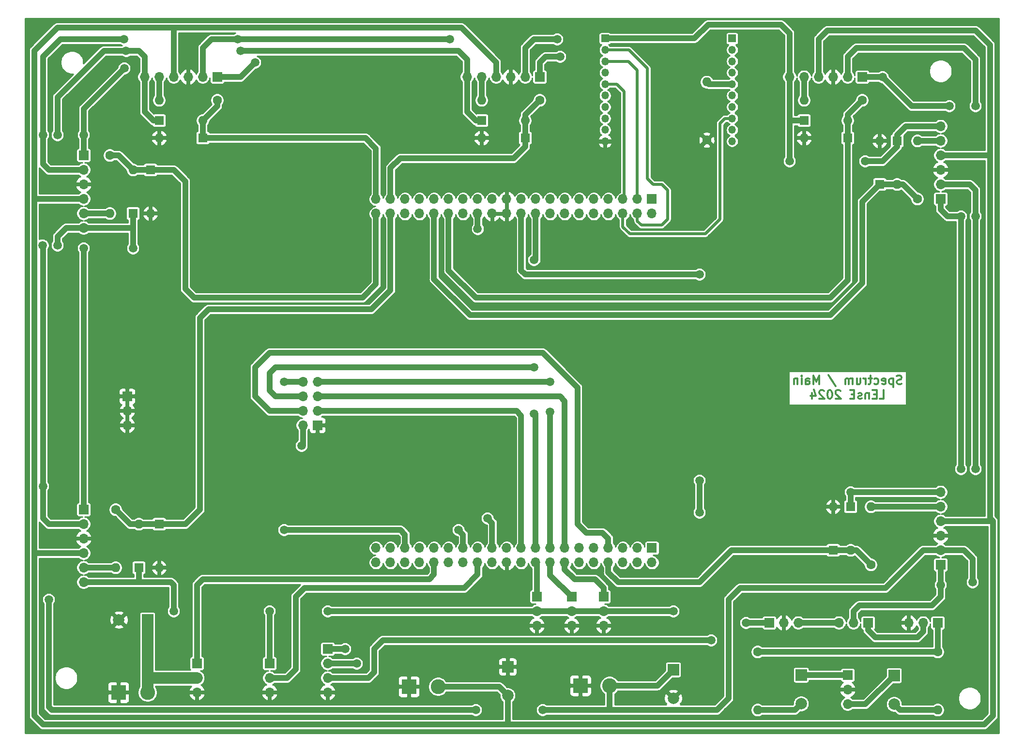
<source format=gbr>
%TF.GenerationSoftware,KiCad,Pcbnew,(5.1.6)-1*%
%TF.CreationDate,2024-02-15T07:43:06+01:00*%
%TF.ProjectId,AS_Spectrum_main,41535f53-7065-4637-9472-756d5f6d6169,rev?*%
%TF.SameCoordinates,Original*%
%TF.FileFunction,Copper,L2,Bot*%
%TF.FilePolarity,Positive*%
%FSLAX46Y46*%
G04 Gerber Fmt 4.6, Leading zero omitted, Abs format (unit mm)*
G04 Created by KiCad (PCBNEW (5.1.6)-1) date 2024-02-15 07:43:06*
%MOMM*%
%LPD*%
G01*
G04 APERTURE LIST*
%TA.AperFunction,NonConductor*%
%ADD10C,0.300000*%
%TD*%
%TA.AperFunction,ComponentPad*%
%ADD11O,1.600000X1.600000*%
%TD*%
%TA.AperFunction,ComponentPad*%
%ADD12C,1.600000*%
%TD*%
%TA.AperFunction,ComponentPad*%
%ADD13O,1.700000X1.700000*%
%TD*%
%TA.AperFunction,ComponentPad*%
%ADD14R,1.700000X1.700000*%
%TD*%
%TA.AperFunction,ComponentPad*%
%ADD15R,2.600000X2.600000*%
%TD*%
%TA.AperFunction,ComponentPad*%
%ADD16C,2.600000*%
%TD*%
%TA.AperFunction,ComponentPad*%
%ADD17R,1.350000X1.350000*%
%TD*%
%TA.AperFunction,ComponentPad*%
%ADD18O,1.350000X1.350000*%
%TD*%
%TA.AperFunction,ComponentPad*%
%ADD19C,2.000000*%
%TD*%
%TA.AperFunction,ComponentPad*%
%ADD20R,2.000000X2.000000*%
%TD*%
%TA.AperFunction,ComponentPad*%
%ADD21R,1.600000X1.600000*%
%TD*%
%TA.AperFunction,ViaPad*%
%ADD22C,1.500000*%
%TD*%
%TA.AperFunction,Conductor*%
%ADD23C,1.000000*%
%TD*%
%TA.AperFunction,Conductor*%
%ADD24C,0.500000*%
%TD*%
%TA.AperFunction,Conductor*%
%ADD25C,2.000000*%
%TD*%
%TA.AperFunction,Conductor*%
%ADD26C,0.254000*%
%TD*%
G04 APERTURE END LIST*
D10*
X215712285Y-116680142D02*
X215498000Y-116751571D01*
X215140857Y-116751571D01*
X214998000Y-116680142D01*
X214926571Y-116608714D01*
X214855142Y-116465857D01*
X214855142Y-116323000D01*
X214926571Y-116180142D01*
X214998000Y-116108714D01*
X215140857Y-116037285D01*
X215426571Y-115965857D01*
X215569428Y-115894428D01*
X215640857Y-115823000D01*
X215712285Y-115680142D01*
X215712285Y-115537285D01*
X215640857Y-115394428D01*
X215569428Y-115323000D01*
X215426571Y-115251571D01*
X215069428Y-115251571D01*
X214855142Y-115323000D01*
X214212285Y-115751571D02*
X214212285Y-117251571D01*
X214212285Y-115823000D02*
X214069428Y-115751571D01*
X213783714Y-115751571D01*
X213640857Y-115823000D01*
X213569428Y-115894428D01*
X213498000Y-116037285D01*
X213498000Y-116465857D01*
X213569428Y-116608714D01*
X213640857Y-116680142D01*
X213783714Y-116751571D01*
X214069428Y-116751571D01*
X214212285Y-116680142D01*
X212283714Y-116680142D02*
X212426571Y-116751571D01*
X212712285Y-116751571D01*
X212855142Y-116680142D01*
X212926571Y-116537285D01*
X212926571Y-115965857D01*
X212855142Y-115823000D01*
X212712285Y-115751571D01*
X212426571Y-115751571D01*
X212283714Y-115823000D01*
X212212285Y-115965857D01*
X212212285Y-116108714D01*
X212926571Y-116251571D01*
X210926571Y-116680142D02*
X211069428Y-116751571D01*
X211355142Y-116751571D01*
X211498000Y-116680142D01*
X211569428Y-116608714D01*
X211640857Y-116465857D01*
X211640857Y-116037285D01*
X211569428Y-115894428D01*
X211498000Y-115823000D01*
X211355142Y-115751571D01*
X211069428Y-115751571D01*
X210926571Y-115823000D01*
X210498000Y-115751571D02*
X209926571Y-115751571D01*
X210283714Y-115251571D02*
X210283714Y-116537285D01*
X210212285Y-116680142D01*
X210069428Y-116751571D01*
X209926571Y-116751571D01*
X209426571Y-116751571D02*
X209426571Y-115751571D01*
X209426571Y-116037285D02*
X209355142Y-115894428D01*
X209283714Y-115823000D01*
X209140857Y-115751571D01*
X208998000Y-115751571D01*
X207855142Y-115751571D02*
X207855142Y-116751571D01*
X208498000Y-115751571D02*
X208498000Y-116537285D01*
X208426571Y-116680142D01*
X208283714Y-116751571D01*
X208069428Y-116751571D01*
X207926571Y-116680142D01*
X207855142Y-116608714D01*
X207140857Y-116751571D02*
X207140857Y-115751571D01*
X207140857Y-115894428D02*
X207069428Y-115823000D01*
X206926571Y-115751571D01*
X206712285Y-115751571D01*
X206569428Y-115823000D01*
X206498000Y-115965857D01*
X206498000Y-116751571D01*
X206498000Y-115965857D02*
X206426571Y-115823000D01*
X206283714Y-115751571D01*
X206069428Y-115751571D01*
X205926571Y-115823000D01*
X205855142Y-115965857D01*
X205855142Y-116751571D01*
X202926571Y-115180142D02*
X204212285Y-117108714D01*
X201283714Y-116751571D02*
X201283714Y-115251571D01*
X200783714Y-116323000D01*
X200283714Y-115251571D01*
X200283714Y-116751571D01*
X198926571Y-116751571D02*
X198926571Y-115965857D01*
X198998000Y-115823000D01*
X199140857Y-115751571D01*
X199426571Y-115751571D01*
X199569428Y-115823000D01*
X198926571Y-116680142D02*
X199069428Y-116751571D01*
X199426571Y-116751571D01*
X199569428Y-116680142D01*
X199640857Y-116537285D01*
X199640857Y-116394428D01*
X199569428Y-116251571D01*
X199426571Y-116180142D01*
X199069428Y-116180142D01*
X198926571Y-116108714D01*
X198212285Y-116751571D02*
X198212285Y-115751571D01*
X198212285Y-115251571D02*
X198283714Y-115323000D01*
X198212285Y-115394428D01*
X198140857Y-115323000D01*
X198212285Y-115251571D01*
X198212285Y-115394428D01*
X197498000Y-115751571D02*
X197498000Y-116751571D01*
X197498000Y-115894428D02*
X197426571Y-115823000D01*
X197283714Y-115751571D01*
X197069428Y-115751571D01*
X196926571Y-115823000D01*
X196855142Y-115965857D01*
X196855142Y-116751571D01*
X211855142Y-119301571D02*
X212569428Y-119301571D01*
X212569428Y-117801571D01*
X211355142Y-118515857D02*
X210855142Y-118515857D01*
X210640857Y-119301571D02*
X211355142Y-119301571D01*
X211355142Y-117801571D01*
X210640857Y-117801571D01*
X209998000Y-118301571D02*
X209998000Y-119301571D01*
X209998000Y-118444428D02*
X209926571Y-118373000D01*
X209783714Y-118301571D01*
X209569428Y-118301571D01*
X209426571Y-118373000D01*
X209355142Y-118515857D01*
X209355142Y-119301571D01*
X208712285Y-119230142D02*
X208569428Y-119301571D01*
X208283714Y-119301571D01*
X208140857Y-119230142D01*
X208069428Y-119087285D01*
X208069428Y-119015857D01*
X208140857Y-118873000D01*
X208283714Y-118801571D01*
X208498000Y-118801571D01*
X208640857Y-118730142D01*
X208712285Y-118587285D01*
X208712285Y-118515857D01*
X208640857Y-118373000D01*
X208498000Y-118301571D01*
X208283714Y-118301571D01*
X208140857Y-118373000D01*
X207426571Y-118515857D02*
X206926571Y-118515857D01*
X206712285Y-119301571D02*
X207426571Y-119301571D01*
X207426571Y-117801571D01*
X206712285Y-117801571D01*
X204998000Y-117944428D02*
X204926571Y-117873000D01*
X204783714Y-117801571D01*
X204426571Y-117801571D01*
X204283714Y-117873000D01*
X204212285Y-117944428D01*
X204140857Y-118087285D01*
X204140857Y-118230142D01*
X204212285Y-118444428D01*
X205069428Y-119301571D01*
X204140857Y-119301571D01*
X203212285Y-117801571D02*
X203069428Y-117801571D01*
X202926571Y-117873000D01*
X202855142Y-117944428D01*
X202783714Y-118087285D01*
X202712285Y-118373000D01*
X202712285Y-118730142D01*
X202783714Y-119015857D01*
X202855142Y-119158714D01*
X202926571Y-119230142D01*
X203069428Y-119301571D01*
X203212285Y-119301571D01*
X203355142Y-119230142D01*
X203426571Y-119158714D01*
X203498000Y-119015857D01*
X203569428Y-118730142D01*
X203569428Y-118373000D01*
X203498000Y-118087285D01*
X203426571Y-117944428D01*
X203355142Y-117873000D01*
X203212285Y-117801571D01*
X202140857Y-117944428D02*
X202069428Y-117873000D01*
X201926571Y-117801571D01*
X201569428Y-117801571D01*
X201426571Y-117873000D01*
X201355142Y-117944428D01*
X201283714Y-118087285D01*
X201283714Y-118230142D01*
X201355142Y-118444428D01*
X202212285Y-119301571D01*
X201283714Y-119301571D01*
X199998000Y-118301571D02*
X199998000Y-119301571D01*
X200355142Y-117730142D02*
X200712285Y-118801571D01*
X199783714Y-118801571D01*
D11*
%TO.P,R5,2*%
%TO.N,OUT_B3*%
X85852000Y-67056000D03*
D12*
%TO.P,R5,1*%
%TO.N,NUC_B3*%
X96012000Y-67056000D03*
%TD*%
D13*
%TO.P,J10,40*%
%TO.N,NUC_B2*%
X123777999Y-86915001D03*
%TO.P,J10,39*%
%TO.N,NUC_B3*%
X123777999Y-84375001D03*
%TO.P,J10,38*%
%TO.N,NUC_B1*%
X126317999Y-86915001D03*
%TO.P,J10,37*%
%TO.N,NUC_B4*%
X126317999Y-84375001D03*
%TO.P,J10,36*%
%TO.N,Net-(J10-Pad36)*%
X128857999Y-86915001D03*
%TO.P,J10,35*%
%TO.N,Net-(J10-Pad35)*%
X128857999Y-84375001D03*
%TO.P,J10,34*%
%TO.N,Net-(J10-Pad34)*%
X131397999Y-86915001D03*
%TO.P,J10,33*%
%TO.N,Net-(J10-Pad33)*%
X131397999Y-84375001D03*
%TO.P,J10,32*%
%TO.N,NUC_B5*%
X133937999Y-86915001D03*
%TO.P,J10,31*%
%TO.N,Net-(J10-Pad31)*%
X133937999Y-84375001D03*
%TO.P,J10,30*%
%TO.N,NUC_B4.5*%
X136477999Y-86915001D03*
%TO.P,J10,29*%
%TO.N,Net-(J10-Pad29)*%
X136477999Y-84375001D03*
%TO.P,J10,28*%
%TO.N,Net-(J10-Pad28)*%
X139017999Y-86915001D03*
%TO.P,J10,27*%
%TO.N,Net-(J10-Pad27)*%
X139017999Y-84375001D03*
%TO.P,J10,26*%
%TO.N,+12V*%
X141557999Y-86915001D03*
%TO.P,J10,25*%
%TO.N,USER_BUTTON*%
X141557999Y-84375001D03*
%TO.P,J10,24*%
%TO.N,GND*%
X144097999Y-86915001D03*
%TO.P,J10,23*%
%TO.N,Net-(J10-Pad23)*%
X144097999Y-84375001D03*
%TO.P,J10,22*%
%TO.N,GND*%
X146637999Y-86915001D03*
%TO.P,J10,21*%
X146637999Y-84375001D03*
%TO.P,J10,20*%
%TO.N,5V_NUC*%
X149177999Y-86915001D03*
%TO.P,J10,19*%
%TO.N,Net-(J10-Pad19)*%
X149177999Y-84375001D03*
%TO.P,J10,18*%
%TO.N,3.3V_NUC*%
X151717999Y-86915001D03*
%TO.P,J10,17*%
%TO.N,Net-(J10-Pad17)*%
X151717999Y-84375001D03*
%TO.P,J10,16*%
%TO.N,Net-(J10-Pad16)*%
X154257999Y-86915001D03*
%TO.P,J10,15*%
%TO.N,Net-(J10-Pad15)*%
X154257999Y-84375001D03*
%TO.P,J10,14*%
%TO.N,Net-(J10-Pad14)*%
X156797999Y-86915001D03*
%TO.P,J10,13*%
%TO.N,Net-(J10-Pad13)*%
X156797999Y-84375001D03*
%TO.P,J10,12*%
%TO.N,Net-(J10-Pad12)*%
X159337999Y-86915001D03*
%TO.P,J10,11*%
%TO.N,Net-(J10-Pad11)*%
X159337999Y-84375001D03*
%TO.P,J10,10*%
%TO.N,Net-(J10-Pad10)*%
X161877999Y-86915001D03*
%TO.P,J10,9*%
%TO.N,Net-(J10-Pad9)*%
X161877999Y-84375001D03*
%TO.P,J10,8*%
%TO.N,Net-(J10-Pad8)*%
X164417999Y-86915001D03*
%TO.P,J10,7*%
%TO.N,Net-(J10-Pad7)*%
X164417999Y-84375001D03*
%TO.P,J10,6*%
%TO.N,GPIO2_STATUS*%
X166957999Y-86915001D03*
%TO.P,J10,5*%
%TO.N,RESET_N*%
X166957999Y-84375001D03*
%TO.P,J10,4*%
%TO.N,S3_RX*%
X169497999Y-86915001D03*
%TO.P,J10,3*%
%TO.N,S3_TX*%
X169497999Y-84375001D03*
%TO.P,J10,2*%
%TO.N,Net-(J10-Pad2)*%
X172037999Y-86915001D03*
D14*
%TO.P,J10,1*%
%TO.N,Net-(J10-Pad1)*%
X172037999Y-84375001D03*
%TD*%
D15*
%TO.P,J12,1*%
%TO.N,GND*%
X78740000Y-170688000D03*
D16*
%TO.P,J12,2*%
%TO.N,5V_POW*%
X83820000Y-170688000D03*
%TD*%
D14*
%TO.P,J14,1*%
%TO.N,Net-(J14-Pad1)*%
X172037999Y-145415000D03*
D13*
%TO.P,J14,2*%
%TO.N,Net-(J14-Pad2)*%
X172037999Y-147955000D03*
%TO.P,J14,3*%
%TO.N,Net-(J14-Pad3)*%
X169497999Y-145415000D03*
%TO.P,J14,4*%
%TO.N,Net-(J14-Pad4)*%
X169497999Y-147955000D03*
%TO.P,J14,5*%
%TO.N,Net-(J14-Pad5)*%
X166957999Y-145415000D03*
%TO.P,J14,6*%
%TO.N,Net-(J14-Pad6)*%
X166957999Y-147955000D03*
%TO.P,J14,7*%
%TO.N,CSN_nRF*%
X164417999Y-145415000D03*
%TO.P,J14,8*%
%TO.N,NUC_B6*%
X164417999Y-147955000D03*
%TO.P,J14,9*%
%TO.N,Net-(J14-Pad9)*%
X161877999Y-145415000D03*
%TO.P,J14,10*%
%TO.N,Net-(J14-Pad10)*%
X161877999Y-147955000D03*
%TO.P,J14,11*%
%TO.N,Net-(J14-Pad11)*%
X159337999Y-145415000D03*
%TO.P,J14,12*%
%TO.N,Net-(J14-Pad12)*%
X159337999Y-147955000D03*
%TO.P,J14,13*%
%TO.N,SCK*%
X156797999Y-145415000D03*
%TO.P,J14,14*%
%TO.N,MISC*%
X156797999Y-147955000D03*
%TO.P,J14,15*%
%TO.N,MISO*%
X154257999Y-145415000D03*
%TO.P,J14,16*%
%TO.N,COLORS*%
X154257999Y-147955000D03*
%TO.P,J14,17*%
%TO.N,MOSI*%
X151717999Y-145415000D03*
%TO.P,J14,18*%
%TO.N,MODE*%
X151717999Y-147955000D03*
%TO.P,J14,19*%
%TO.N,CE_nRF*%
X149177999Y-145415000D03*
%TO.P,J14,20*%
%TO.N,Net-(J14-Pad20)*%
X149177999Y-147955000D03*
%TO.P,J14,21*%
%TO.N,Net-(J14-Pad21)*%
X146637999Y-145415000D03*
%TO.P,J14,22*%
%TO.N,GND*%
X146637999Y-147955000D03*
%TO.P,J14,23*%
%TO.N,S1_TX*%
X144097999Y-145415000D03*
%TO.P,J14,24*%
%TO.N,Net-(J14-Pad24)*%
X144097999Y-147955000D03*
%TO.P,J14,25*%
%TO.N,Net-(J14-Pad25)*%
X141557999Y-145415000D03*
%TO.P,J14,26*%
%TO.N,LUM*%
X141557999Y-147955000D03*
%TO.P,J14,27*%
%TO.N,S1_RX*%
X139017999Y-145415000D03*
%TO.P,J14,28*%
%TO.N,Net-(J14-Pad28)*%
X139017999Y-147955000D03*
%TO.P,J14,29*%
%TO.N,Net-(J14-Pad29)*%
X136477999Y-145415000D03*
%TO.P,J14,30*%
%TO.N,Net-(J14-Pad30)*%
X136477999Y-147955000D03*
%TO.P,J14,31*%
%TO.N,Net-(J14-Pad31)*%
X133937999Y-145415000D03*
%TO.P,J14,32*%
%TO.N,LED_1*%
X133937999Y-147955000D03*
%TO.P,J14,33*%
%TO.N,Net-(J14-Pad33)*%
X131397999Y-145415000D03*
%TO.P,J14,34*%
%TO.N,Net-(J14-Pad34)*%
X131397999Y-147955000D03*
%TO.P,J14,35*%
%TO.N,IRQ_nRF*%
X128857999Y-145415000D03*
%TO.P,J14,36*%
%TO.N,Net-(J14-Pad36)*%
X128857999Y-147955000D03*
%TO.P,J14,37*%
%TO.N,Net-(J14-Pad37)*%
X126317999Y-145415000D03*
%TO.P,J14,38*%
%TO.N,Net-(J14-Pad38)*%
X126317999Y-147955000D03*
%TO.P,J14,39*%
%TO.N,Net-(J14-Pad39)*%
X123777999Y-145415000D03*
%TO.P,J14,40*%
%TO.N,Net-(J14-Pad40)*%
X123777999Y-147955000D03*
%TD*%
D14*
%TO.P,J22,1*%
%TO.N,GND*%
X113538000Y-123952000D03*
D13*
%TO.P,J22,2*%
%TO.N,3.3V_NUC*%
X110998000Y-123952000D03*
%TO.P,J22,3*%
%TO.N,CE_nRF*%
X113538000Y-121412000D03*
%TO.P,J22,4*%
%TO.N,CSN_nRF*%
X110998000Y-121412000D03*
%TO.P,J22,5*%
%TO.N,SCK*%
X113538000Y-118872000D03*
%TO.P,J22,6*%
%TO.N,MOSI*%
X110998000Y-118872000D03*
%TO.P,J22,7*%
%TO.N,MISO*%
X113538000Y-116332000D03*
%TO.P,J22,8*%
%TO.N,IRQ_nRF*%
X110998000Y-116332000D03*
%TD*%
D17*
%TO.P,J9,1*%
%TO.N,3.3V_NUC*%
X163830000Y-56261000D03*
D18*
%TO.P,J9,2*%
%TO.N,S3_RX*%
X163830000Y-58261000D03*
%TO.P,J9,3*%
%TO.N,S3_TX*%
X163830000Y-60261000D03*
%TO.P,J9,4*%
%TO.N,Net-(J9-Pad4)*%
X163830000Y-62261000D03*
%TO.P,J9,5*%
%TO.N,RESET_N*%
X163830000Y-64261000D03*
%TO.P,J9,6*%
%TO.N,Net-(J9-Pad6)*%
X163830000Y-66261000D03*
%TO.P,J9,7*%
%TO.N,Net-(J9-Pad7)*%
X163830000Y-68261000D03*
%TO.P,J9,8*%
%TO.N,Net-(J9-Pad8)*%
X163830000Y-70261000D03*
%TO.P,J9,9*%
%TO.N,Net-(J9-Pad9)*%
X163830000Y-72261000D03*
%TO.P,J9,10*%
%TO.N,GND*%
X163830000Y-74261000D03*
%TD*%
%TO.P,J11,10*%
%TO.N,Net-(J11-Pad10)*%
X186055000Y-74261000D03*
%TO.P,J11,9*%
%TO.N,Net-(J11-Pad9)*%
X186055000Y-72261000D03*
%TO.P,J11,8*%
%TO.N,GPIO2_STATUS*%
X186055000Y-70261000D03*
%TO.P,J11,7*%
%TO.N,Net-(J11-Pad7)*%
X186055000Y-68261000D03*
%TO.P,J11,6*%
%TO.N,Net-(J11-Pad6)*%
X186055000Y-66261000D03*
%TO.P,J11,5*%
%TO.N,Net-(J11-Pad5)*%
X186055000Y-64261000D03*
%TO.P,J11,4*%
%TO.N,Net-(J11-Pad4)*%
X186055000Y-62261000D03*
%TO.P,J11,3*%
%TO.N,Net-(J11-Pad3)*%
X186055000Y-60261000D03*
%TO.P,J11,2*%
%TO.N,Net-(J11-Pad2)*%
X186055000Y-58261000D03*
D17*
%TO.P,J11,1*%
%TO.N,Net-(J11-Pad1)*%
X186055000Y-56261000D03*
%TD*%
D12*
%TO.P,R1,1*%
%TO.N,GND*%
X181610000Y-74041000D03*
D11*
%TO.P,R1,2*%
%TO.N,Net-(J11-Pad5)*%
X181610000Y-63881000D03*
%TD*%
D19*
%TO.P,C1,2*%
%TO.N,Net-(C1-Pad2)*%
X214376000Y-172720000D03*
D20*
%TO.P,C1,1*%
%TO.N,Net-(C1-Pad1)*%
X214376000Y-167720000D03*
%TD*%
%TO.P,C3,1*%
%TO.N,Net-(C3-Pad1)*%
X198120000Y-167640000D03*
D19*
%TO.P,C3,2*%
%TO.N,Net-(C3-Pad2)*%
X198120000Y-172640000D03*
%TD*%
D20*
%TO.P,C4,1*%
%TO.N,GND*%
X146812000Y-166196000D03*
D19*
%TO.P,C4,2*%
%TO.N,-12V*%
X146812000Y-171196000D03*
%TD*%
D11*
%TO.P,D1,2*%
%TO.N,NUC_B1*%
X82296000Y-141224000D03*
D21*
%TO.P,D1,1*%
%TO.N,3.3V_NUC*%
X82296000Y-148844000D03*
%TD*%
%TO.P,D2,1*%
%TO.N,NUC_B1*%
X85852000Y-141224000D03*
D11*
%TO.P,D2,2*%
%TO.N,GND*%
X85852000Y-148844000D03*
%TD*%
%TO.P,D3,2*%
%TO.N,NUC_B3*%
X93472000Y-70612000D03*
D21*
%TO.P,D3,1*%
%TO.N,3.3V_NUC*%
X85852000Y-70612000D03*
%TD*%
%TO.P,D4,1*%
%TO.N,NUC_B3*%
X93472000Y-73660000D03*
D11*
%TO.P,D4,2*%
%TO.N,GND*%
X85852000Y-73660000D03*
%TD*%
%TO.P,D5,2*%
%TO.N,NUC_B4.5*%
X206248000Y-70612000D03*
D21*
%TO.P,D5,1*%
%TO.N,3.3V_NUC*%
X198628000Y-70612000D03*
%TD*%
%TO.P,D6,1*%
%TO.N,NUC_B4.5*%
X206248000Y-73660000D03*
D11*
%TO.P,D6,2*%
%TO.N,GND*%
X198628000Y-73660000D03*
%TD*%
D21*
%TO.P,D7,1*%
%TO.N,3.3V_NUC*%
X81280000Y-86868000D03*
D11*
%TO.P,D7,2*%
%TO.N,NUC_B2*%
X81280000Y-79248000D03*
%TD*%
%TO.P,D8,2*%
%TO.N,GND*%
X84328000Y-86868000D03*
D21*
%TO.P,D8,1*%
%TO.N,NUC_B2*%
X84328000Y-79248000D03*
%TD*%
%TO.P,D9,1*%
%TO.N,3.3V_NUC*%
X142240000Y-70612000D03*
D11*
%TO.P,D9,2*%
%TO.N,NUC_B4*%
X149860000Y-70612000D03*
%TD*%
%TO.P,D10,2*%
%TO.N,GND*%
X142240000Y-73660000D03*
D21*
%TO.P,D10,1*%
%TO.N,NUC_B4*%
X149860000Y-73660000D03*
%TD*%
D11*
%TO.P,D11,2*%
%TO.N,NUC_B5*%
X214884000Y-81788000D03*
D21*
%TO.P,D11,1*%
%TO.N,3.3V_NUC*%
X214884000Y-74168000D03*
%TD*%
D11*
%TO.P,D12,2*%
%TO.N,GND*%
X211836000Y-74168000D03*
D21*
%TO.P,D12,1*%
%TO.N,NUC_B5*%
X211836000Y-81788000D03*
%TD*%
%TO.P,D13,1*%
%TO.N,3.3V_NUC*%
X206756000Y-138176000D03*
D11*
%TO.P,D13,2*%
%TO.N,NUC_B6*%
X206756000Y-145796000D03*
%TD*%
D21*
%TO.P,D14,1*%
%TO.N,NUC_B6*%
X203708000Y-145796000D03*
D11*
%TO.P,D14,2*%
%TO.N,GND*%
X203708000Y-138176000D03*
%TD*%
D14*
%TO.P,J2,1*%
%TO.N,3.3V_NUC*%
X105156000Y-165608000D03*
D13*
%TO.P,J2,2*%
%TO.N,LUM*%
X105156000Y-168148000D03*
%TO.P,J2,3*%
%TO.N,GND*%
X105156000Y-170688000D03*
%TD*%
D14*
%TO.P,J6,1*%
%TO.N,5V_NUC*%
X192532000Y-158496000D03*
D13*
%TO.P,J6,2*%
%TO.N,GND*%
X195072000Y-158496000D03*
%TO.P,J6,3*%
%TO.N,Micro_In*%
X197612000Y-158496000D03*
%TD*%
%TO.P,J7,3*%
%TO.N,Net-(C1-Pad1)*%
X206248000Y-172720000D03*
%TO.P,J7,2*%
%TO.N,GND*%
X206248000Y-170180000D03*
D14*
%TO.P,J7,1*%
%TO.N,Net-(C3-Pad1)*%
X206248000Y-167640000D03*
%TD*%
D16*
%TO.P,J8,2*%
%TO.N,-12V*%
X134620000Y-169672000D03*
D15*
%TO.P,J8,1*%
%TO.N,GND*%
X129540000Y-169672000D03*
%TD*%
D14*
%TO.P,J13,1*%
%TO.N,Micro*%
X72644000Y-138684000D03*
D13*
%TO.P,J13,2*%
%TO.N,+12V*%
X72644000Y-141224000D03*
%TO.P,J13,3*%
%TO.N,GND*%
X72644000Y-143764000D03*
%TO.P,J13,4*%
%TO.N,-12V*%
X72644000Y-146304000D03*
%TO.P,J13,5*%
%TO.N,OUT_B1*%
X72644000Y-148844000D03*
%TO.P,J13,6*%
%TO.N,3.3V_NUC*%
X72644000Y-151384000D03*
%TD*%
D14*
%TO.P,J15,1*%
%TO.N,S1_TX*%
X115316000Y-163068000D03*
D13*
%TO.P,J15,2*%
%TO.N,S1_RX*%
X115316000Y-165608000D03*
%TO.P,J15,3*%
%TO.N,5V_NUC*%
X115316000Y-168148000D03*
%TO.P,J15,4*%
%TO.N,GND*%
X115316000Y-170688000D03*
%TD*%
%TO.P,J16,6*%
%TO.N,3.3V_NUC*%
X72644000Y-89408000D03*
%TO.P,J16,5*%
%TO.N,OUT_B2*%
X72644000Y-86868000D03*
%TO.P,J16,4*%
%TO.N,-12V*%
X72644000Y-84328000D03*
%TO.P,J16,3*%
%TO.N,GND*%
X72644000Y-81788000D03*
%TO.P,J16,2*%
%TO.N,+12V*%
X72644000Y-79248000D03*
D14*
%TO.P,J16,1*%
%TO.N,Micro*%
X72644000Y-76708000D03*
%TD*%
%TO.P,J17,1*%
%TO.N,Micro*%
X96012000Y-62992000D03*
D13*
%TO.P,J17,2*%
%TO.N,+12V*%
X93472000Y-62992000D03*
%TO.P,J17,3*%
%TO.N,GND*%
X90932000Y-62992000D03*
%TO.P,J17,4*%
%TO.N,-12V*%
X88392000Y-62992000D03*
%TO.P,J17,5*%
%TO.N,OUT_B3*%
X85852000Y-62992000D03*
%TO.P,J17,6*%
%TO.N,3.3V_NUC*%
X83312000Y-62992000D03*
%TD*%
%TO.P,J19,6*%
%TO.N,3.3V_NUC*%
X139700000Y-62992000D03*
%TO.P,J19,5*%
%TO.N,OUT_B4*%
X142240000Y-62992000D03*
%TO.P,J19,4*%
%TO.N,-12V*%
X144780000Y-62992000D03*
%TO.P,J19,3*%
%TO.N,GND*%
X147320000Y-62992000D03*
%TO.P,J19,2*%
%TO.N,+12V*%
X149860000Y-62992000D03*
D14*
%TO.P,J19,1*%
%TO.N,Micro*%
X152400000Y-62992000D03*
%TD*%
%TO.P,J20,1*%
%TO.N,Micro*%
X208788000Y-62992000D03*
D13*
%TO.P,J20,2*%
%TO.N,+12V*%
X206248000Y-62992000D03*
%TO.P,J20,3*%
%TO.N,GND*%
X203708000Y-62992000D03*
%TO.P,J20,4*%
%TO.N,-12V*%
X201168000Y-62992000D03*
%TO.P,J20,5*%
%TO.N,OUT_B4.5*%
X198628000Y-62992000D03*
%TO.P,J20,6*%
%TO.N,3.3V_NUC*%
X196088000Y-62992000D03*
%TD*%
D14*
%TO.P,J21,1*%
%TO.N,Micro*%
X222504000Y-84328000D03*
D13*
%TO.P,J21,2*%
%TO.N,+12V*%
X222504000Y-81788000D03*
%TO.P,J21,3*%
%TO.N,GND*%
X222504000Y-79248000D03*
%TO.P,J21,4*%
%TO.N,-12V*%
X222504000Y-76708000D03*
%TO.P,J21,5*%
%TO.N,OUT_B5*%
X222504000Y-74168000D03*
%TO.P,J21,6*%
%TO.N,3.3V_NUC*%
X222504000Y-71628000D03*
%TD*%
%TO.P,J23,6*%
%TO.N,3.3V_NUC*%
X222504000Y-135636000D03*
%TO.P,J23,5*%
%TO.N,OUT_B6*%
X222504000Y-138176000D03*
%TO.P,J23,4*%
%TO.N,-12V*%
X222504000Y-140716000D03*
%TO.P,J23,3*%
%TO.N,GND*%
X222504000Y-143256000D03*
%TO.P,J23,2*%
%TO.N,+12V*%
X222504000Y-145796000D03*
D14*
%TO.P,J23,1*%
%TO.N,Micro*%
X222504000Y-148336000D03*
%TD*%
%TO.P,J24,1*%
%TO.N,Jack*%
X209804000Y-158496000D03*
D13*
%TO.P,J24,2*%
%TO.N,Micro*%
X207264000Y-158496000D03*
%TO.P,J24,3*%
%TO.N,Micro_In*%
X204724000Y-158496000D03*
%TD*%
%TO.P,J25,3*%
%TO.N,GND*%
X216916000Y-158496000D03*
%TO.P,J25,2*%
%TO.N,Jack*%
X219456000Y-158496000D03*
D14*
%TO.P,J25,1*%
%TO.N,Net-(J25-Pad1)*%
X221996000Y-158496000D03*
%TD*%
D12*
%TO.P,R2,1*%
%TO.N,Net-(J25-Pad1)*%
X221996000Y-163576000D03*
D11*
%TO.P,R2,2*%
%TO.N,Net-(C1-Pad2)*%
X221996000Y-173736000D03*
%TD*%
%TO.P,R3,2*%
%TO.N,Net-(C3-Pad2)*%
X190500000Y-173736000D03*
D12*
%TO.P,R3,1*%
%TO.N,Net-(J25-Pad1)*%
X190500000Y-163576000D03*
%TD*%
D11*
%TO.P,R4,2*%
%TO.N,OUT_B1*%
X78232000Y-148844000D03*
D12*
%TO.P,R4,1*%
%TO.N,NUC_B1*%
X78232000Y-138684000D03*
%TD*%
%TO.P,R6,1*%
%TO.N,NUC_B4.5*%
X208788000Y-67056000D03*
D11*
%TO.P,R6,2*%
%TO.N,OUT_B4.5*%
X198628000Y-67056000D03*
%TD*%
D12*
%TO.P,R7,1*%
%TO.N,NUC_B2*%
X77216000Y-76708000D03*
D11*
%TO.P,R7,2*%
%TO.N,OUT_B2*%
X77216000Y-86868000D03*
%TD*%
D12*
%TO.P,R8,1*%
%TO.N,NUC_B4*%
X152400000Y-67056000D03*
D11*
%TO.P,R8,2*%
%TO.N,OUT_B4*%
X142240000Y-67056000D03*
%TD*%
D12*
%TO.P,R9,1*%
%TO.N,NUC_B5*%
X218440000Y-84328000D03*
D11*
%TO.P,R9,2*%
%TO.N,OUT_B5*%
X218440000Y-74168000D03*
%TD*%
%TO.P,R10,2*%
%TO.N,OUT_B6*%
X210312000Y-138176000D03*
D12*
%TO.P,R10,1*%
%TO.N,NUC_B6*%
X210312000Y-148336000D03*
%TD*%
D20*
%TO.P,C2,1*%
%TO.N,+12V*%
X175768000Y-166704000D03*
D19*
%TO.P,C2,2*%
%TO.N,GND*%
X175768000Y-171704000D03*
%TD*%
D14*
%TO.P,J1,1*%
%TO.N,MODE*%
X151892000Y-153924000D03*
D13*
%TO.P,J1,2*%
%TO.N,3.3V_NUC*%
X151892000Y-156464000D03*
%TO.P,J1,3*%
%TO.N,GND*%
X151892000Y-159004000D03*
%TD*%
%TO.P,J3,3*%
%TO.N,GND*%
X157988000Y-159004000D03*
%TO.P,J3,2*%
%TO.N,3.3V_NUC*%
X157988000Y-156464000D03*
D14*
%TO.P,J3,1*%
%TO.N,COLORS*%
X157988000Y-153924000D03*
%TD*%
%TO.P,J4,1*%
%TO.N,MISC*%
X163576000Y-153924000D03*
D13*
%TO.P,J4,2*%
%TO.N,3.3V_NUC*%
X163576000Y-156464000D03*
%TO.P,J4,3*%
%TO.N,GND*%
X163576000Y-159004000D03*
%TD*%
D15*
%TO.P,J5,1*%
%TO.N,GND*%
X159529001Y-169493001D03*
D16*
%TO.P,J5,2*%
%TO.N,+12V*%
X164609001Y-169493001D03*
%TD*%
D14*
%TO.P,J18,1*%
%TO.N,GND*%
X80264000Y-118872000D03*
D13*
%TO.P,J18,2*%
X80264000Y-121412000D03*
%TO.P,J18,3*%
X80264000Y-123952000D03*
%TD*%
%TO.P,J32,3*%
%TO.N,GND*%
X92456000Y-170688000D03*
%TO.P,J32,2*%
%TO.N,5V_POW*%
X92456000Y-168148000D03*
D14*
%TO.P,J32,1*%
%TO.N,LED_1*%
X92456000Y-165608000D03*
%TD*%
D20*
%TO.P,C5,1*%
%TO.N,5V_POW*%
X83820000Y-157988000D03*
D19*
%TO.P,C5,2*%
%TO.N,GND*%
X78820000Y-157988000D03*
%TD*%
D22*
%TO.N,5V_NUC*%
X182372000Y-161544000D03*
X188468000Y-158496000D03*
X192532000Y-158496000D03*
X180340000Y-97536000D03*
X180340000Y-97536000D03*
X180340000Y-133604000D03*
X180340000Y-139192000D03*
%TO.N,3.3V_NUC*%
X115316000Y-156464000D03*
X88392000Y-156464000D03*
X105156000Y-156464000D03*
X175768000Y-156464000D03*
X206755996Y-135636000D03*
X151384000Y-94996000D03*
X81280000Y-92963998D03*
X209296000Y-77724000D03*
X209296000Y-77724000D03*
X196088000Y-77724000D03*
X110744000Y-127508000D03*
X100076000Y-58420000D03*
X68072000Y-92456000D03*
X68072004Y-73152000D03*
X80087989Y-58420002D03*
%TO.N,MISO*%
X154257999Y-121586001D03*
X154257999Y-116332000D03*
%TO.N,MOSI*%
X151384000Y-121920000D03*
X151384000Y-113792000D03*
%TO.N,IRQ_nRF*%
X107696000Y-116332000D03*
X107696000Y-142240000D03*
%TO.N,+12V*%
X141557999Y-89582001D03*
X65531996Y-134620000D03*
X152908000Y-173736000D03*
X141223994Y-173736004D03*
X228600000Y-68072000D03*
X228599998Y-87376002D03*
X228600000Y-131572000D03*
X228092004Y-151384000D03*
X155448000Y-56388000D03*
X136652000Y-56388000D03*
X99568000Y-56388000D03*
X66548000Y-154432000D03*
X65458010Y-92456004D03*
X65532000Y-73151998D03*
X79746688Y-56388000D03*
%TO.N,Micro*%
X155956000Y-59435998D03*
X222504000Y-151892006D03*
X224028001Y-68071999D03*
X212344000Y-62992000D03*
X226060000Y-87376000D03*
X226060000Y-131572000D03*
X102616000Y-60452000D03*
X72644000Y-73152000D03*
X72644000Y-92964000D03*
X79756000Y-61468000D03*
%TO.N,S1_TX*%
X118364000Y-163068000D03*
X143256000Y-140208004D03*
%TO.N,S1_RX*%
X120396000Y-165608000D03*
X138176000Y-142240000D03*
%TD*%
D23*
%TO.N,5V_NUC*%
X188468000Y-158496000D02*
X192532000Y-158496000D01*
X123444000Y-163068000D02*
X124968000Y-161544000D01*
X123444000Y-167132000D02*
X123444000Y-163068000D01*
X115316000Y-168148000D02*
X122428000Y-168148000D01*
X124968000Y-161544000D02*
X182372000Y-161544000D01*
X122428000Y-168148000D02*
X123444000Y-167132000D01*
X149177999Y-86915001D02*
X149177999Y-96853999D01*
X149177999Y-96853999D02*
X149860000Y-97536000D01*
X149860000Y-97536000D02*
X180340000Y-97536000D01*
X180340000Y-133604000D02*
X180340000Y-139192000D01*
D24*
%TO.N,RESET_N*%
X167132000Y-84201000D02*
X166957999Y-84375001D01*
X167132000Y-65532000D02*
X167132000Y-84201000D01*
X163830000Y-64261000D02*
X165861000Y-64261000D01*
X165861000Y-64261000D02*
X167132000Y-65532000D01*
%TO.N,GPIO2_STATUS*%
X186055000Y-70261000D02*
X184755000Y-70261000D01*
X184755000Y-70261000D02*
X183896000Y-71120000D01*
X183896000Y-71120000D02*
X183896000Y-87884000D01*
X183896000Y-87884000D02*
X181356000Y-90424000D01*
X181356000Y-90424000D02*
X168148000Y-90424000D01*
X166957999Y-89233999D02*
X166957999Y-86915001D01*
X168148000Y-90424000D02*
X166957999Y-89233999D01*
D23*
%TO.N,Net-(J11-Pad5)*%
X181990000Y-64261000D02*
X181610000Y-63881000D01*
X186055000Y-64261000D02*
X181990000Y-64261000D01*
%TO.N,3.3V_NUC*%
X142240000Y-70612000D02*
X141224000Y-70612000D01*
X141224000Y-70612000D02*
X139700000Y-69088000D01*
X139700000Y-69088000D02*
X139700000Y-62992000D01*
X197612000Y-70612000D02*
X198628000Y-70612000D01*
X222504000Y-71628000D02*
X216408000Y-71628000D01*
X214884000Y-73152000D02*
X214884000Y-74168000D01*
X216408000Y-71628000D02*
X214884000Y-73152000D01*
X82296000Y-148844000D02*
X82296000Y-151384000D01*
X81534000Y-151384000D02*
X72644000Y-151384000D01*
X87884000Y-151384000D02*
X81534000Y-151384000D01*
X88392000Y-156464000D02*
X88392000Y-151892000D01*
X88392000Y-151892000D02*
X87884000Y-151384000D01*
X105156000Y-165608000D02*
X105156000Y-156464000D01*
X216408000Y-135636000D02*
X222504000Y-135636000D01*
X84836000Y-70612000D02*
X85852000Y-70612000D01*
X83312000Y-62992000D02*
X83312000Y-69088000D01*
X83312000Y-69088000D02*
X84836000Y-70612000D01*
X160528000Y-156464000D02*
X163576000Y-156464000D01*
X115316000Y-156464000D02*
X160528000Y-156464000D01*
X163576000Y-156464000D02*
X175768000Y-156464000D01*
X206756000Y-135636000D02*
X208280000Y-135636000D01*
X206756000Y-138176000D02*
X206756000Y-135636000D01*
X208280000Y-135636000D02*
X206755996Y-135636000D01*
X163830000Y-56261000D02*
X179451000Y-56261000D01*
X179451000Y-56261000D02*
X181864000Y-53848000D01*
X181864000Y-53848000D02*
X194564000Y-53848000D01*
X196088000Y-55372000D02*
X196088000Y-62992000D01*
X194564000Y-53848000D02*
X196088000Y-55372000D01*
X151717999Y-94662001D02*
X151384000Y-94996000D01*
X81280000Y-89408000D02*
X81280000Y-86868000D01*
X72644000Y-89408000D02*
X81280000Y-89408000D01*
X81280000Y-89408000D02*
X81280000Y-92963998D01*
X216408000Y-135636000D02*
X208280000Y-135636000D01*
X151717999Y-91106001D02*
X151717999Y-94662001D01*
X151717999Y-86915001D02*
X151717999Y-91106001D01*
X196088000Y-70612000D02*
X197612000Y-70612000D01*
X151717999Y-91106001D02*
X151717999Y-94996000D01*
X196088000Y-62992000D02*
X196088000Y-70612000D01*
X214884000Y-74168000D02*
X214884000Y-75184000D01*
X214884000Y-75184000D02*
X212344000Y-77724000D01*
X212344000Y-77724000D02*
X209296000Y-77724000D01*
X110998000Y-123952000D02*
X110998000Y-127254000D01*
X110998000Y-127254000D02*
X110744000Y-127508000D01*
X196088000Y-77724000D02*
X196088000Y-70612000D01*
X138176000Y-58420000D02*
X100076000Y-58420000D01*
X139700000Y-62992000D02*
X139700000Y-59944000D01*
X139700000Y-59944000D02*
X138176000Y-58420000D01*
X72644000Y-89408000D02*
X69596000Y-89408000D01*
X68072000Y-90932000D02*
X68072000Y-92456000D01*
X69596000Y-89408000D02*
X68072000Y-90932000D01*
X68072004Y-66547996D02*
X76199998Y-58420002D01*
X68072004Y-73152000D02*
X68072004Y-66547996D01*
X76199998Y-58420002D02*
X80087989Y-58420002D01*
X82296002Y-58420002D02*
X80087989Y-58420002D01*
X83312000Y-62992000D02*
X83312000Y-59436000D01*
X83312000Y-59436000D02*
X82296002Y-58420002D01*
%TO.N,SCK*%
X156797999Y-145415000D02*
X156797999Y-119713999D01*
X155956000Y-118872000D02*
X113538000Y-118872000D01*
X156797999Y-119713999D02*
X155956000Y-118872000D01*
%TO.N,MISO*%
X154257999Y-145415000D02*
X154257999Y-121586001D01*
X154257999Y-116332000D02*
X113538000Y-116332000D01*
%TO.N,MOSI*%
X151717999Y-145415000D02*
X151717999Y-122253999D01*
X151717999Y-122253999D02*
X151384000Y-121920000D01*
X105156000Y-117856000D02*
X105156000Y-114808000D01*
X106172000Y-113792000D02*
X151384000Y-113792000D01*
X105156000Y-114808000D02*
X106172000Y-113792000D01*
X106172000Y-118872000D02*
X105156000Y-117856000D01*
X110998000Y-118872000D02*
X106172000Y-118872000D01*
%TO.N,CSN_nRF*%
X164417999Y-143764000D02*
X164417999Y-145415000D01*
X163401999Y-142748000D02*
X164417999Y-143764000D01*
X159004000Y-117348000D02*
X159004000Y-141224000D01*
X160528000Y-142748000D02*
X163401999Y-142748000D01*
X105156000Y-121412000D02*
X102616000Y-118872000D01*
X102616000Y-118872000D02*
X102616000Y-113792000D01*
X152908000Y-111252000D02*
X159004000Y-117348000D01*
X102616000Y-113792000D02*
X105156000Y-111252000D01*
X105156000Y-111252000D02*
X152908000Y-111252000D01*
X159004000Y-141224000D02*
X160528000Y-142748000D01*
X110998000Y-121412000D02*
X105156000Y-121412000D01*
%TO.N,IRQ_nRF*%
X110998000Y-116332000D02*
X107696000Y-116332000D01*
X128857999Y-145415000D02*
X128857999Y-143081999D01*
X128857999Y-143081999D02*
X128016000Y-142240000D01*
X107696000Y-142240000D02*
X128016000Y-142240000D01*
%TO.N,CE_nRF*%
X149177999Y-122253999D02*
X149177999Y-145415000D01*
X113538000Y-121412000D02*
X148336000Y-121412000D01*
X148336000Y-121412000D02*
X149177999Y-122253999D01*
%TO.N,LED_1*%
X133937999Y-147955000D02*
X133937999Y-150034001D01*
X133937999Y-150034001D02*
X133096000Y-150876000D01*
X133096000Y-150876000D02*
X93472000Y-150876000D01*
X93472000Y-150876000D02*
X92456000Y-151892000D01*
X92456000Y-151892000D02*
X92456000Y-165608000D01*
%TO.N,Net-(C1-Pad2)*%
X215392000Y-173736000D02*
X214376000Y-172720000D01*
X221996000Y-173736000D02*
X215392000Y-173736000D01*
%TO.N,Net-(C1-Pad1)*%
X209376000Y-172720000D02*
X214376000Y-167720000D01*
X206248000Y-172720000D02*
X209376000Y-172720000D01*
%TO.N,+12V*%
X172978999Y-169493001D02*
X175768000Y-166704000D01*
X164609001Y-169493001D02*
X172978999Y-169493001D01*
X141557999Y-86915001D02*
X141557999Y-89582001D01*
X65531996Y-140207996D02*
X65531996Y-134620000D01*
X72644000Y-141224000D02*
X66548000Y-141224000D01*
X66548000Y-141224000D02*
X65531996Y-140207996D01*
X164592000Y-173736000D02*
X152908000Y-173736000D01*
X164609001Y-169493001D02*
X164609001Y-173718999D01*
X164609001Y-173718999D02*
X164592000Y-173736000D01*
X219456000Y-145796000D02*
X222504000Y-145796000D01*
X212852000Y-152400000D02*
X219456000Y-145796000D01*
X183388000Y-173736000D02*
X185420000Y-171704000D01*
X164592000Y-173736000D02*
X183388000Y-173736000D01*
X187452000Y-152400000D02*
X212852000Y-152400000D01*
X185420000Y-171704000D02*
X185420000Y-154432000D01*
X185420000Y-154432000D02*
X187452000Y-152400000D01*
X228600000Y-59944000D02*
X228600000Y-68072000D01*
X226568000Y-57912000D02*
X228600000Y-59944000D01*
X206248000Y-62992000D02*
X206248000Y-59436000D01*
X207772000Y-57912000D02*
X226568000Y-57912000D01*
X206248000Y-59436000D02*
X207772000Y-57912000D01*
X228599998Y-82803998D02*
X228599998Y-87376002D01*
X222504000Y-81788000D02*
X227584000Y-81788000D01*
X227584000Y-81788000D02*
X228599998Y-82803998D01*
X228599998Y-87376002D02*
X228599998Y-131571998D01*
X228599998Y-131571998D02*
X228600000Y-131572000D01*
X228092004Y-147320004D02*
X228092004Y-151384000D01*
X222504000Y-145796000D02*
X226568000Y-145796000D01*
X226568000Y-145796000D02*
X228092004Y-147320004D01*
X136652000Y-56388000D02*
X99568000Y-56388000D01*
X94996000Y-56388000D02*
X99568000Y-56388000D01*
X93472000Y-62992000D02*
X93472000Y-57912000D01*
X93472000Y-57912000D02*
X94996000Y-56388000D01*
X66548000Y-173228000D02*
X66548000Y-154432000D01*
X67056004Y-173736004D02*
X66548000Y-173228000D01*
X141223994Y-173736004D02*
X67056004Y-173736004D01*
X65531996Y-92529990D02*
X65458010Y-92456004D01*
X65531996Y-134620000D02*
X65531996Y-92529990D01*
X72644000Y-79248000D02*
X66547992Y-79248000D01*
X66547992Y-79248000D02*
X65532000Y-78232008D01*
X65532000Y-78232008D02*
X65532000Y-73151998D01*
X65532000Y-59436000D02*
X68580000Y-56388000D01*
X65532000Y-73151998D02*
X65532000Y-59436000D01*
X68580000Y-56388000D02*
X79746688Y-56388000D01*
X149860000Y-62992000D02*
X149860000Y-57912000D01*
X151384000Y-56388000D02*
X155448000Y-56388000D01*
X149860000Y-57912000D02*
X151384000Y-56388000D01*
%TO.N,Net-(C3-Pad1)*%
X206248000Y-167640000D02*
X198120000Y-167640000D01*
%TO.N,Net-(C3-Pad2)*%
X197024000Y-173736000D02*
X198120000Y-172640000D01*
X190500000Y-173736000D02*
X197024000Y-173736000D01*
%TO.N,-12V*%
X145288000Y-169672000D02*
X146812000Y-171196000D01*
X134620000Y-169672000D02*
X145288000Y-169672000D01*
X231648000Y-140716000D02*
X222504000Y-140716000D01*
X231648000Y-174752000D02*
X231648000Y-140716000D01*
X230124000Y-176276000D02*
X231648000Y-174752000D01*
X146812000Y-171196000D02*
X146812000Y-176276000D01*
X146812000Y-176276000D02*
X230124000Y-176276000D01*
X201168000Y-61976000D02*
X201168000Y-62992000D01*
X201168000Y-56388000D02*
X201168000Y-61976000D01*
X231140000Y-76708000D02*
X231140000Y-57404000D01*
X231140000Y-57404000D02*
X228600000Y-54864000D01*
X202692000Y-54864000D02*
X201168000Y-56388000D01*
X228600000Y-54864000D02*
X202692000Y-54864000D01*
X231140000Y-76708000D02*
X222504000Y-76708000D01*
X231648000Y-140716000D02*
X231140000Y-140208000D01*
X231140000Y-140208000D02*
X231140000Y-76708000D01*
X88392000Y-54356000D02*
X82804000Y-54356000D01*
X88392000Y-62992000D02*
X88392000Y-54356000D01*
X64008000Y-174752000D02*
X64008000Y-146304000D01*
X146812000Y-176276000D02*
X65532000Y-176276000D01*
X65532000Y-176276000D02*
X64008000Y-174752000D01*
X64008000Y-146304000D02*
X72644000Y-146304000D01*
X64008000Y-136144000D02*
X64008000Y-146304000D01*
X72644000Y-84328000D02*
X64008000Y-84328000D01*
X64008000Y-84328000D02*
X64008000Y-136144000D01*
X68072000Y-54356000D02*
X82804000Y-54356000D01*
X64008000Y-84328000D02*
X64008000Y-58420000D01*
X64008000Y-58420000D02*
X68072000Y-54356000D01*
X138684000Y-54356000D02*
X82804000Y-54356000D01*
X144780000Y-62992000D02*
X144780000Y-60452000D01*
X144780000Y-60452000D02*
X138684000Y-54356000D01*
%TO.N,NUC_B1*%
X78232000Y-138684000D02*
X80772000Y-141224000D01*
X80772000Y-141224000D02*
X82296000Y-141224000D01*
X85852000Y-141224000D02*
X82296000Y-141224000D01*
X92964000Y-105156000D02*
X94488000Y-103632000D01*
X90424000Y-141224000D02*
X92964000Y-138684000D01*
X85852000Y-141224000D02*
X90424000Y-141224000D01*
X92964000Y-138684000D02*
X92964000Y-105156000D01*
X94488000Y-103632000D02*
X122936000Y-103632000D01*
X126317999Y-100250001D02*
X126238000Y-100330000D01*
X126317999Y-86915001D02*
X126317999Y-100250001D01*
X122936000Y-103632000D02*
X126238000Y-100330000D01*
%TO.N,NUC_B3*%
X96012000Y-68072000D02*
X93472000Y-70612000D01*
X96012000Y-67056000D02*
X96012000Y-68072000D01*
X93472000Y-70612000D02*
X93472000Y-73660000D01*
X93472000Y-73660000D02*
X121920000Y-73660000D01*
X123777999Y-75517999D02*
X123777999Y-84375001D01*
X121920000Y-73660000D02*
X123777999Y-75517999D01*
%TO.N,NUC_B4.5*%
X206248000Y-69596000D02*
X208788000Y-67056000D01*
X206248000Y-70612000D02*
X206248000Y-69596000D01*
X206248000Y-73660000D02*
X206248000Y-70612000D01*
X136477999Y-86915001D02*
X136477999Y-96853999D01*
X136477999Y-96853999D02*
X141224000Y-101600000D01*
X141224000Y-101600000D02*
X203200000Y-101600000D01*
X206248000Y-98552000D02*
X206248000Y-73660000D01*
X203200000Y-101600000D02*
X206248000Y-98552000D01*
%TO.N,NUC_B2*%
X78740000Y-76708000D02*
X81280000Y-79248000D01*
X77216000Y-76708000D02*
X78740000Y-76708000D01*
X81280000Y-79248000D02*
X84328000Y-79248000D01*
X91948000Y-101600000D02*
X90424000Y-100076000D01*
X90424000Y-100076000D02*
X90424000Y-81280000D01*
X88392000Y-79248000D02*
X84328000Y-79248000D01*
X90424000Y-81280000D02*
X88392000Y-79248000D01*
X91948000Y-101600000D02*
X121412000Y-101600000D01*
X123777999Y-99234001D02*
X123777999Y-86915001D01*
X121412000Y-101600000D02*
X123777999Y-99234001D01*
%TO.N,NUC_B4*%
X149860000Y-69596000D02*
X152400000Y-67056000D01*
X149860000Y-70612000D02*
X149860000Y-69596000D01*
X149860000Y-73660000D02*
X149860000Y-70612000D01*
X149860000Y-73660000D02*
X149860000Y-75184000D01*
X149860000Y-75184000D02*
X147828000Y-77216000D01*
X147828000Y-77216000D02*
X128016000Y-77216000D01*
X126317999Y-78914001D02*
X126317999Y-84375001D01*
X128016000Y-77216000D02*
X126317999Y-78914001D01*
%TO.N,NUC_B5*%
X211836000Y-81788000D02*
X214884000Y-81788000D01*
X215900000Y-81788000D02*
X218440000Y-84328000D01*
X214884000Y-81788000D02*
X215900000Y-81788000D01*
X133937999Y-86915001D02*
X133937999Y-98377999D01*
X133937999Y-98377999D02*
X140208000Y-104648000D01*
X140208000Y-104648000D02*
X203200000Y-104648000D01*
X203200000Y-104648000D02*
X208788000Y-99060000D01*
X208788000Y-84836000D02*
X211836000Y-81788000D01*
X208788000Y-99060000D02*
X208788000Y-84836000D01*
%TO.N,NUC_B6*%
X207772000Y-145796000D02*
X210312000Y-148336000D01*
X206756000Y-145796000D02*
X207772000Y-145796000D01*
X206756000Y-145796000D02*
X203708000Y-145796000D01*
X180340000Y-151384000D02*
X185928000Y-145796000D01*
X166116000Y-151384000D02*
X180340000Y-151384000D01*
X185928000Y-145796000D02*
X203708000Y-145796000D01*
X164417999Y-147955000D02*
X164417999Y-149685999D01*
X164417999Y-149685999D02*
X166116000Y-151384000D01*
%TO.N,MODE*%
X151892000Y-148129001D02*
X151717999Y-147955000D01*
X151892000Y-153924000D02*
X151892000Y-148129001D01*
%TO.N,LUM*%
X141557999Y-147955000D02*
X141557999Y-150034001D01*
X141557999Y-150034001D02*
X139192000Y-152400000D01*
X139192000Y-152400000D02*
X111252000Y-152400000D01*
X111252000Y-152400000D02*
X109728000Y-153924000D01*
X109728000Y-153924000D02*
X109728000Y-166624000D01*
X108204000Y-168148000D02*
X105156000Y-168148000D01*
X109728000Y-166624000D02*
X108204000Y-168148000D01*
%TO.N,COLORS*%
X154257999Y-147955000D02*
X154257999Y-150193999D01*
X154257999Y-150193999D02*
X157988000Y-153924000D01*
%TO.N,MISC*%
X156797999Y-147955000D02*
X156797999Y-149177999D01*
X156797999Y-149177999D02*
X158496000Y-150876000D01*
X158496000Y-150876000D02*
X162052000Y-150876000D01*
X163576000Y-152400000D02*
X163576000Y-153924000D01*
X162052000Y-150876000D02*
X163576000Y-152400000D01*
%TO.N,Micro_In*%
X204724000Y-158496000D02*
X197612000Y-158496000D01*
D24*
%TO.N,S3_RX*%
X169497999Y-88217999D02*
X169497999Y-86915001D01*
X170180000Y-88900000D02*
X169497999Y-88217999D01*
X174752000Y-87884000D02*
X173736000Y-88900000D01*
X173736000Y-81788000D02*
X174752000Y-82804000D01*
X173736000Y-88900000D02*
X170180000Y-88900000D01*
X174752000Y-82804000D02*
X174752000Y-87884000D01*
X167989000Y-58261000D02*
X171196000Y-61468000D01*
X163830000Y-58261000D02*
X167989000Y-58261000D01*
X172212000Y-81788000D02*
X173736000Y-81788000D01*
X171196000Y-61468000D02*
X171196000Y-80772000D01*
X171196000Y-80772000D02*
X172212000Y-81788000D01*
%TO.N,S3_TX*%
X169497999Y-84375001D02*
X169497999Y-61801999D01*
X167957000Y-60261000D02*
X163830000Y-60261000D01*
X169497999Y-61801999D02*
X167957000Y-60261000D01*
D25*
%TO.N,5V_POW*%
X83820000Y-170688000D02*
X83820000Y-168148000D01*
X83820000Y-168148000D02*
X83820000Y-157988000D01*
X92456000Y-168148000D02*
X83820000Y-168148000D01*
D23*
%TO.N,OUT_B1*%
X72644000Y-148844000D02*
X78232000Y-148844000D01*
%TO.N,Micro*%
X152400000Y-62992000D02*
X152400000Y-60452000D01*
X153416002Y-59435998D02*
X155956000Y-59435998D01*
X152400000Y-60452000D02*
X153416002Y-59435998D01*
X208280000Y-155448000D02*
X220980000Y-155448000D01*
X220980000Y-155448000D02*
X222504000Y-153924000D01*
X207264000Y-158496000D02*
X207264000Y-156464000D01*
X222504000Y-153924000D02*
X222504000Y-148336000D01*
X207264000Y-156464000D02*
X208280000Y-155448000D01*
X217423999Y-68071999D02*
X224028001Y-68071999D01*
X212344000Y-62992000D02*
X217423999Y-68071999D01*
X208788000Y-62992000D02*
X212344000Y-62992000D01*
X222504000Y-84328000D02*
X222504000Y-86178000D01*
X222504000Y-86178000D02*
X223702000Y-87376000D01*
X223702000Y-87376000D02*
X226060000Y-87376000D01*
X226060000Y-87376000D02*
X226060000Y-131572000D01*
X96012000Y-62992000D02*
X100076000Y-62992000D01*
X100076000Y-62992000D02*
X102616000Y-60452000D01*
X72644000Y-76708000D02*
X72644000Y-73152000D01*
X72644000Y-138684000D02*
X72644000Y-92964000D01*
X72644000Y-73152000D02*
X72644000Y-68580000D01*
X72644000Y-68580000D02*
X79756000Y-61468000D01*
%TO.N,S1_TX*%
X115316000Y-163068000D02*
X118364000Y-163068000D01*
X144097999Y-141050003D02*
X143256000Y-140208004D01*
X144097999Y-145415000D02*
X144097999Y-141050003D01*
%TO.N,S1_RX*%
X115316000Y-165608000D02*
X120396000Y-165608000D01*
X139017999Y-145415000D02*
X139017999Y-143081999D01*
X139017999Y-143081999D02*
X138176000Y-142240000D01*
%TO.N,OUT_B2*%
X72644000Y-86868000D02*
X77216000Y-86868000D01*
%TO.N,OUT_B3*%
X85852000Y-62992000D02*
X85852000Y-67056000D01*
%TO.N,OUT_B4*%
X142240000Y-62992000D02*
X142240000Y-67056000D01*
%TO.N,OUT_B4.5*%
X198628000Y-67056000D02*
X198628000Y-62992000D01*
%TO.N,OUT_B5*%
X218440000Y-74168000D02*
X222504000Y-74168000D01*
%TO.N,OUT_B6*%
X222504000Y-138176000D02*
X218440000Y-138176000D01*
X210312000Y-138176000D02*
X218440000Y-138176000D01*
%TO.N,Jack*%
X209804000Y-159766000D02*
X209804000Y-158496000D01*
X211074000Y-161036000D02*
X209804000Y-159766000D01*
X218440000Y-161036000D02*
X211074000Y-161036000D01*
X219456000Y-158496000D02*
X219456000Y-160020000D01*
X219456000Y-160020000D02*
X218440000Y-161036000D01*
%TO.N,Net-(J25-Pad1)*%
X190500000Y-163576000D02*
X221996000Y-163576000D01*
X221996000Y-163576000D02*
X221996000Y-160020000D01*
X221996000Y-160020000D02*
X221996000Y-158496000D01*
%TD*%
D26*
%TO.N,GND*%
G36*
X232720000Y-177856000D02*
G01*
X62428000Y-177856000D01*
X62428000Y-84328000D01*
X63076515Y-84328000D01*
X63081000Y-84373537D01*
X63081001Y-136098453D01*
X63081000Y-136098463D01*
X63081001Y-146258452D01*
X63076515Y-146304000D01*
X63081001Y-146349548D01*
X63081000Y-174706473D01*
X63076516Y-174752000D01*
X63081000Y-174797527D01*
X63081000Y-174797537D01*
X63094413Y-174933723D01*
X63147420Y-175108463D01*
X63233499Y-175269505D01*
X63298739Y-175349000D01*
X63349341Y-175410659D01*
X63384713Y-175439688D01*
X64844316Y-176899292D01*
X64873341Y-176934659D01*
X64908708Y-176963684D01*
X64908711Y-176963687D01*
X65014494Y-177050501D01*
X65100573Y-177096511D01*
X65175536Y-177136580D01*
X65350276Y-177189587D01*
X65486462Y-177203000D01*
X65486474Y-177203000D01*
X65531999Y-177207484D01*
X65577524Y-177203000D01*
X146766463Y-177203000D01*
X146812000Y-177207485D01*
X146857538Y-177203000D01*
X230078473Y-177203000D01*
X230124000Y-177207484D01*
X230169527Y-177203000D01*
X230169538Y-177203000D01*
X230305724Y-177189587D01*
X230480464Y-177136580D01*
X230641505Y-177050501D01*
X230782659Y-176934659D01*
X230811688Y-176899287D01*
X232271293Y-175439683D01*
X232306659Y-175410659D01*
X232335684Y-175375292D01*
X232335687Y-175375289D01*
X232422501Y-175269506D01*
X232508579Y-175108465D01*
X232508580Y-175108464D01*
X232561587Y-174933724D01*
X232575000Y-174797538D01*
X232575000Y-174797526D01*
X232579484Y-174752001D01*
X232575000Y-174706476D01*
X232575000Y-140761538D01*
X232579485Y-140716000D01*
X232561587Y-140534276D01*
X232508580Y-140359536D01*
X232422501Y-140198495D01*
X232306659Y-140057341D01*
X232271287Y-140028312D01*
X232067000Y-139824025D01*
X232067000Y-76753537D01*
X232071485Y-76708000D01*
X232067000Y-76662462D01*
X232067000Y-57449524D01*
X232071484Y-57403999D01*
X232067000Y-57358474D01*
X232067000Y-57358462D01*
X232053587Y-57222276D01*
X232000580Y-57047536D01*
X231924663Y-56905506D01*
X231914501Y-56886494D01*
X231827687Y-56780711D01*
X231827684Y-56780708D01*
X231798659Y-56745341D01*
X231763292Y-56716316D01*
X229287688Y-54240713D01*
X229258659Y-54205341D01*
X229117505Y-54089499D01*
X228956464Y-54003420D01*
X228781724Y-53950413D01*
X228645538Y-53937000D01*
X228645527Y-53937000D01*
X228600000Y-53932516D01*
X228554473Y-53937000D01*
X202737524Y-53937000D01*
X202691999Y-53932516D01*
X202646474Y-53937000D01*
X202646462Y-53937000D01*
X202510276Y-53950413D01*
X202335536Y-54003420D01*
X202286327Y-54029723D01*
X202174494Y-54089499D01*
X202068711Y-54176313D01*
X202068708Y-54176316D01*
X202033341Y-54205341D01*
X202004316Y-54240708D01*
X200544713Y-55700312D01*
X200509341Y-55729341D01*
X200480313Y-55764712D01*
X200480312Y-55764713D01*
X200393499Y-55870495D01*
X200307889Y-56030659D01*
X200307420Y-56031537D01*
X200254413Y-56206277D01*
X200241000Y-56342463D01*
X200241000Y-56342473D01*
X200236516Y-56388000D01*
X200241000Y-56433527D01*
X200241001Y-61930453D01*
X200241000Y-61930463D01*
X200241000Y-62113049D01*
X200176089Y-62177960D01*
X200036337Y-62387114D01*
X199940074Y-62619513D01*
X199898000Y-62831034D01*
X199855926Y-62619513D01*
X199759663Y-62387114D01*
X199619911Y-62177960D01*
X199442040Y-62000089D01*
X199232886Y-61860337D01*
X199000487Y-61764074D01*
X198753774Y-61715000D01*
X198502226Y-61715000D01*
X198255513Y-61764074D01*
X198023114Y-61860337D01*
X197813960Y-62000089D01*
X197636089Y-62177960D01*
X197496337Y-62387114D01*
X197400074Y-62619513D01*
X197358000Y-62831034D01*
X197315926Y-62619513D01*
X197219663Y-62387114D01*
X197079911Y-62177960D01*
X197015000Y-62113049D01*
X197015000Y-55417524D01*
X197019484Y-55371999D01*
X197015000Y-55326474D01*
X197015000Y-55326462D01*
X197001587Y-55190276D01*
X196948580Y-55015536D01*
X196872663Y-54873506D01*
X196862501Y-54854494D01*
X196775687Y-54748711D01*
X196775684Y-54748708D01*
X196746659Y-54713341D01*
X196711293Y-54684317D01*
X195251688Y-53224713D01*
X195222659Y-53189341D01*
X195081505Y-53073499D01*
X194920464Y-52987420D01*
X194745724Y-52934413D01*
X194609538Y-52921000D01*
X194609527Y-52921000D01*
X194564000Y-52916516D01*
X194518473Y-52921000D01*
X181909524Y-52921000D01*
X181863999Y-52916516D01*
X181818474Y-52921000D01*
X181818462Y-52921000D01*
X181682276Y-52934413D01*
X181507536Y-52987420D01*
X181432573Y-53027489D01*
X181346494Y-53073499D01*
X181261932Y-53142898D01*
X181205341Y-53189341D01*
X181176312Y-53224713D01*
X179067025Y-55334000D01*
X164850574Y-55334000D01*
X164808395Y-55282605D01*
X164743376Y-55229245D01*
X164669196Y-55189595D01*
X164588707Y-55165178D01*
X164505000Y-55156934D01*
X163155000Y-55156934D01*
X163071293Y-55165178D01*
X162990804Y-55189595D01*
X162916624Y-55229245D01*
X162851605Y-55282605D01*
X162798245Y-55347624D01*
X162758595Y-55421804D01*
X162734178Y-55502293D01*
X162725934Y-55586000D01*
X162725934Y-56936000D01*
X162734178Y-57019707D01*
X162758595Y-57100196D01*
X162798245Y-57174376D01*
X162851605Y-57239395D01*
X162916624Y-57292755D01*
X162990804Y-57332405D01*
X163071293Y-57356822D01*
X163155000Y-57365066D01*
X163187313Y-57365066D01*
X163127516Y-57405021D01*
X162974021Y-57558516D01*
X162853420Y-57739007D01*
X162770349Y-57939558D01*
X162728000Y-58152462D01*
X162728000Y-58369538D01*
X162770349Y-58582442D01*
X162853420Y-58782993D01*
X162974021Y-58963484D01*
X163127516Y-59116979D01*
X163308007Y-59237580D01*
X163364548Y-59261000D01*
X163308007Y-59284420D01*
X163127516Y-59405021D01*
X162974021Y-59558516D01*
X162853420Y-59739007D01*
X162770349Y-59939558D01*
X162728000Y-60152462D01*
X162728000Y-60369538D01*
X162770349Y-60582442D01*
X162853420Y-60782993D01*
X162974021Y-60963484D01*
X163127516Y-61116979D01*
X163308007Y-61237580D01*
X163364548Y-61261000D01*
X163308007Y-61284420D01*
X163127516Y-61405021D01*
X162974021Y-61558516D01*
X162853420Y-61739007D01*
X162770349Y-61939558D01*
X162728000Y-62152462D01*
X162728000Y-62369538D01*
X162770349Y-62582442D01*
X162853420Y-62782993D01*
X162974021Y-62963484D01*
X163127516Y-63116979D01*
X163308007Y-63237580D01*
X163364548Y-63261000D01*
X163308007Y-63284420D01*
X163127516Y-63405021D01*
X162974021Y-63558516D01*
X162853420Y-63739007D01*
X162770349Y-63939558D01*
X162728000Y-64152462D01*
X162728000Y-64369538D01*
X162770349Y-64582442D01*
X162853420Y-64782993D01*
X162974021Y-64963484D01*
X163127516Y-65116979D01*
X163308007Y-65237580D01*
X163364548Y-65261000D01*
X163308007Y-65284420D01*
X163127516Y-65405021D01*
X162974021Y-65558516D01*
X162853420Y-65739007D01*
X162770349Y-65939558D01*
X162728000Y-66152462D01*
X162728000Y-66369538D01*
X162770349Y-66582442D01*
X162853420Y-66782993D01*
X162974021Y-66963484D01*
X163127516Y-67116979D01*
X163308007Y-67237580D01*
X163364548Y-67261000D01*
X163308007Y-67284420D01*
X163127516Y-67405021D01*
X162974021Y-67558516D01*
X162853420Y-67739007D01*
X162770349Y-67939558D01*
X162728000Y-68152462D01*
X162728000Y-68369538D01*
X162770349Y-68582442D01*
X162853420Y-68782993D01*
X162974021Y-68963484D01*
X163127516Y-69116979D01*
X163308007Y-69237580D01*
X163364548Y-69261000D01*
X163308007Y-69284420D01*
X163127516Y-69405021D01*
X162974021Y-69558516D01*
X162853420Y-69739007D01*
X162770349Y-69939558D01*
X162728000Y-70152462D01*
X162728000Y-70369538D01*
X162770349Y-70582442D01*
X162853420Y-70782993D01*
X162974021Y-70963484D01*
X163127516Y-71116979D01*
X163308007Y-71237580D01*
X163364548Y-71261000D01*
X163308007Y-71284420D01*
X163127516Y-71405021D01*
X162974021Y-71558516D01*
X162853420Y-71739007D01*
X162770349Y-71939558D01*
X162728000Y-72152462D01*
X162728000Y-72369538D01*
X162770349Y-72582442D01*
X162853420Y-72782993D01*
X162974021Y-72963484D01*
X163127516Y-73116979D01*
X163158873Y-73137931D01*
X162965373Y-73276852D01*
X162789989Y-73464442D01*
X162654572Y-73682644D01*
X162589898Y-73838807D01*
X162700554Y-74038000D01*
X163607000Y-74038000D01*
X163607000Y-74018000D01*
X164053000Y-74018000D01*
X164053000Y-74038000D01*
X164959446Y-74038000D01*
X165070102Y-73838807D01*
X165005428Y-73682644D01*
X164870011Y-73464442D01*
X164694627Y-73276852D01*
X164501127Y-73137931D01*
X164532484Y-73116979D01*
X164685979Y-72963484D01*
X164806580Y-72782993D01*
X164889651Y-72582442D01*
X164932000Y-72369538D01*
X164932000Y-72152462D01*
X164889651Y-71939558D01*
X164806580Y-71739007D01*
X164685979Y-71558516D01*
X164532484Y-71405021D01*
X164351993Y-71284420D01*
X164295452Y-71261000D01*
X164351993Y-71237580D01*
X164532484Y-71116979D01*
X164685979Y-70963484D01*
X164806580Y-70782993D01*
X164889651Y-70582442D01*
X164932000Y-70369538D01*
X164932000Y-70152462D01*
X164889651Y-69939558D01*
X164806580Y-69739007D01*
X164685979Y-69558516D01*
X164532484Y-69405021D01*
X164351993Y-69284420D01*
X164295452Y-69261000D01*
X164351993Y-69237580D01*
X164532484Y-69116979D01*
X164685979Y-68963484D01*
X164806580Y-68782993D01*
X164889651Y-68582442D01*
X164932000Y-68369538D01*
X164932000Y-68152462D01*
X164889651Y-67939558D01*
X164806580Y-67739007D01*
X164685979Y-67558516D01*
X164532484Y-67405021D01*
X164351993Y-67284420D01*
X164295452Y-67261000D01*
X164351993Y-67237580D01*
X164532484Y-67116979D01*
X164685979Y-66963484D01*
X164806580Y-66782993D01*
X164889651Y-66582442D01*
X164932000Y-66369538D01*
X164932000Y-66152462D01*
X164889651Y-65939558D01*
X164806580Y-65739007D01*
X164685979Y-65558516D01*
X164532484Y-65405021D01*
X164351993Y-65284420D01*
X164295452Y-65261000D01*
X164351993Y-65237580D01*
X164532484Y-65116979D01*
X164685979Y-64963484D01*
X164703007Y-64938000D01*
X165580578Y-64938000D01*
X166455000Y-65812422D01*
X166455001Y-83201135D01*
X166353113Y-83243338D01*
X166143959Y-83383090D01*
X165966088Y-83560961D01*
X165826336Y-83770115D01*
X165730073Y-84002514D01*
X165687999Y-84214035D01*
X165645925Y-84002514D01*
X165549662Y-83770115D01*
X165409910Y-83560961D01*
X165232039Y-83383090D01*
X165022885Y-83243338D01*
X164790486Y-83147075D01*
X164543773Y-83098001D01*
X164292225Y-83098001D01*
X164045512Y-83147075D01*
X163813113Y-83243338D01*
X163603959Y-83383090D01*
X163426088Y-83560961D01*
X163286336Y-83770115D01*
X163190073Y-84002514D01*
X163147999Y-84214035D01*
X163105925Y-84002514D01*
X163009662Y-83770115D01*
X162869910Y-83560961D01*
X162692039Y-83383090D01*
X162482885Y-83243338D01*
X162250486Y-83147075D01*
X162003773Y-83098001D01*
X161752225Y-83098001D01*
X161505512Y-83147075D01*
X161273113Y-83243338D01*
X161063959Y-83383090D01*
X160886088Y-83560961D01*
X160746336Y-83770115D01*
X160650073Y-84002514D01*
X160607999Y-84214035D01*
X160565925Y-84002514D01*
X160469662Y-83770115D01*
X160329910Y-83560961D01*
X160152039Y-83383090D01*
X159942885Y-83243338D01*
X159710486Y-83147075D01*
X159463773Y-83098001D01*
X159212225Y-83098001D01*
X158965512Y-83147075D01*
X158733113Y-83243338D01*
X158523959Y-83383090D01*
X158346088Y-83560961D01*
X158206336Y-83770115D01*
X158110073Y-84002514D01*
X158067999Y-84214035D01*
X158025925Y-84002514D01*
X157929662Y-83770115D01*
X157789910Y-83560961D01*
X157612039Y-83383090D01*
X157402885Y-83243338D01*
X157170486Y-83147075D01*
X156923773Y-83098001D01*
X156672225Y-83098001D01*
X156425512Y-83147075D01*
X156193113Y-83243338D01*
X155983959Y-83383090D01*
X155806088Y-83560961D01*
X155666336Y-83770115D01*
X155570073Y-84002514D01*
X155527999Y-84214035D01*
X155485925Y-84002514D01*
X155389662Y-83770115D01*
X155249910Y-83560961D01*
X155072039Y-83383090D01*
X154862885Y-83243338D01*
X154630486Y-83147075D01*
X154383773Y-83098001D01*
X154132225Y-83098001D01*
X153885512Y-83147075D01*
X153653113Y-83243338D01*
X153443959Y-83383090D01*
X153266088Y-83560961D01*
X153126336Y-83770115D01*
X153030073Y-84002514D01*
X152987999Y-84214035D01*
X152945925Y-84002514D01*
X152849662Y-83770115D01*
X152709910Y-83560961D01*
X152532039Y-83383090D01*
X152322885Y-83243338D01*
X152090486Y-83147075D01*
X151843773Y-83098001D01*
X151592225Y-83098001D01*
X151345512Y-83147075D01*
X151113113Y-83243338D01*
X150903959Y-83383090D01*
X150726088Y-83560961D01*
X150586336Y-83770115D01*
X150490073Y-84002514D01*
X150447999Y-84214035D01*
X150405925Y-84002514D01*
X150309662Y-83770115D01*
X150169910Y-83560961D01*
X149992039Y-83383090D01*
X149782885Y-83243338D01*
X149550486Y-83147075D01*
X149303773Y-83098001D01*
X149052225Y-83098001D01*
X148805512Y-83147075D01*
X148573113Y-83243338D01*
X148363959Y-83383090D01*
X148186088Y-83560961D01*
X148046336Y-83770115D01*
X148017020Y-83840891D01*
X147938239Y-83657626D01*
X147773302Y-83417746D01*
X147564736Y-83214653D01*
X147320556Y-83056151D01*
X147087924Y-82959800D01*
X146860999Y-83067633D01*
X146860999Y-84152001D01*
X146880999Y-84152001D01*
X146880999Y-84598001D01*
X146860999Y-84598001D01*
X146860999Y-86692001D01*
X146880999Y-86692001D01*
X146880999Y-87138001D01*
X146860999Y-87138001D01*
X146860999Y-88222369D01*
X147087924Y-88330202D01*
X147320556Y-88233851D01*
X147564736Y-88075349D01*
X147773302Y-87872256D01*
X147938239Y-87632376D01*
X148017020Y-87449111D01*
X148046336Y-87519887D01*
X148186088Y-87729041D01*
X148250999Y-87793952D01*
X148251000Y-96808462D01*
X148246515Y-96853999D01*
X148264413Y-97035722D01*
X148317419Y-97210462D01*
X148403498Y-97371504D01*
X148490311Y-97477286D01*
X148490316Y-97477291D01*
X148519341Y-97512658D01*
X148554707Y-97541682D01*
X149172316Y-98159292D01*
X149201341Y-98194659D01*
X149236708Y-98223684D01*
X149236712Y-98223688D01*
X149342494Y-98310501D01*
X149503536Y-98396580D01*
X149678276Y-98449587D01*
X149814462Y-98463000D01*
X149814472Y-98463000D01*
X149859999Y-98467484D01*
X149905526Y-98463000D01*
X179608809Y-98463000D01*
X179782481Y-98579044D01*
X179996682Y-98667769D01*
X180224076Y-98713000D01*
X180455924Y-98713000D01*
X180683318Y-98667769D01*
X180897519Y-98579044D01*
X181090294Y-98450236D01*
X181254236Y-98286294D01*
X181383044Y-98093519D01*
X181471769Y-97879318D01*
X181517000Y-97651924D01*
X181517000Y-97420076D01*
X181471769Y-97192682D01*
X181383044Y-96978481D01*
X181254236Y-96785706D01*
X181090294Y-96621764D01*
X180897519Y-96492956D01*
X180683318Y-96404231D01*
X180455924Y-96359000D01*
X180224076Y-96359000D01*
X179996682Y-96404231D01*
X179782481Y-96492956D01*
X179608809Y-96609000D01*
X150243976Y-96609000D01*
X150104999Y-96470024D01*
X150104999Y-87793952D01*
X150169910Y-87729041D01*
X150309662Y-87519887D01*
X150405925Y-87287488D01*
X150447999Y-87075967D01*
X150490073Y-87287488D01*
X150586336Y-87519887D01*
X150726088Y-87729041D01*
X150790999Y-87793952D01*
X150791000Y-91060454D01*
X150790999Y-91060464D01*
X150791000Y-93976664D01*
X150633706Y-94081764D01*
X150469764Y-94245706D01*
X150340956Y-94438481D01*
X150252231Y-94652682D01*
X150207000Y-94880076D01*
X150207000Y-95111924D01*
X150252231Y-95339318D01*
X150340956Y-95553519D01*
X150469764Y-95746294D01*
X150633706Y-95910236D01*
X150826481Y-96039044D01*
X151040682Y-96127769D01*
X151268076Y-96173000D01*
X151499924Y-96173000D01*
X151727318Y-96127769D01*
X151941519Y-96039044D01*
X152134294Y-95910236D01*
X152298236Y-95746294D01*
X152338589Y-95685901D01*
X152376658Y-95654659D01*
X152492500Y-95513505D01*
X152578579Y-95352464D01*
X152631586Y-95177724D01*
X152644999Y-95041538D01*
X152644999Y-94707528D01*
X152649483Y-94662001D01*
X152644999Y-94616474D01*
X152644999Y-87793952D01*
X152709910Y-87729041D01*
X152849662Y-87519887D01*
X152945925Y-87287488D01*
X152987999Y-87075967D01*
X153030073Y-87287488D01*
X153126336Y-87519887D01*
X153266088Y-87729041D01*
X153443959Y-87906912D01*
X153653113Y-88046664D01*
X153885512Y-88142927D01*
X154132225Y-88192001D01*
X154383773Y-88192001D01*
X154630486Y-88142927D01*
X154862885Y-88046664D01*
X155072039Y-87906912D01*
X155249910Y-87729041D01*
X155389662Y-87519887D01*
X155485925Y-87287488D01*
X155527999Y-87075967D01*
X155570073Y-87287488D01*
X155666336Y-87519887D01*
X155806088Y-87729041D01*
X155983959Y-87906912D01*
X156193113Y-88046664D01*
X156425512Y-88142927D01*
X156672225Y-88192001D01*
X156923773Y-88192001D01*
X157170486Y-88142927D01*
X157402885Y-88046664D01*
X157612039Y-87906912D01*
X157789910Y-87729041D01*
X157929662Y-87519887D01*
X158025925Y-87287488D01*
X158067999Y-87075967D01*
X158110073Y-87287488D01*
X158206336Y-87519887D01*
X158346088Y-87729041D01*
X158523959Y-87906912D01*
X158733113Y-88046664D01*
X158965512Y-88142927D01*
X159212225Y-88192001D01*
X159463773Y-88192001D01*
X159710486Y-88142927D01*
X159942885Y-88046664D01*
X160152039Y-87906912D01*
X160329910Y-87729041D01*
X160469662Y-87519887D01*
X160565925Y-87287488D01*
X160607999Y-87075967D01*
X160650073Y-87287488D01*
X160746336Y-87519887D01*
X160886088Y-87729041D01*
X161063959Y-87906912D01*
X161273113Y-88046664D01*
X161505512Y-88142927D01*
X161752225Y-88192001D01*
X162003773Y-88192001D01*
X162250486Y-88142927D01*
X162482885Y-88046664D01*
X162692039Y-87906912D01*
X162869910Y-87729041D01*
X163009662Y-87519887D01*
X163105925Y-87287488D01*
X163147999Y-87075967D01*
X163190073Y-87287488D01*
X163286336Y-87519887D01*
X163426088Y-87729041D01*
X163603959Y-87906912D01*
X163813113Y-88046664D01*
X164045512Y-88142927D01*
X164292225Y-88192001D01*
X164543773Y-88192001D01*
X164790486Y-88142927D01*
X165022885Y-88046664D01*
X165232039Y-87906912D01*
X165409910Y-87729041D01*
X165549662Y-87519887D01*
X165645925Y-87287488D01*
X165687999Y-87075967D01*
X165730073Y-87287488D01*
X165826336Y-87519887D01*
X165966088Y-87729041D01*
X166143959Y-87906912D01*
X166281000Y-87998479D01*
X166280999Y-89200754D01*
X166277725Y-89233999D01*
X166280999Y-89267244D01*
X166280999Y-89267250D01*
X166290795Y-89366713D01*
X166329507Y-89494328D01*
X166392371Y-89611939D01*
X166476972Y-89715025D01*
X166502799Y-89736221D01*
X167645778Y-90879201D01*
X167666973Y-90905027D01*
X167692799Y-90926222D01*
X167692801Y-90926224D01*
X167770059Y-90989628D01*
X167887670Y-91052492D01*
X168015285Y-91091204D01*
X168148000Y-91104275D01*
X168181252Y-91101000D01*
X181322755Y-91101000D01*
X181356000Y-91104274D01*
X181389245Y-91101000D01*
X181389252Y-91101000D01*
X181488715Y-91091204D01*
X181616330Y-91052492D01*
X181733941Y-90989628D01*
X181837027Y-90905027D01*
X181858226Y-90879196D01*
X184351196Y-88386226D01*
X184377027Y-88365027D01*
X184461628Y-88261941D01*
X184524492Y-88144330D01*
X184563204Y-88016715D01*
X184573000Y-87917252D01*
X184573000Y-87917243D01*
X184576274Y-87884001D01*
X184573000Y-87850759D01*
X184573000Y-71400422D01*
X185035422Y-70938000D01*
X185181993Y-70938000D01*
X185199021Y-70963484D01*
X185352516Y-71116979D01*
X185533007Y-71237580D01*
X185589548Y-71261000D01*
X185533007Y-71284420D01*
X185352516Y-71405021D01*
X185199021Y-71558516D01*
X185078420Y-71739007D01*
X184995349Y-71939558D01*
X184953000Y-72152462D01*
X184953000Y-72369538D01*
X184995349Y-72582442D01*
X185078420Y-72782993D01*
X185199021Y-72963484D01*
X185352516Y-73116979D01*
X185533007Y-73237580D01*
X185589548Y-73261000D01*
X185533007Y-73284420D01*
X185352516Y-73405021D01*
X185199021Y-73558516D01*
X185078420Y-73739007D01*
X184995349Y-73939558D01*
X184953000Y-74152462D01*
X184953000Y-74369538D01*
X184995349Y-74582442D01*
X185078420Y-74782993D01*
X185199021Y-74963484D01*
X185352516Y-75116979D01*
X185533007Y-75237580D01*
X185733558Y-75320651D01*
X185946462Y-75363000D01*
X186163538Y-75363000D01*
X186376442Y-75320651D01*
X186576993Y-75237580D01*
X186757484Y-75116979D01*
X186910979Y-74963484D01*
X187031580Y-74782993D01*
X187114651Y-74582442D01*
X187157000Y-74369538D01*
X187157000Y-74152462D01*
X187114651Y-73939558D01*
X187031580Y-73739007D01*
X186910979Y-73558516D01*
X186757484Y-73405021D01*
X186576993Y-73284420D01*
X186520452Y-73261000D01*
X186576993Y-73237580D01*
X186757484Y-73116979D01*
X186910979Y-72963484D01*
X187031580Y-72782993D01*
X187114651Y-72582442D01*
X187157000Y-72369538D01*
X187157000Y-72152462D01*
X187114651Y-71939558D01*
X187031580Y-71739007D01*
X186910979Y-71558516D01*
X186757484Y-71405021D01*
X186576993Y-71284420D01*
X186520452Y-71261000D01*
X186576993Y-71237580D01*
X186757484Y-71116979D01*
X186910979Y-70963484D01*
X187031580Y-70782993D01*
X187114651Y-70582442D01*
X187157000Y-70369538D01*
X187157000Y-70152462D01*
X187114651Y-69939558D01*
X187031580Y-69739007D01*
X186910979Y-69558516D01*
X186757484Y-69405021D01*
X186576993Y-69284420D01*
X186520452Y-69261000D01*
X186576993Y-69237580D01*
X186757484Y-69116979D01*
X186910979Y-68963484D01*
X187031580Y-68782993D01*
X187114651Y-68582442D01*
X187157000Y-68369538D01*
X187157000Y-68152462D01*
X187114651Y-67939558D01*
X187031580Y-67739007D01*
X186910979Y-67558516D01*
X186757484Y-67405021D01*
X186576993Y-67284420D01*
X186520452Y-67261000D01*
X186576993Y-67237580D01*
X186757484Y-67116979D01*
X186910979Y-66963484D01*
X187031580Y-66782993D01*
X187114651Y-66582442D01*
X187157000Y-66369538D01*
X187157000Y-66152462D01*
X187114651Y-65939558D01*
X187031580Y-65739007D01*
X186910979Y-65558516D01*
X186757484Y-65405021D01*
X186576993Y-65284420D01*
X186520452Y-65261000D01*
X186576993Y-65237580D01*
X186757484Y-65116979D01*
X186910979Y-64963484D01*
X187031580Y-64782993D01*
X187114651Y-64582442D01*
X187157000Y-64369538D01*
X187157000Y-64152462D01*
X187114651Y-63939558D01*
X187031580Y-63739007D01*
X186910979Y-63558516D01*
X186757484Y-63405021D01*
X186576993Y-63284420D01*
X186520452Y-63261000D01*
X186576993Y-63237580D01*
X186757484Y-63116979D01*
X186910979Y-62963484D01*
X187031580Y-62782993D01*
X187114651Y-62582442D01*
X187157000Y-62369538D01*
X187157000Y-62152462D01*
X187114651Y-61939558D01*
X187031580Y-61739007D01*
X186910979Y-61558516D01*
X186757484Y-61405021D01*
X186576993Y-61284420D01*
X186520452Y-61261000D01*
X186576993Y-61237580D01*
X186757484Y-61116979D01*
X186910979Y-60963484D01*
X187031580Y-60782993D01*
X187114651Y-60582442D01*
X187157000Y-60369538D01*
X187157000Y-60152462D01*
X187114651Y-59939558D01*
X187031580Y-59739007D01*
X186910979Y-59558516D01*
X186757484Y-59405021D01*
X186576993Y-59284420D01*
X186520452Y-59261000D01*
X186576993Y-59237580D01*
X186757484Y-59116979D01*
X186910979Y-58963484D01*
X187031580Y-58782993D01*
X187114651Y-58582442D01*
X187157000Y-58369538D01*
X187157000Y-58152462D01*
X187114651Y-57939558D01*
X187031580Y-57739007D01*
X186910979Y-57558516D01*
X186757484Y-57405021D01*
X186697687Y-57365066D01*
X186730000Y-57365066D01*
X186813707Y-57356822D01*
X186894196Y-57332405D01*
X186968376Y-57292755D01*
X187033395Y-57239395D01*
X187086755Y-57174376D01*
X187126405Y-57100196D01*
X187150822Y-57019707D01*
X187159066Y-56936000D01*
X187159066Y-55586000D01*
X187150822Y-55502293D01*
X187126405Y-55421804D01*
X187086755Y-55347624D01*
X187033395Y-55282605D01*
X186968376Y-55229245D01*
X186894196Y-55189595D01*
X186813707Y-55165178D01*
X186730000Y-55156934D01*
X185380000Y-55156934D01*
X185296293Y-55165178D01*
X185215804Y-55189595D01*
X185141624Y-55229245D01*
X185076605Y-55282605D01*
X185023245Y-55347624D01*
X184983595Y-55421804D01*
X184959178Y-55502293D01*
X184950934Y-55586000D01*
X184950934Y-56936000D01*
X184959178Y-57019707D01*
X184983595Y-57100196D01*
X185023245Y-57174376D01*
X185076605Y-57239395D01*
X185141624Y-57292755D01*
X185215804Y-57332405D01*
X185296293Y-57356822D01*
X185380000Y-57365066D01*
X185412313Y-57365066D01*
X185352516Y-57405021D01*
X185199021Y-57558516D01*
X185078420Y-57739007D01*
X184995349Y-57939558D01*
X184953000Y-58152462D01*
X184953000Y-58369538D01*
X184995349Y-58582442D01*
X185078420Y-58782993D01*
X185199021Y-58963484D01*
X185352516Y-59116979D01*
X185533007Y-59237580D01*
X185589548Y-59261000D01*
X185533007Y-59284420D01*
X185352516Y-59405021D01*
X185199021Y-59558516D01*
X185078420Y-59739007D01*
X184995349Y-59939558D01*
X184953000Y-60152462D01*
X184953000Y-60369538D01*
X184995349Y-60582442D01*
X185078420Y-60782993D01*
X185199021Y-60963484D01*
X185352516Y-61116979D01*
X185533007Y-61237580D01*
X185589548Y-61261000D01*
X185533007Y-61284420D01*
X185352516Y-61405021D01*
X185199021Y-61558516D01*
X185078420Y-61739007D01*
X184995349Y-61939558D01*
X184953000Y-62152462D01*
X184953000Y-62369538D01*
X184995349Y-62582442D01*
X185078420Y-62782993D01*
X185199021Y-62963484D01*
X185352516Y-63116979D01*
X185533007Y-63237580D01*
X185589548Y-63261000D01*
X185533007Y-63284420D01*
X185458806Y-63334000D01*
X182711520Y-63334000D01*
X182697353Y-63299798D01*
X182563073Y-63098833D01*
X182392167Y-62927927D01*
X182191202Y-62793647D01*
X181967903Y-62701153D01*
X181730849Y-62654000D01*
X181489151Y-62654000D01*
X181252097Y-62701153D01*
X181028798Y-62793647D01*
X180827833Y-62927927D01*
X180656927Y-63098833D01*
X180522647Y-63299798D01*
X180430153Y-63523097D01*
X180383000Y-63760151D01*
X180383000Y-64001849D01*
X180430153Y-64238903D01*
X180522647Y-64462202D01*
X180656927Y-64663167D01*
X180827833Y-64834073D01*
X181028798Y-64968353D01*
X181252097Y-65060847D01*
X181489151Y-65108000D01*
X181608130Y-65108000D01*
X181633536Y-65121580D01*
X181808276Y-65174587D01*
X181944462Y-65188000D01*
X181944472Y-65188000D01*
X181989999Y-65192484D01*
X182035526Y-65188000D01*
X185458806Y-65188000D01*
X185533007Y-65237580D01*
X185589548Y-65261000D01*
X185533007Y-65284420D01*
X185352516Y-65405021D01*
X185199021Y-65558516D01*
X185078420Y-65739007D01*
X184995349Y-65939558D01*
X184953000Y-66152462D01*
X184953000Y-66369538D01*
X184995349Y-66582442D01*
X185078420Y-66782993D01*
X185199021Y-66963484D01*
X185352516Y-67116979D01*
X185533007Y-67237580D01*
X185589548Y-67261000D01*
X185533007Y-67284420D01*
X185352516Y-67405021D01*
X185199021Y-67558516D01*
X185078420Y-67739007D01*
X184995349Y-67939558D01*
X184953000Y-68152462D01*
X184953000Y-68369538D01*
X184995349Y-68582442D01*
X185078420Y-68782993D01*
X185199021Y-68963484D01*
X185352516Y-69116979D01*
X185533007Y-69237580D01*
X185589548Y-69261000D01*
X185533007Y-69284420D01*
X185352516Y-69405021D01*
X185199021Y-69558516D01*
X185181993Y-69584000D01*
X184788241Y-69584000D01*
X184754999Y-69580726D01*
X184721757Y-69584000D01*
X184721748Y-69584000D01*
X184622285Y-69593796D01*
X184494670Y-69632508D01*
X184377059Y-69695372D01*
X184273973Y-69779973D01*
X184252774Y-69805804D01*
X183440800Y-70617778D01*
X183414973Y-70638974D01*
X183330372Y-70742060D01*
X183267508Y-70859671D01*
X183228796Y-70987286D01*
X183219000Y-71086749D01*
X183219000Y-71086755D01*
X183215726Y-71120000D01*
X183219000Y-71153245D01*
X183219001Y-87603577D01*
X181075578Y-89747000D01*
X168428423Y-89747000D01*
X167634999Y-88953577D01*
X167634999Y-87998479D01*
X167772039Y-87906912D01*
X167949910Y-87729041D01*
X168089662Y-87519887D01*
X168185925Y-87287488D01*
X168227999Y-87075967D01*
X168270073Y-87287488D01*
X168366336Y-87519887D01*
X168506088Y-87729041D01*
X168683959Y-87906912D01*
X168820999Y-87998479D01*
X168820999Y-88184754D01*
X168817725Y-88217999D01*
X168820999Y-88251244D01*
X168820999Y-88251250D01*
X168826538Y-88307487D01*
X168830795Y-88350713D01*
X168869507Y-88478328D01*
X168932371Y-88595939D01*
X168991815Y-88668371D01*
X169016972Y-88699025D01*
X169042799Y-88720221D01*
X169677774Y-89355196D01*
X169698973Y-89381027D01*
X169802059Y-89465628D01*
X169919670Y-89528492D01*
X170047285Y-89567204D01*
X170146748Y-89577000D01*
X170146757Y-89577000D01*
X170179999Y-89580274D01*
X170213241Y-89577000D01*
X173702755Y-89577000D01*
X173736000Y-89580274D01*
X173769245Y-89577000D01*
X173769252Y-89577000D01*
X173868715Y-89567204D01*
X173996330Y-89528492D01*
X174113941Y-89465628D01*
X174217027Y-89381027D01*
X174238226Y-89355196D01*
X175207201Y-88386222D01*
X175233027Y-88365027D01*
X175261608Y-88330202D01*
X175317628Y-88261941D01*
X175380492Y-88144330D01*
X175419204Y-88016715D01*
X175421441Y-87994005D01*
X175429000Y-87917252D01*
X175429000Y-87917245D01*
X175432274Y-87884000D01*
X175429000Y-87850755D01*
X175429000Y-82837245D01*
X175432274Y-82804000D01*
X175429000Y-82770755D01*
X175429000Y-82770748D01*
X175419204Y-82671285D01*
X175380492Y-82543670D01*
X175317628Y-82426059D01*
X175254224Y-82348801D01*
X175254218Y-82348795D01*
X175233026Y-82322973D01*
X175207205Y-82301783D01*
X174238226Y-81332804D01*
X174217027Y-81306973D01*
X174113941Y-81222372D01*
X173996330Y-81159508D01*
X173868715Y-81120796D01*
X173769252Y-81111000D01*
X173769245Y-81111000D01*
X173736000Y-81107726D01*
X173702755Y-81111000D01*
X172492423Y-81111000D01*
X171873000Y-80491578D01*
X171873000Y-75092232D01*
X180874137Y-75092232D01*
X180953055Y-75324598D01*
X181216095Y-75428097D01*
X181494273Y-75478291D01*
X181776898Y-75473252D01*
X182053110Y-75413172D01*
X182266945Y-75324598D01*
X182345863Y-75092232D01*
X181610000Y-74356370D01*
X180874137Y-75092232D01*
X171873000Y-75092232D01*
X171873000Y-73925273D01*
X180172709Y-73925273D01*
X180177748Y-74207898D01*
X180237828Y-74484110D01*
X180326402Y-74697945D01*
X180558768Y-74776863D01*
X181294630Y-74041000D01*
X181925370Y-74041000D01*
X182661232Y-74776863D01*
X182893598Y-74697945D01*
X182997097Y-74434905D01*
X183047291Y-74156727D01*
X183042252Y-73874102D01*
X182982172Y-73597890D01*
X182893598Y-73384055D01*
X182661232Y-73305137D01*
X181925370Y-74041000D01*
X181294630Y-74041000D01*
X180558768Y-73305137D01*
X180326402Y-73384055D01*
X180222903Y-73647095D01*
X180172709Y-73925273D01*
X171873000Y-73925273D01*
X171873000Y-72989768D01*
X180874137Y-72989768D01*
X181610000Y-73725630D01*
X182345863Y-72989768D01*
X182266945Y-72757402D01*
X182003905Y-72653903D01*
X181725727Y-72603709D01*
X181443102Y-72608748D01*
X181166890Y-72668828D01*
X180953055Y-72757402D01*
X180874137Y-72989768D01*
X171873000Y-72989768D01*
X171873000Y-61501245D01*
X171876274Y-61468000D01*
X171873000Y-61434755D01*
X171873000Y-61434748D01*
X171863204Y-61335285D01*
X171824492Y-61207670D01*
X171761628Y-61090059D01*
X171698224Y-61012801D01*
X171698218Y-61012795D01*
X171677026Y-60986973D01*
X171651206Y-60965783D01*
X168491226Y-57805804D01*
X168470027Y-57779973D01*
X168366941Y-57695372D01*
X168249330Y-57632508D01*
X168121715Y-57593796D01*
X168022252Y-57584000D01*
X168022245Y-57584000D01*
X167989000Y-57580726D01*
X167955755Y-57584000D01*
X164703007Y-57584000D01*
X164685979Y-57558516D01*
X164532484Y-57405021D01*
X164472687Y-57365066D01*
X164505000Y-57365066D01*
X164588707Y-57356822D01*
X164669196Y-57332405D01*
X164743376Y-57292755D01*
X164808395Y-57239395D01*
X164850574Y-57188000D01*
X179405473Y-57188000D01*
X179451000Y-57192484D01*
X179496527Y-57188000D01*
X179496538Y-57188000D01*
X179632724Y-57174587D01*
X179807464Y-57121580D01*
X179968505Y-57035501D01*
X180109659Y-56919659D01*
X180138688Y-56884287D01*
X182247975Y-54775000D01*
X194180025Y-54775000D01*
X195161000Y-55755976D01*
X195161001Y-62113048D01*
X195096089Y-62177960D01*
X194956337Y-62387114D01*
X194860074Y-62619513D01*
X194811000Y-62866226D01*
X194811000Y-63117774D01*
X194860074Y-63364487D01*
X194956337Y-63596886D01*
X195096089Y-63806040D01*
X195161000Y-63870951D01*
X195161001Y-70566452D01*
X195156515Y-70612000D01*
X195161001Y-70657548D01*
X195161000Y-76992809D01*
X195044956Y-77166481D01*
X194956231Y-77380682D01*
X194911000Y-77608076D01*
X194911000Y-77839924D01*
X194956231Y-78067318D01*
X195044956Y-78281519D01*
X195173764Y-78474294D01*
X195337706Y-78638236D01*
X195530481Y-78767044D01*
X195744682Y-78855769D01*
X195972076Y-78901000D01*
X196203924Y-78901000D01*
X196431318Y-78855769D01*
X196645519Y-78767044D01*
X196838294Y-78638236D01*
X197002236Y-78474294D01*
X197131044Y-78281519D01*
X197219769Y-78067318D01*
X197265000Y-77839924D01*
X197265000Y-77608076D01*
X197219769Y-77380682D01*
X197131044Y-77166481D01*
X197015000Y-76992809D01*
X197015000Y-74102011D01*
X197262770Y-74102011D01*
X197350081Y-74312819D01*
X197501995Y-74549585D01*
X197697180Y-74752165D01*
X197928136Y-74912773D01*
X198185988Y-75025238D01*
X198405000Y-74918826D01*
X198405000Y-73883000D01*
X198851000Y-73883000D01*
X198851000Y-74918826D01*
X199070012Y-75025238D01*
X199327864Y-74912773D01*
X199558820Y-74752165D01*
X199754005Y-74549585D01*
X199905919Y-74312819D01*
X199993230Y-74102011D01*
X199884617Y-73883000D01*
X198851000Y-73883000D01*
X198405000Y-73883000D01*
X197371383Y-73883000D01*
X197262770Y-74102011D01*
X197015000Y-74102011D01*
X197015000Y-73217989D01*
X197262770Y-73217989D01*
X197371383Y-73437000D01*
X198405000Y-73437000D01*
X198405000Y-72401174D01*
X198851000Y-72401174D01*
X198851000Y-73437000D01*
X199884617Y-73437000D01*
X199993230Y-73217989D01*
X199905919Y-73007181D01*
X199754005Y-72770415D01*
X199558820Y-72567835D01*
X199327864Y-72407227D01*
X199070012Y-72294762D01*
X198851000Y-72401174D01*
X198405000Y-72401174D01*
X198185988Y-72294762D01*
X197928136Y-72407227D01*
X197697180Y-72567835D01*
X197501995Y-72770415D01*
X197350081Y-73007181D01*
X197262770Y-73217989D01*
X197015000Y-73217989D01*
X197015000Y-71539000D01*
X197420311Y-71539000D01*
X197431595Y-71576196D01*
X197471245Y-71650376D01*
X197524605Y-71715395D01*
X197589624Y-71768755D01*
X197663804Y-71808405D01*
X197744293Y-71832822D01*
X197828000Y-71841066D01*
X199428000Y-71841066D01*
X199511707Y-71832822D01*
X199592196Y-71808405D01*
X199666376Y-71768755D01*
X199731395Y-71715395D01*
X199784755Y-71650376D01*
X199824405Y-71576196D01*
X199848822Y-71495707D01*
X199857066Y-71412000D01*
X199857066Y-69812000D01*
X199848822Y-69728293D01*
X199824405Y-69647804D01*
X199784755Y-69573624D01*
X199731395Y-69508605D01*
X199666376Y-69455245D01*
X199592196Y-69415595D01*
X199511707Y-69391178D01*
X199428000Y-69382934D01*
X197828000Y-69382934D01*
X197744293Y-69391178D01*
X197663804Y-69415595D01*
X197589624Y-69455245D01*
X197524605Y-69508605D01*
X197471245Y-69573624D01*
X197431595Y-69647804D01*
X197420311Y-69685000D01*
X197015000Y-69685000D01*
X197015000Y-63870951D01*
X197079911Y-63806040D01*
X197219663Y-63596886D01*
X197315926Y-63364487D01*
X197358000Y-63152966D01*
X197400074Y-63364487D01*
X197496337Y-63596886D01*
X197636089Y-63806040D01*
X197701001Y-63870952D01*
X197701000Y-66247760D01*
X197674927Y-66273833D01*
X197540647Y-66474798D01*
X197448153Y-66698097D01*
X197401000Y-66935151D01*
X197401000Y-67176849D01*
X197448153Y-67413903D01*
X197540647Y-67637202D01*
X197674927Y-67838167D01*
X197845833Y-68009073D01*
X198046798Y-68143353D01*
X198270097Y-68235847D01*
X198507151Y-68283000D01*
X198748849Y-68283000D01*
X198985903Y-68235847D01*
X199209202Y-68143353D01*
X199410167Y-68009073D01*
X199581073Y-67838167D01*
X199715353Y-67637202D01*
X199807847Y-67413903D01*
X199855000Y-67176849D01*
X199855000Y-66935151D01*
X199807847Y-66698097D01*
X199715353Y-66474798D01*
X199581073Y-66273833D01*
X199555000Y-66247760D01*
X199555000Y-63870951D01*
X199619911Y-63806040D01*
X199759663Y-63596886D01*
X199855926Y-63364487D01*
X199898000Y-63152966D01*
X199940074Y-63364487D01*
X200036337Y-63596886D01*
X200176089Y-63806040D01*
X200353960Y-63983911D01*
X200563114Y-64123663D01*
X200795513Y-64219926D01*
X201042226Y-64269000D01*
X201293774Y-64269000D01*
X201540487Y-64219926D01*
X201772886Y-64123663D01*
X201982040Y-63983911D01*
X202159911Y-63806040D01*
X202299663Y-63596886D01*
X202328979Y-63526110D01*
X202407760Y-63709375D01*
X202572697Y-63949255D01*
X202781263Y-64152348D01*
X203025443Y-64310850D01*
X203258075Y-64407201D01*
X203485000Y-64299368D01*
X203485000Y-63215000D01*
X203465000Y-63215000D01*
X203465000Y-62769000D01*
X203485000Y-62769000D01*
X203485000Y-61684632D01*
X203931000Y-61684632D01*
X203931000Y-62769000D01*
X203951000Y-62769000D01*
X203951000Y-63215000D01*
X203931000Y-63215000D01*
X203931000Y-64299368D01*
X204157925Y-64407201D01*
X204390557Y-64310850D01*
X204634737Y-64152348D01*
X204843303Y-63949255D01*
X205008240Y-63709375D01*
X205087021Y-63526110D01*
X205116337Y-63596886D01*
X205256089Y-63806040D01*
X205433960Y-63983911D01*
X205643114Y-64123663D01*
X205875513Y-64219926D01*
X206122226Y-64269000D01*
X206373774Y-64269000D01*
X206620487Y-64219926D01*
X206852886Y-64123663D01*
X207062040Y-63983911D01*
X207239911Y-63806040D01*
X207379663Y-63596886D01*
X207475926Y-63364487D01*
X207508934Y-63198544D01*
X207508934Y-63842000D01*
X207517178Y-63925707D01*
X207541595Y-64006196D01*
X207581245Y-64080376D01*
X207634605Y-64145395D01*
X207699624Y-64198755D01*
X207773804Y-64238405D01*
X207854293Y-64262822D01*
X207938000Y-64271066D01*
X209638000Y-64271066D01*
X209721707Y-64262822D01*
X209802196Y-64238405D01*
X209876376Y-64198755D01*
X209941395Y-64145395D01*
X209994755Y-64080376D01*
X210034405Y-64006196D01*
X210058822Y-63925707D01*
X210059483Y-63919000D01*
X211612809Y-63919000D01*
X211786481Y-64035044D01*
X212000682Y-64123769D01*
X212205543Y-64164518D01*
X216736313Y-68695289D01*
X216765340Y-68730658D01*
X216800707Y-68759683D01*
X216800710Y-68759686D01*
X216906493Y-68846500D01*
X216992572Y-68892510D01*
X217067535Y-68932579D01*
X217242275Y-68985586D01*
X217378461Y-68998999D01*
X217378473Y-68998999D01*
X217423998Y-69003483D01*
X217469523Y-68998999D01*
X223296810Y-68998999D01*
X223470482Y-69115043D01*
X223684683Y-69203768D01*
X223912077Y-69248999D01*
X224143925Y-69248999D01*
X224371319Y-69203768D01*
X224585520Y-69115043D01*
X224778295Y-68986235D01*
X224942237Y-68822293D01*
X225071045Y-68629518D01*
X225159770Y-68415317D01*
X225205001Y-68187923D01*
X225205001Y-67956075D01*
X225159770Y-67728681D01*
X225071045Y-67514480D01*
X224942237Y-67321705D01*
X224778295Y-67157763D01*
X224585520Y-67028955D01*
X224371319Y-66940230D01*
X224143925Y-66894999D01*
X223912077Y-66894999D01*
X223684683Y-66940230D01*
X223470482Y-67028955D01*
X223296810Y-67144999D01*
X217807975Y-67144999D01*
X213516518Y-62853543D01*
X213475769Y-62648682D01*
X213387044Y-62434481D01*
X213258236Y-62241706D01*
X213094294Y-62077764D01*
X212901519Y-61948956D01*
X212687318Y-61860231D01*
X212459924Y-61815000D01*
X212228076Y-61815000D01*
X212000682Y-61860231D01*
X211786481Y-61948956D01*
X211612809Y-62065000D01*
X210059483Y-62065000D01*
X210058822Y-62058293D01*
X210034405Y-61977804D01*
X209994755Y-61903624D01*
X209941395Y-61838605D01*
X209876376Y-61785245D01*
X209859750Y-61776358D01*
X220477000Y-61776358D01*
X220477000Y-62175642D01*
X220554896Y-62567254D01*
X220707696Y-62936145D01*
X220929526Y-63268137D01*
X221211863Y-63550474D01*
X221543855Y-63772304D01*
X221912746Y-63925104D01*
X222304358Y-64003000D01*
X222703642Y-64003000D01*
X223095254Y-63925104D01*
X223464145Y-63772304D01*
X223796137Y-63550474D01*
X224078474Y-63268137D01*
X224300304Y-62936145D01*
X224453104Y-62567254D01*
X224531000Y-62175642D01*
X224531000Y-61776358D01*
X224453104Y-61384746D01*
X224300304Y-61015855D01*
X224078474Y-60683863D01*
X223796137Y-60401526D01*
X223464145Y-60179696D01*
X223095254Y-60026896D01*
X222703642Y-59949000D01*
X222304358Y-59949000D01*
X221912746Y-60026896D01*
X221543855Y-60179696D01*
X221211863Y-60401526D01*
X220929526Y-60683863D01*
X220707696Y-61015855D01*
X220554896Y-61384746D01*
X220477000Y-61776358D01*
X209859750Y-61776358D01*
X209802196Y-61745595D01*
X209721707Y-61721178D01*
X209638000Y-61712934D01*
X207938000Y-61712934D01*
X207854293Y-61721178D01*
X207773804Y-61745595D01*
X207699624Y-61785245D01*
X207634605Y-61838605D01*
X207581245Y-61903624D01*
X207541595Y-61977804D01*
X207517178Y-62058293D01*
X207508934Y-62142000D01*
X207508934Y-62785456D01*
X207475926Y-62619513D01*
X207379663Y-62387114D01*
X207239911Y-62177960D01*
X207175000Y-62113049D01*
X207175000Y-59819975D01*
X208155976Y-58839000D01*
X226184025Y-58839000D01*
X227673000Y-60327976D01*
X227673001Y-67340807D01*
X227556956Y-67514481D01*
X227468231Y-67728682D01*
X227423000Y-67956076D01*
X227423000Y-68187924D01*
X227468231Y-68415318D01*
X227556956Y-68629519D01*
X227685764Y-68822294D01*
X227849706Y-68986236D01*
X228042481Y-69115044D01*
X228256682Y-69203769D01*
X228484076Y-69249000D01*
X228715924Y-69249000D01*
X228943318Y-69203769D01*
X229157519Y-69115044D01*
X229350294Y-68986236D01*
X229514236Y-68822294D01*
X229643044Y-68629519D01*
X229731769Y-68415318D01*
X229777000Y-68187924D01*
X229777000Y-67956076D01*
X229731769Y-67728682D01*
X229643044Y-67514481D01*
X229527000Y-67340809D01*
X229527000Y-59989527D01*
X229531484Y-59944000D01*
X229527000Y-59898473D01*
X229527000Y-59898462D01*
X229513587Y-59762276D01*
X229460580Y-59587536D01*
X229409437Y-59491855D01*
X229374501Y-59426494D01*
X229287688Y-59320712D01*
X229287684Y-59320708D01*
X229258659Y-59285341D01*
X229223293Y-59256317D01*
X227255688Y-57288713D01*
X227226659Y-57253341D01*
X227085505Y-57137499D01*
X226924464Y-57051420D01*
X226749724Y-56998413D01*
X226613538Y-56985000D01*
X226613527Y-56985000D01*
X226568000Y-56980516D01*
X226522473Y-56985000D01*
X207817524Y-56985000D01*
X207771999Y-56980516D01*
X207726474Y-56985000D01*
X207726462Y-56985000D01*
X207590276Y-56998413D01*
X207415536Y-57051420D01*
X207340573Y-57091489D01*
X207254494Y-57137499D01*
X207148711Y-57224313D01*
X207148708Y-57224316D01*
X207113341Y-57253341D01*
X207084316Y-57288708D01*
X205624708Y-58748317D01*
X205589342Y-58777341D01*
X205560317Y-58812708D01*
X205560312Y-58812713D01*
X205473499Y-58918495D01*
X205387420Y-59079537D01*
X205363316Y-59159000D01*
X205334414Y-59254276D01*
X205326539Y-59334236D01*
X205316516Y-59436000D01*
X205321001Y-59481537D01*
X205321000Y-62113049D01*
X205256089Y-62177960D01*
X205116337Y-62387114D01*
X205087021Y-62457890D01*
X205008240Y-62274625D01*
X204843303Y-62034745D01*
X204634737Y-61831652D01*
X204390557Y-61673150D01*
X204157925Y-61576799D01*
X203931000Y-61684632D01*
X203485000Y-61684632D01*
X203258075Y-61576799D01*
X203025443Y-61673150D01*
X202781263Y-61831652D01*
X202572697Y-62034745D01*
X202407760Y-62274625D01*
X202328979Y-62457890D01*
X202299663Y-62387114D01*
X202159911Y-62177960D01*
X202095000Y-62113049D01*
X202095000Y-56771975D01*
X203075976Y-55791000D01*
X228216025Y-55791000D01*
X230213001Y-57787977D01*
X230213000Y-75781000D01*
X223382951Y-75781000D01*
X223318040Y-75716089D01*
X223108886Y-75576337D01*
X222876487Y-75480074D01*
X222664966Y-75438000D01*
X222876487Y-75395926D01*
X223108886Y-75299663D01*
X223318040Y-75159911D01*
X223495911Y-74982040D01*
X223635663Y-74772886D01*
X223731926Y-74540487D01*
X223781000Y-74293774D01*
X223781000Y-74042226D01*
X223731926Y-73795513D01*
X223635663Y-73563114D01*
X223495911Y-73353960D01*
X223318040Y-73176089D01*
X223108886Y-73036337D01*
X222876487Y-72940074D01*
X222664966Y-72898000D01*
X222876487Y-72855926D01*
X223108886Y-72759663D01*
X223318040Y-72619911D01*
X223495911Y-72442040D01*
X223635663Y-72232886D01*
X223731926Y-72000487D01*
X223781000Y-71753774D01*
X223781000Y-71502226D01*
X223731926Y-71255513D01*
X223635663Y-71023114D01*
X223495911Y-70813960D01*
X223318040Y-70636089D01*
X223108886Y-70496337D01*
X222876487Y-70400074D01*
X222629774Y-70351000D01*
X222378226Y-70351000D01*
X222131513Y-70400074D01*
X221899114Y-70496337D01*
X221689960Y-70636089D01*
X221625049Y-70701000D01*
X216453524Y-70701000D01*
X216407999Y-70696516D01*
X216362474Y-70701000D01*
X216362462Y-70701000D01*
X216226276Y-70714413D01*
X216051536Y-70767420D01*
X216002327Y-70793723D01*
X215890494Y-70853499D01*
X215784711Y-70940313D01*
X215784708Y-70940316D01*
X215749341Y-70969341D01*
X215720316Y-71004708D01*
X214260713Y-72464312D01*
X214225341Y-72493341D01*
X214196313Y-72528712D01*
X214196312Y-72528713D01*
X214109499Y-72634495D01*
X214049677Y-72746414D01*
X214023420Y-72795537D01*
X213975102Y-72954820D01*
X213919804Y-72971595D01*
X213845624Y-73011245D01*
X213780605Y-73064605D01*
X213727245Y-73129624D01*
X213687595Y-73203804D01*
X213663178Y-73284293D01*
X213654934Y-73368000D01*
X213654934Y-74968000D01*
X213663178Y-75051707D01*
X213672986Y-75084038D01*
X211960025Y-76797000D01*
X210027191Y-76797000D01*
X209853519Y-76680956D01*
X209639318Y-76592231D01*
X209411924Y-76547000D01*
X209180076Y-76547000D01*
X208952682Y-76592231D01*
X208738481Y-76680956D01*
X208545706Y-76809764D01*
X208381764Y-76973706D01*
X208252956Y-77166481D01*
X208164231Y-77380682D01*
X208119000Y-77608076D01*
X208119000Y-77839924D01*
X208164231Y-78067318D01*
X208252956Y-78281519D01*
X208381764Y-78474294D01*
X208545706Y-78638236D01*
X208738481Y-78767044D01*
X208952682Y-78855769D01*
X209180076Y-78901000D01*
X209411924Y-78901000D01*
X209639318Y-78855769D01*
X209853519Y-78767044D01*
X210027191Y-78651000D01*
X212298473Y-78651000D01*
X212344000Y-78655484D01*
X212389527Y-78651000D01*
X212389538Y-78651000D01*
X212525724Y-78637587D01*
X212700464Y-78584580D01*
X212861505Y-78498501D01*
X213002659Y-78382659D01*
X213031688Y-78347287D01*
X215507292Y-75871684D01*
X215542659Y-75842659D01*
X215571684Y-75807292D01*
X215571687Y-75807289D01*
X215658501Y-75701506D01*
X215744579Y-75540465D01*
X215744580Y-75540464D01*
X215792898Y-75381180D01*
X215848196Y-75364405D01*
X215922376Y-75324755D01*
X215987395Y-75271395D01*
X216040755Y-75206376D01*
X216080405Y-75132196D01*
X216104822Y-75051707D01*
X216113066Y-74968000D01*
X216113066Y-73368000D01*
X216104822Y-73284293D01*
X216095014Y-73251961D01*
X216791976Y-72555000D01*
X221625049Y-72555000D01*
X221689960Y-72619911D01*
X221899114Y-72759663D01*
X222131513Y-72855926D01*
X222343034Y-72898000D01*
X222131513Y-72940074D01*
X221899114Y-73036337D01*
X221689960Y-73176089D01*
X221625049Y-73241000D01*
X219248240Y-73241000D01*
X219222167Y-73214927D01*
X219021202Y-73080647D01*
X218797903Y-72988153D01*
X218560849Y-72941000D01*
X218319151Y-72941000D01*
X218082097Y-72988153D01*
X217858798Y-73080647D01*
X217657833Y-73214927D01*
X217486927Y-73385833D01*
X217352647Y-73586798D01*
X217260153Y-73810097D01*
X217213000Y-74047151D01*
X217213000Y-74288849D01*
X217260153Y-74525903D01*
X217352647Y-74749202D01*
X217486927Y-74950167D01*
X217657833Y-75121073D01*
X217858798Y-75255353D01*
X218082097Y-75347847D01*
X218319151Y-75395000D01*
X218560849Y-75395000D01*
X218797903Y-75347847D01*
X219021202Y-75255353D01*
X219222167Y-75121073D01*
X219248240Y-75095000D01*
X221625049Y-75095000D01*
X221689960Y-75159911D01*
X221899114Y-75299663D01*
X222131513Y-75395926D01*
X222343034Y-75438000D01*
X222131513Y-75480074D01*
X221899114Y-75576337D01*
X221689960Y-75716089D01*
X221512089Y-75893960D01*
X221372337Y-76103114D01*
X221276074Y-76335513D01*
X221227000Y-76582226D01*
X221227000Y-76833774D01*
X221276074Y-77080487D01*
X221372337Y-77312886D01*
X221512089Y-77522040D01*
X221689960Y-77699911D01*
X221899114Y-77839663D01*
X221969890Y-77868979D01*
X221786625Y-77947760D01*
X221546745Y-78112697D01*
X221343652Y-78321263D01*
X221185150Y-78565443D01*
X221088799Y-78798075D01*
X221196632Y-79025000D01*
X222281000Y-79025000D01*
X222281000Y-79005000D01*
X222727000Y-79005000D01*
X222727000Y-79025000D01*
X223811368Y-79025000D01*
X223919201Y-78798075D01*
X223822850Y-78565443D01*
X223664348Y-78321263D01*
X223461255Y-78112697D01*
X223221375Y-77947760D01*
X223038110Y-77868979D01*
X223108886Y-77839663D01*
X223318040Y-77699911D01*
X223382951Y-77635000D01*
X230213001Y-77635000D01*
X230213000Y-139789000D01*
X223382951Y-139789000D01*
X223318040Y-139724089D01*
X223108886Y-139584337D01*
X222876487Y-139488074D01*
X222664966Y-139446000D01*
X222876487Y-139403926D01*
X223108886Y-139307663D01*
X223318040Y-139167911D01*
X223495911Y-138990040D01*
X223635663Y-138780886D01*
X223731926Y-138548487D01*
X223781000Y-138301774D01*
X223781000Y-138050226D01*
X223731926Y-137803513D01*
X223635663Y-137571114D01*
X223495911Y-137361960D01*
X223318040Y-137184089D01*
X223108886Y-137044337D01*
X222876487Y-136948074D01*
X222664966Y-136906000D01*
X222876487Y-136863926D01*
X223108886Y-136767663D01*
X223318040Y-136627911D01*
X223495911Y-136450040D01*
X223635663Y-136240886D01*
X223731926Y-136008487D01*
X223781000Y-135761774D01*
X223781000Y-135510226D01*
X223731926Y-135263513D01*
X223635663Y-135031114D01*
X223495911Y-134821960D01*
X223318040Y-134644089D01*
X223108886Y-134504337D01*
X222876487Y-134408074D01*
X222629774Y-134359000D01*
X222378226Y-134359000D01*
X222131513Y-134408074D01*
X221899114Y-134504337D01*
X221689960Y-134644089D01*
X221625049Y-134709000D01*
X207487187Y-134709000D01*
X207313515Y-134592956D01*
X207099314Y-134504231D01*
X206871920Y-134459000D01*
X206640072Y-134459000D01*
X206412678Y-134504231D01*
X206198477Y-134592956D01*
X206005702Y-134721764D01*
X205841760Y-134885706D01*
X205712952Y-135078481D01*
X205624227Y-135292682D01*
X205578996Y-135520076D01*
X205578996Y-135751924D01*
X205624227Y-135979318D01*
X205712952Y-136193519D01*
X205829001Y-136367198D01*
X205829000Y-136968311D01*
X205791804Y-136979595D01*
X205717624Y-137019245D01*
X205652605Y-137072605D01*
X205599245Y-137137624D01*
X205559595Y-137211804D01*
X205535178Y-137292293D01*
X205526934Y-137376000D01*
X205526934Y-138976000D01*
X205535178Y-139059707D01*
X205559595Y-139140196D01*
X205599245Y-139214376D01*
X205652605Y-139279395D01*
X205717624Y-139332755D01*
X205791804Y-139372405D01*
X205872293Y-139396822D01*
X205956000Y-139405066D01*
X207556000Y-139405066D01*
X207639707Y-139396822D01*
X207720196Y-139372405D01*
X207794376Y-139332755D01*
X207859395Y-139279395D01*
X207912755Y-139214376D01*
X207952405Y-139140196D01*
X207976822Y-139059707D01*
X207985066Y-138976000D01*
X207985066Y-137376000D01*
X207976822Y-137292293D01*
X207952405Y-137211804D01*
X207912755Y-137137624D01*
X207859395Y-137072605D01*
X207794376Y-137019245D01*
X207720196Y-136979595D01*
X207683000Y-136968311D01*
X207683000Y-136563000D01*
X221625049Y-136563000D01*
X221689960Y-136627911D01*
X221899114Y-136767663D01*
X222131513Y-136863926D01*
X222343034Y-136906000D01*
X222131513Y-136948074D01*
X221899114Y-137044337D01*
X221689960Y-137184089D01*
X221625049Y-137249000D01*
X211120240Y-137249000D01*
X211094167Y-137222927D01*
X210893202Y-137088647D01*
X210669903Y-136996153D01*
X210432849Y-136949000D01*
X210191151Y-136949000D01*
X209954097Y-136996153D01*
X209730798Y-137088647D01*
X209529833Y-137222927D01*
X209358927Y-137393833D01*
X209224647Y-137594798D01*
X209132153Y-137818097D01*
X209085000Y-138055151D01*
X209085000Y-138296849D01*
X209132153Y-138533903D01*
X209224647Y-138757202D01*
X209358927Y-138958167D01*
X209529833Y-139129073D01*
X209730798Y-139263353D01*
X209954097Y-139355847D01*
X210191151Y-139403000D01*
X210432849Y-139403000D01*
X210669903Y-139355847D01*
X210893202Y-139263353D01*
X211094167Y-139129073D01*
X211120240Y-139103000D01*
X221625049Y-139103000D01*
X221689960Y-139167911D01*
X221899114Y-139307663D01*
X222131513Y-139403926D01*
X222343034Y-139446000D01*
X222131513Y-139488074D01*
X221899114Y-139584337D01*
X221689960Y-139724089D01*
X221512089Y-139901960D01*
X221372337Y-140111114D01*
X221276074Y-140343513D01*
X221227000Y-140590226D01*
X221227000Y-140841774D01*
X221276074Y-141088487D01*
X221372337Y-141320886D01*
X221512089Y-141530040D01*
X221689960Y-141707911D01*
X221899114Y-141847663D01*
X221969890Y-141876979D01*
X221786625Y-141955760D01*
X221546745Y-142120697D01*
X221343652Y-142329263D01*
X221185150Y-142573443D01*
X221088799Y-142806075D01*
X221196632Y-143033000D01*
X222281000Y-143033000D01*
X222281000Y-143013000D01*
X222727000Y-143013000D01*
X222727000Y-143033000D01*
X223811368Y-143033000D01*
X223919201Y-142806075D01*
X223822850Y-142573443D01*
X223664348Y-142329263D01*
X223461255Y-142120697D01*
X223221375Y-141955760D01*
X223038110Y-141876979D01*
X223108886Y-141847663D01*
X223318040Y-141707911D01*
X223382951Y-141643000D01*
X230721001Y-141643000D01*
X230721000Y-174368024D01*
X229740025Y-175349000D01*
X147739000Y-175349000D01*
X147739000Y-173620076D01*
X151731000Y-173620076D01*
X151731000Y-173851924D01*
X151776231Y-174079318D01*
X151864956Y-174293519D01*
X151993764Y-174486294D01*
X152157706Y-174650236D01*
X152350481Y-174779044D01*
X152564682Y-174867769D01*
X152792076Y-174913000D01*
X153023924Y-174913000D01*
X153251318Y-174867769D01*
X153465519Y-174779044D01*
X153639191Y-174663000D01*
X164546473Y-174663000D01*
X164592000Y-174667484D01*
X164637527Y-174663000D01*
X183342473Y-174663000D01*
X183388000Y-174667484D01*
X183433527Y-174663000D01*
X183433538Y-174663000D01*
X183569724Y-174649587D01*
X183744464Y-174596580D01*
X183905505Y-174510501D01*
X184046659Y-174394659D01*
X184075688Y-174359287D01*
X184819824Y-173615151D01*
X189273000Y-173615151D01*
X189273000Y-173856849D01*
X189320153Y-174093903D01*
X189412647Y-174317202D01*
X189546927Y-174518167D01*
X189717833Y-174689073D01*
X189918798Y-174823353D01*
X190142097Y-174915847D01*
X190379151Y-174963000D01*
X190620849Y-174963000D01*
X190857903Y-174915847D01*
X191081202Y-174823353D01*
X191282167Y-174689073D01*
X191308240Y-174663000D01*
X196978473Y-174663000D01*
X197024000Y-174667484D01*
X197069527Y-174663000D01*
X197069538Y-174663000D01*
X197205724Y-174649587D01*
X197380464Y-174596580D01*
X197541505Y-174510501D01*
X197682659Y-174394659D01*
X197711688Y-174359287D01*
X198003975Y-174067000D01*
X198260547Y-174067000D01*
X198536241Y-174012162D01*
X198795938Y-173904591D01*
X199029660Y-173748424D01*
X199228424Y-173549660D01*
X199384591Y-173315938D01*
X199492162Y-173056241D01*
X199547000Y-172780547D01*
X199547000Y-172499453D01*
X199492162Y-172223759D01*
X199384591Y-171964062D01*
X199228424Y-171730340D01*
X199029660Y-171531576D01*
X198795938Y-171375409D01*
X198536241Y-171267838D01*
X198260547Y-171213000D01*
X197979453Y-171213000D01*
X197703759Y-171267838D01*
X197444062Y-171375409D01*
X197210340Y-171531576D01*
X197011576Y-171730340D01*
X196855409Y-171964062D01*
X196747838Y-172223759D01*
X196693000Y-172499453D01*
X196693000Y-172756025D01*
X196640025Y-172809000D01*
X191308240Y-172809000D01*
X191282167Y-172782927D01*
X191081202Y-172648647D01*
X190857903Y-172556153D01*
X190620849Y-172509000D01*
X190379151Y-172509000D01*
X190142097Y-172556153D01*
X189918798Y-172648647D01*
X189717833Y-172782927D01*
X189546927Y-172953833D01*
X189412647Y-173154798D01*
X189320153Y-173378097D01*
X189273000Y-173615151D01*
X184819824Y-173615151D01*
X186043293Y-172391683D01*
X186078659Y-172362659D01*
X186107684Y-172327292D01*
X186107688Y-172327288D01*
X186194501Y-172221506D01*
X186280580Y-172060464D01*
X186280580Y-172060463D01*
X186333587Y-171885724D01*
X186347000Y-171749538D01*
X186347000Y-171749527D01*
X186351484Y-171704000D01*
X186347000Y-171658473D01*
X186347000Y-170629925D01*
X204832799Y-170629925D01*
X204929150Y-170862557D01*
X205087652Y-171106737D01*
X205290745Y-171315303D01*
X205530625Y-171480240D01*
X205713890Y-171559021D01*
X205643114Y-171588337D01*
X205433960Y-171728089D01*
X205256089Y-171905960D01*
X205116337Y-172115114D01*
X205020074Y-172347513D01*
X204971000Y-172594226D01*
X204971000Y-172845774D01*
X205020074Y-173092487D01*
X205116337Y-173324886D01*
X205256089Y-173534040D01*
X205433960Y-173711911D01*
X205643114Y-173851663D01*
X205875513Y-173947926D01*
X206122226Y-173997000D01*
X206373774Y-173997000D01*
X206620487Y-173947926D01*
X206852886Y-173851663D01*
X207062040Y-173711911D01*
X207126951Y-173647000D01*
X209330473Y-173647000D01*
X209376000Y-173651484D01*
X209421527Y-173647000D01*
X209421538Y-173647000D01*
X209557724Y-173633587D01*
X209732464Y-173580580D01*
X209893505Y-173494501D01*
X210034659Y-173378659D01*
X210063688Y-173343287D01*
X210827522Y-172579453D01*
X212949000Y-172579453D01*
X212949000Y-172860547D01*
X213003838Y-173136241D01*
X213111409Y-173395938D01*
X213267576Y-173629660D01*
X213466340Y-173828424D01*
X213700062Y-173984591D01*
X213959759Y-174092162D01*
X214235453Y-174147000D01*
X214492024Y-174147000D01*
X214704316Y-174359292D01*
X214733341Y-174394659D01*
X214768708Y-174423684D01*
X214768712Y-174423688D01*
X214874494Y-174510501D01*
X215035536Y-174596580D01*
X215210276Y-174649587D01*
X215346462Y-174663000D01*
X215346473Y-174663000D01*
X215392000Y-174667484D01*
X215437527Y-174663000D01*
X221187760Y-174663000D01*
X221213833Y-174689073D01*
X221414798Y-174823353D01*
X221638097Y-174915847D01*
X221875151Y-174963000D01*
X222116849Y-174963000D01*
X222353903Y-174915847D01*
X222577202Y-174823353D01*
X222778167Y-174689073D01*
X222949073Y-174518167D01*
X223083353Y-174317202D01*
X223175847Y-174093903D01*
X223223000Y-173856849D01*
X223223000Y-173615151D01*
X223175847Y-173378097D01*
X223083353Y-173154798D01*
X222949073Y-172953833D01*
X222778167Y-172782927D01*
X222577202Y-172648647D01*
X222353903Y-172556153D01*
X222116849Y-172509000D01*
X221875151Y-172509000D01*
X221638097Y-172556153D01*
X221414798Y-172648647D01*
X221213833Y-172782927D01*
X221187760Y-172809000D01*
X215803000Y-172809000D01*
X215803000Y-172579453D01*
X215748162Y-172303759D01*
X215640591Y-172044062D01*
X215484424Y-171810340D01*
X215285660Y-171611576D01*
X215125196Y-171504358D01*
X225557000Y-171504358D01*
X225557000Y-171903642D01*
X225634896Y-172295254D01*
X225787696Y-172664145D01*
X226009526Y-172996137D01*
X226291863Y-173278474D01*
X226623855Y-173500304D01*
X226992746Y-173653104D01*
X227384358Y-173731000D01*
X227783642Y-173731000D01*
X228175254Y-173653104D01*
X228544145Y-173500304D01*
X228876137Y-173278474D01*
X229158474Y-172996137D01*
X229380304Y-172664145D01*
X229533104Y-172295254D01*
X229611000Y-171903642D01*
X229611000Y-171504358D01*
X229533104Y-171112746D01*
X229380304Y-170743855D01*
X229158474Y-170411863D01*
X228876137Y-170129526D01*
X228544145Y-169907696D01*
X228175254Y-169754896D01*
X227783642Y-169677000D01*
X227384358Y-169677000D01*
X226992746Y-169754896D01*
X226623855Y-169907696D01*
X226291863Y-170129526D01*
X226009526Y-170411863D01*
X225787696Y-170743855D01*
X225634896Y-171112746D01*
X225557000Y-171504358D01*
X215125196Y-171504358D01*
X215051938Y-171455409D01*
X214792241Y-171347838D01*
X214516547Y-171293000D01*
X214235453Y-171293000D01*
X213959759Y-171347838D01*
X213700062Y-171455409D01*
X213466340Y-171611576D01*
X213267576Y-171810340D01*
X213111409Y-172044062D01*
X213003838Y-172303759D01*
X212949000Y-172579453D01*
X210827522Y-172579453D01*
X214257910Y-169149066D01*
X215376000Y-169149066D01*
X215459707Y-169140822D01*
X215540196Y-169116405D01*
X215614376Y-169076755D01*
X215679395Y-169023395D01*
X215732755Y-168958376D01*
X215772405Y-168884196D01*
X215796822Y-168803707D01*
X215805066Y-168720000D01*
X215805066Y-166720000D01*
X215796822Y-166636293D01*
X215772405Y-166555804D01*
X215732755Y-166481624D01*
X215679395Y-166416605D01*
X215614376Y-166363245D01*
X215540196Y-166323595D01*
X215459707Y-166299178D01*
X215376000Y-166290934D01*
X213376000Y-166290934D01*
X213292293Y-166299178D01*
X213211804Y-166323595D01*
X213137624Y-166363245D01*
X213072605Y-166416605D01*
X213019245Y-166481624D01*
X212979595Y-166555804D01*
X212955178Y-166636293D01*
X212946934Y-166720000D01*
X212946934Y-167838090D01*
X208992025Y-171793000D01*
X207126951Y-171793000D01*
X207062040Y-171728089D01*
X206852886Y-171588337D01*
X206782110Y-171559021D01*
X206965375Y-171480240D01*
X207205255Y-171315303D01*
X207408348Y-171106737D01*
X207566850Y-170862557D01*
X207663201Y-170629925D01*
X207555368Y-170403000D01*
X206471000Y-170403000D01*
X206471000Y-170423000D01*
X206025000Y-170423000D01*
X206025000Y-170403000D01*
X204940632Y-170403000D01*
X204832799Y-170629925D01*
X186347000Y-170629925D01*
X186347000Y-166640000D01*
X196690934Y-166640000D01*
X196690934Y-168640000D01*
X196699178Y-168723707D01*
X196723595Y-168804196D01*
X196763245Y-168878376D01*
X196816605Y-168943395D01*
X196881624Y-168996755D01*
X196955804Y-169036405D01*
X197036293Y-169060822D01*
X197120000Y-169069066D01*
X199120000Y-169069066D01*
X199203707Y-169060822D01*
X199284196Y-169036405D01*
X199358376Y-168996755D01*
X199423395Y-168943395D01*
X199476755Y-168878376D01*
X199516405Y-168804196D01*
X199540822Y-168723707D01*
X199549066Y-168640000D01*
X199549066Y-168567000D01*
X204976517Y-168567000D01*
X204977178Y-168573707D01*
X205001595Y-168654196D01*
X205041245Y-168728376D01*
X205094605Y-168793395D01*
X205159624Y-168846755D01*
X205233804Y-168886405D01*
X205314293Y-168910822D01*
X205398000Y-168919066D01*
X205473459Y-168919066D01*
X205290745Y-169044697D01*
X205087652Y-169253263D01*
X204929150Y-169497443D01*
X204832799Y-169730075D01*
X204940632Y-169957000D01*
X206025000Y-169957000D01*
X206025000Y-169937000D01*
X206471000Y-169937000D01*
X206471000Y-169957000D01*
X207555368Y-169957000D01*
X207663201Y-169730075D01*
X207566850Y-169497443D01*
X207408348Y-169253263D01*
X207205255Y-169044697D01*
X207022541Y-168919066D01*
X207098000Y-168919066D01*
X207181707Y-168910822D01*
X207262196Y-168886405D01*
X207336376Y-168846755D01*
X207401395Y-168793395D01*
X207454755Y-168728376D01*
X207494405Y-168654196D01*
X207518822Y-168573707D01*
X207527066Y-168490000D01*
X207527066Y-166790000D01*
X207518822Y-166706293D01*
X207494405Y-166625804D01*
X207454755Y-166551624D01*
X207401395Y-166486605D01*
X207336376Y-166433245D01*
X207262196Y-166393595D01*
X207181707Y-166369178D01*
X207098000Y-166360934D01*
X205398000Y-166360934D01*
X205314293Y-166369178D01*
X205233804Y-166393595D01*
X205159624Y-166433245D01*
X205094605Y-166486605D01*
X205041245Y-166551624D01*
X205001595Y-166625804D01*
X204977178Y-166706293D01*
X204976517Y-166713000D01*
X199549066Y-166713000D01*
X199549066Y-166640000D01*
X199540822Y-166556293D01*
X199516405Y-166475804D01*
X199476755Y-166401624D01*
X199423395Y-166336605D01*
X199358376Y-166283245D01*
X199284196Y-166243595D01*
X199203707Y-166219178D01*
X199120000Y-166210934D01*
X197120000Y-166210934D01*
X197036293Y-166219178D01*
X196955804Y-166243595D01*
X196881624Y-166283245D01*
X196816605Y-166336605D01*
X196763245Y-166401624D01*
X196723595Y-166475804D01*
X196699178Y-166556293D01*
X196690934Y-166640000D01*
X186347000Y-166640000D01*
X186347000Y-158380076D01*
X187291000Y-158380076D01*
X187291000Y-158611924D01*
X187336231Y-158839318D01*
X187424956Y-159053519D01*
X187553764Y-159246294D01*
X187717706Y-159410236D01*
X187910481Y-159539044D01*
X188124682Y-159627769D01*
X188352076Y-159673000D01*
X188583924Y-159673000D01*
X188811318Y-159627769D01*
X189025519Y-159539044D01*
X189199191Y-159423000D01*
X191260517Y-159423000D01*
X191261178Y-159429707D01*
X191285595Y-159510196D01*
X191325245Y-159584376D01*
X191378605Y-159649395D01*
X191443624Y-159702755D01*
X191517804Y-159742405D01*
X191598293Y-159766822D01*
X191682000Y-159775066D01*
X193382000Y-159775066D01*
X193465707Y-159766822D01*
X193546196Y-159742405D01*
X193620376Y-159702755D01*
X193685395Y-159649395D01*
X193738755Y-159584376D01*
X193778405Y-159510196D01*
X193802822Y-159429707D01*
X193811066Y-159346000D01*
X193811066Y-159270541D01*
X193936697Y-159453255D01*
X194145263Y-159656348D01*
X194389443Y-159814850D01*
X194622075Y-159911201D01*
X194849000Y-159803368D01*
X194849000Y-158719000D01*
X194829000Y-158719000D01*
X194829000Y-158273000D01*
X194849000Y-158273000D01*
X194849000Y-157188632D01*
X194622075Y-157080799D01*
X194389443Y-157177150D01*
X194145263Y-157335652D01*
X193936697Y-157538745D01*
X193811066Y-157721459D01*
X193811066Y-157646000D01*
X193802822Y-157562293D01*
X193778405Y-157481804D01*
X193738755Y-157407624D01*
X193685395Y-157342605D01*
X193620376Y-157289245D01*
X193546196Y-157249595D01*
X193465707Y-157225178D01*
X193382000Y-157216934D01*
X191682000Y-157216934D01*
X191598293Y-157225178D01*
X191517804Y-157249595D01*
X191443624Y-157289245D01*
X191378605Y-157342605D01*
X191325245Y-157407624D01*
X191285595Y-157481804D01*
X191261178Y-157562293D01*
X191260517Y-157569000D01*
X189199191Y-157569000D01*
X189025519Y-157452956D01*
X188811318Y-157364231D01*
X188583924Y-157319000D01*
X188352076Y-157319000D01*
X188124682Y-157364231D01*
X187910481Y-157452956D01*
X187717706Y-157581764D01*
X187553764Y-157745706D01*
X187424956Y-157938481D01*
X187336231Y-158152682D01*
X187291000Y-158380076D01*
X186347000Y-158380076D01*
X186347000Y-154815975D01*
X187835976Y-153327000D01*
X212806473Y-153327000D01*
X212852000Y-153331484D01*
X212897527Y-153327000D01*
X212897538Y-153327000D01*
X213033724Y-153313587D01*
X213208464Y-153260580D01*
X213369505Y-153174501D01*
X213510659Y-153058659D01*
X213539688Y-153023287D01*
X219839976Y-146723000D01*
X221625049Y-146723000D01*
X221689960Y-146787911D01*
X221899114Y-146927663D01*
X222131513Y-147023926D01*
X222297456Y-147056934D01*
X221654000Y-147056934D01*
X221570293Y-147065178D01*
X221489804Y-147089595D01*
X221415624Y-147129245D01*
X221350605Y-147182605D01*
X221297245Y-147247624D01*
X221257595Y-147321804D01*
X221233178Y-147402293D01*
X221224934Y-147486000D01*
X221224934Y-149186000D01*
X221233178Y-149269707D01*
X221257595Y-149350196D01*
X221297245Y-149424376D01*
X221350605Y-149489395D01*
X221415624Y-149542755D01*
X221489804Y-149582405D01*
X221570293Y-149606822D01*
X221577001Y-149607483D01*
X221577000Y-151160814D01*
X221460956Y-151334487D01*
X221372231Y-151548688D01*
X221327000Y-151776082D01*
X221327000Y-152007930D01*
X221372231Y-152235324D01*
X221460956Y-152449525D01*
X221577000Y-152623198D01*
X221577000Y-153540024D01*
X220596025Y-154521000D01*
X208325527Y-154521000D01*
X208280000Y-154516516D01*
X208234473Y-154521000D01*
X208234462Y-154521000D01*
X208098276Y-154534413D01*
X207939231Y-154582659D01*
X207923536Y-154587420D01*
X207762494Y-154673499D01*
X207656712Y-154760312D01*
X207656708Y-154760316D01*
X207621341Y-154789341D01*
X207592316Y-154824708D01*
X206640708Y-155776317D01*
X206605342Y-155805341D01*
X206576317Y-155840708D01*
X206576312Y-155840713D01*
X206489499Y-155946495D01*
X206403420Y-156107537D01*
X206399433Y-156120682D01*
X206350414Y-156282276D01*
X206343933Y-156348076D01*
X206332516Y-156464000D01*
X206337001Y-156509537D01*
X206337000Y-157617049D01*
X206272089Y-157681960D01*
X206132337Y-157891114D01*
X206036074Y-158123513D01*
X205994000Y-158335034D01*
X205951926Y-158123513D01*
X205855663Y-157891114D01*
X205715911Y-157681960D01*
X205538040Y-157504089D01*
X205328886Y-157364337D01*
X205096487Y-157268074D01*
X204849774Y-157219000D01*
X204598226Y-157219000D01*
X204351513Y-157268074D01*
X204119114Y-157364337D01*
X203909960Y-157504089D01*
X203845049Y-157569000D01*
X198490951Y-157569000D01*
X198426040Y-157504089D01*
X198216886Y-157364337D01*
X197984487Y-157268074D01*
X197737774Y-157219000D01*
X197486226Y-157219000D01*
X197239513Y-157268074D01*
X197007114Y-157364337D01*
X196797960Y-157504089D01*
X196620089Y-157681960D01*
X196480337Y-157891114D01*
X196451021Y-157961890D01*
X196372240Y-157778625D01*
X196207303Y-157538745D01*
X195998737Y-157335652D01*
X195754557Y-157177150D01*
X195521925Y-157080799D01*
X195295000Y-157188632D01*
X195295000Y-158273000D01*
X195315000Y-158273000D01*
X195315000Y-158719000D01*
X195295000Y-158719000D01*
X195295000Y-159803368D01*
X195521925Y-159911201D01*
X195754557Y-159814850D01*
X195998737Y-159656348D01*
X196207303Y-159453255D01*
X196372240Y-159213375D01*
X196451021Y-159030110D01*
X196480337Y-159100886D01*
X196620089Y-159310040D01*
X196797960Y-159487911D01*
X197007114Y-159627663D01*
X197239513Y-159723926D01*
X197486226Y-159773000D01*
X197737774Y-159773000D01*
X197984487Y-159723926D01*
X198216886Y-159627663D01*
X198426040Y-159487911D01*
X198490951Y-159423000D01*
X203845049Y-159423000D01*
X203909960Y-159487911D01*
X204119114Y-159627663D01*
X204351513Y-159723926D01*
X204598226Y-159773000D01*
X204849774Y-159773000D01*
X205096487Y-159723926D01*
X205328886Y-159627663D01*
X205538040Y-159487911D01*
X205715911Y-159310040D01*
X205855663Y-159100886D01*
X205951926Y-158868487D01*
X205994000Y-158656966D01*
X206036074Y-158868487D01*
X206132337Y-159100886D01*
X206272089Y-159310040D01*
X206449960Y-159487911D01*
X206659114Y-159627663D01*
X206891513Y-159723926D01*
X207138226Y-159773000D01*
X207389774Y-159773000D01*
X207636487Y-159723926D01*
X207868886Y-159627663D01*
X208078040Y-159487911D01*
X208255911Y-159310040D01*
X208395663Y-159100886D01*
X208491926Y-158868487D01*
X208524934Y-158702544D01*
X208524934Y-159346000D01*
X208533178Y-159429707D01*
X208557595Y-159510196D01*
X208597245Y-159584376D01*
X208650605Y-159649395D01*
X208715624Y-159702755D01*
X208789804Y-159742405D01*
X208870293Y-159766822D01*
X208872620Y-159767051D01*
X208877000Y-159811527D01*
X208877000Y-159811537D01*
X208890413Y-159947723D01*
X208926152Y-160065537D01*
X208943420Y-160122463D01*
X209029499Y-160283505D01*
X209106508Y-160377341D01*
X209145341Y-160424659D01*
X209180713Y-160453688D01*
X210386316Y-161659292D01*
X210415341Y-161694659D01*
X210450708Y-161723684D01*
X210450712Y-161723688D01*
X210556494Y-161810501D01*
X210642573Y-161856511D01*
X210717536Y-161896580D01*
X210892276Y-161949587D01*
X211028462Y-161963000D01*
X211028472Y-161963000D01*
X211073999Y-161967484D01*
X211119526Y-161963000D01*
X218394473Y-161963000D01*
X218440000Y-161967484D01*
X218485527Y-161963000D01*
X218485538Y-161963000D01*
X218621724Y-161949587D01*
X218796464Y-161896580D01*
X218957505Y-161810501D01*
X219098659Y-161694659D01*
X219127688Y-161659287D01*
X220079292Y-160707684D01*
X220114659Y-160678659D01*
X220143684Y-160643292D01*
X220143688Y-160643288D01*
X220230501Y-160537506D01*
X220316580Y-160376464D01*
X220319451Y-160367000D01*
X220369587Y-160201724D01*
X220383000Y-160065538D01*
X220383000Y-160065527D01*
X220387484Y-160020000D01*
X220383000Y-159974473D01*
X220383000Y-159374951D01*
X220447911Y-159310040D01*
X220587663Y-159100886D01*
X220683926Y-158868487D01*
X220716934Y-158702544D01*
X220716934Y-159346000D01*
X220725178Y-159429707D01*
X220749595Y-159510196D01*
X220789245Y-159584376D01*
X220842605Y-159649395D01*
X220907624Y-159702755D01*
X220981804Y-159742405D01*
X221062293Y-159766822D01*
X221069000Y-159767483D01*
X221069000Y-160065537D01*
X221069001Y-160065547D01*
X221069000Y-162649000D01*
X191308240Y-162649000D01*
X191282167Y-162622927D01*
X191081202Y-162488647D01*
X190857903Y-162396153D01*
X190620849Y-162349000D01*
X190379151Y-162349000D01*
X190142097Y-162396153D01*
X189918798Y-162488647D01*
X189717833Y-162622927D01*
X189546927Y-162793833D01*
X189412647Y-162994798D01*
X189320153Y-163218097D01*
X189273000Y-163455151D01*
X189273000Y-163696849D01*
X189320153Y-163933903D01*
X189412647Y-164157202D01*
X189546927Y-164358167D01*
X189717833Y-164529073D01*
X189918798Y-164663353D01*
X190142097Y-164755847D01*
X190379151Y-164803000D01*
X190620849Y-164803000D01*
X190857903Y-164755847D01*
X191081202Y-164663353D01*
X191282167Y-164529073D01*
X191308240Y-164503000D01*
X221187760Y-164503000D01*
X221213833Y-164529073D01*
X221414798Y-164663353D01*
X221638097Y-164755847D01*
X221875151Y-164803000D01*
X222116849Y-164803000D01*
X222353903Y-164755847D01*
X222577202Y-164663353D01*
X222778167Y-164529073D01*
X222949073Y-164358167D01*
X223083353Y-164157202D01*
X223175847Y-163933903D01*
X223223000Y-163696849D01*
X223223000Y-163455151D01*
X223175847Y-163218097D01*
X223083353Y-162994798D01*
X222949073Y-162793833D01*
X222923000Y-162767760D01*
X222923000Y-159767483D01*
X222929707Y-159766822D01*
X223010196Y-159742405D01*
X223084376Y-159702755D01*
X223149395Y-159649395D01*
X223202755Y-159584376D01*
X223242405Y-159510196D01*
X223266822Y-159429707D01*
X223275066Y-159346000D01*
X223275066Y-157646000D01*
X223266822Y-157562293D01*
X223242405Y-157481804D01*
X223202755Y-157407624D01*
X223149395Y-157342605D01*
X223084376Y-157289245D01*
X223010196Y-157249595D01*
X222929707Y-157225178D01*
X222846000Y-157216934D01*
X221146000Y-157216934D01*
X221062293Y-157225178D01*
X220981804Y-157249595D01*
X220907624Y-157289245D01*
X220842605Y-157342605D01*
X220789245Y-157407624D01*
X220749595Y-157481804D01*
X220725178Y-157562293D01*
X220716934Y-157646000D01*
X220716934Y-158289456D01*
X220683926Y-158123513D01*
X220587663Y-157891114D01*
X220447911Y-157681960D01*
X220270040Y-157504089D01*
X220060886Y-157364337D01*
X219828487Y-157268074D01*
X219581774Y-157219000D01*
X219330226Y-157219000D01*
X219083513Y-157268074D01*
X218851114Y-157364337D01*
X218641960Y-157504089D01*
X218464089Y-157681960D01*
X218324337Y-157891114D01*
X218295021Y-157961890D01*
X218216240Y-157778625D01*
X218051303Y-157538745D01*
X217842737Y-157335652D01*
X217598557Y-157177150D01*
X217365925Y-157080799D01*
X217139000Y-157188632D01*
X217139000Y-158273000D01*
X217159000Y-158273000D01*
X217159000Y-158719000D01*
X217139000Y-158719000D01*
X217139000Y-159803368D01*
X217365925Y-159911201D01*
X217598557Y-159814850D01*
X217842737Y-159656348D01*
X218051303Y-159453255D01*
X218216240Y-159213375D01*
X218295021Y-159030110D01*
X218324337Y-159100886D01*
X218464089Y-159310040D01*
X218529001Y-159374952D01*
X218529001Y-159636024D01*
X218056025Y-160109000D01*
X211457976Y-160109000D01*
X210975865Y-159626889D01*
X211010755Y-159584376D01*
X211050405Y-159510196D01*
X211074822Y-159429707D01*
X211083066Y-159346000D01*
X211083066Y-158945927D01*
X215500791Y-158945927D01*
X215615760Y-159213375D01*
X215780697Y-159453255D01*
X215989263Y-159656348D01*
X216233443Y-159814850D01*
X216466075Y-159911201D01*
X216693000Y-159803368D01*
X216693000Y-158719000D01*
X215606581Y-158719000D01*
X215500791Y-158945927D01*
X211083066Y-158945927D01*
X211083066Y-158046073D01*
X215500791Y-158046073D01*
X215606581Y-158273000D01*
X216693000Y-158273000D01*
X216693000Y-157188632D01*
X216466075Y-157080799D01*
X216233443Y-157177150D01*
X215989263Y-157335652D01*
X215780697Y-157538745D01*
X215615760Y-157778625D01*
X215500791Y-158046073D01*
X211083066Y-158046073D01*
X211083066Y-157646000D01*
X211074822Y-157562293D01*
X211050405Y-157481804D01*
X211010755Y-157407624D01*
X210957395Y-157342605D01*
X210892376Y-157289245D01*
X210818196Y-157249595D01*
X210737707Y-157225178D01*
X210654000Y-157216934D01*
X208954000Y-157216934D01*
X208870293Y-157225178D01*
X208789804Y-157249595D01*
X208715624Y-157289245D01*
X208650605Y-157342605D01*
X208597245Y-157407624D01*
X208557595Y-157481804D01*
X208533178Y-157562293D01*
X208524934Y-157646000D01*
X208524934Y-158289456D01*
X208491926Y-158123513D01*
X208395663Y-157891114D01*
X208255911Y-157681960D01*
X208191000Y-157617049D01*
X208191000Y-156847975D01*
X208663976Y-156375000D01*
X220934473Y-156375000D01*
X220980000Y-156379484D01*
X221025527Y-156375000D01*
X221025538Y-156375000D01*
X221161724Y-156361587D01*
X221336464Y-156308580D01*
X221497505Y-156222501D01*
X221638659Y-156106659D01*
X221667688Y-156071287D01*
X223127293Y-154611683D01*
X223162659Y-154582659D01*
X223191684Y-154547292D01*
X223191687Y-154547289D01*
X223278501Y-154441506D01*
X223364579Y-154280465D01*
X223364580Y-154280464D01*
X223417587Y-154105724D01*
X223431000Y-153969538D01*
X223431000Y-153969526D01*
X223435484Y-153924001D01*
X223431000Y-153878476D01*
X223431000Y-152623197D01*
X223547044Y-152449525D01*
X223635769Y-152235324D01*
X223681000Y-152007930D01*
X223681000Y-151776082D01*
X223635769Y-151548688D01*
X223547044Y-151334487D01*
X223431000Y-151160815D01*
X223431000Y-149607483D01*
X223437707Y-149606822D01*
X223518196Y-149582405D01*
X223592376Y-149542755D01*
X223657395Y-149489395D01*
X223710755Y-149424376D01*
X223750405Y-149350196D01*
X223774822Y-149269707D01*
X223783066Y-149186000D01*
X223783066Y-147486000D01*
X223774822Y-147402293D01*
X223750405Y-147321804D01*
X223710755Y-147247624D01*
X223657395Y-147182605D01*
X223592376Y-147129245D01*
X223518196Y-147089595D01*
X223437707Y-147065178D01*
X223354000Y-147056934D01*
X222710544Y-147056934D01*
X222876487Y-147023926D01*
X223108886Y-146927663D01*
X223318040Y-146787911D01*
X223382951Y-146723000D01*
X226184025Y-146723000D01*
X227165004Y-147703980D01*
X227165005Y-150652807D01*
X227048960Y-150826481D01*
X226960235Y-151040682D01*
X226915004Y-151268076D01*
X226915004Y-151499924D01*
X226960235Y-151727318D01*
X227048960Y-151941519D01*
X227177768Y-152134294D01*
X227341710Y-152298236D01*
X227534485Y-152427044D01*
X227748686Y-152515769D01*
X227976080Y-152561000D01*
X228207928Y-152561000D01*
X228435322Y-152515769D01*
X228649523Y-152427044D01*
X228842298Y-152298236D01*
X229006240Y-152134294D01*
X229135048Y-151941519D01*
X229223773Y-151727318D01*
X229269004Y-151499924D01*
X229269004Y-151268076D01*
X229223773Y-151040682D01*
X229135048Y-150826481D01*
X229019004Y-150652809D01*
X229019004Y-147365530D01*
X229023488Y-147320003D01*
X229019004Y-147274476D01*
X229019004Y-147274466D01*
X229005591Y-147138280D01*
X228952584Y-146963540D01*
X228883544Y-146834376D01*
X228866505Y-146802498D01*
X228779692Y-146696716D01*
X228779688Y-146696712D01*
X228750663Y-146661345D01*
X228715297Y-146632321D01*
X227255688Y-145172713D01*
X227226659Y-145137341D01*
X227085505Y-145021499D01*
X226924464Y-144935420D01*
X226749724Y-144882413D01*
X226613538Y-144869000D01*
X226613527Y-144869000D01*
X226568000Y-144864516D01*
X226522473Y-144869000D01*
X223382951Y-144869000D01*
X223318040Y-144804089D01*
X223108886Y-144664337D01*
X223038110Y-144635021D01*
X223221375Y-144556240D01*
X223461255Y-144391303D01*
X223664348Y-144182737D01*
X223822850Y-143938557D01*
X223919201Y-143705925D01*
X223811368Y-143479000D01*
X222727000Y-143479000D01*
X222727000Y-143499000D01*
X222281000Y-143499000D01*
X222281000Y-143479000D01*
X221196632Y-143479000D01*
X221088799Y-143705925D01*
X221185150Y-143938557D01*
X221343652Y-144182737D01*
X221546745Y-144391303D01*
X221786625Y-144556240D01*
X221969890Y-144635021D01*
X221899114Y-144664337D01*
X221689960Y-144804089D01*
X221625049Y-144869000D01*
X219501524Y-144869000D01*
X219455999Y-144864516D01*
X219410474Y-144869000D01*
X219410462Y-144869000D01*
X219274276Y-144882413D01*
X219099536Y-144935420D01*
X219024573Y-144975489D01*
X218938494Y-145021499D01*
X218832711Y-145108313D01*
X218832708Y-145108316D01*
X218797341Y-145137341D01*
X218768316Y-145172708D01*
X212468025Y-151473000D01*
X187497527Y-151473000D01*
X187452000Y-151468516D01*
X187406473Y-151473000D01*
X187406462Y-151473000D01*
X187270276Y-151486413D01*
X187095536Y-151539420D01*
X186934494Y-151625499D01*
X186828712Y-151712312D01*
X186828708Y-151712316D01*
X186793341Y-151741341D01*
X186764316Y-151776708D01*
X184796708Y-153744317D01*
X184761342Y-153773341D01*
X184732317Y-153808708D01*
X184732312Y-153808713D01*
X184645499Y-153914495D01*
X184559420Y-154075537D01*
X184506414Y-154250277D01*
X184488516Y-154432000D01*
X184493001Y-154477537D01*
X184493000Y-171320024D01*
X183004025Y-172809000D01*
X176985559Y-172809000D01*
X177086966Y-172707593D01*
X176963233Y-172583860D01*
X177215918Y-172480330D01*
X177339551Y-172182938D01*
X177402791Y-171867142D01*
X177403206Y-171545075D01*
X177340781Y-171229116D01*
X177217915Y-170931406D01*
X177215918Y-170927670D01*
X176963231Y-170824139D01*
X176083370Y-171704000D01*
X176097512Y-171718142D01*
X175782142Y-172033512D01*
X175768000Y-172019370D01*
X175753858Y-172033512D01*
X175438488Y-171718142D01*
X175452630Y-171704000D01*
X174572769Y-170824139D01*
X174320082Y-170927670D01*
X174196449Y-171225062D01*
X174133209Y-171540858D01*
X174132794Y-171862925D01*
X174195219Y-172178884D01*
X174318085Y-172476594D01*
X174320082Y-172480330D01*
X174572767Y-172583860D01*
X174449034Y-172707593D01*
X174550441Y-172809000D01*
X165536001Y-172809000D01*
X165536001Y-170950644D01*
X165709899Y-170834449D01*
X165950449Y-170593899D01*
X166007331Y-170508769D01*
X174888139Y-170508769D01*
X175768000Y-171388630D01*
X176647861Y-170508769D01*
X176544330Y-170256082D01*
X176246938Y-170132449D01*
X175931142Y-170069209D01*
X175609075Y-170068794D01*
X175293116Y-170131219D01*
X174995406Y-170254085D01*
X174991670Y-170256082D01*
X174888139Y-170508769D01*
X166007331Y-170508769D01*
X166066644Y-170420001D01*
X172933472Y-170420001D01*
X172978999Y-170424485D01*
X173024526Y-170420001D01*
X173024537Y-170420001D01*
X173160723Y-170406588D01*
X173335463Y-170353581D01*
X173496504Y-170267502D01*
X173637658Y-170151660D01*
X173666687Y-170116288D01*
X175649910Y-168133066D01*
X176768000Y-168133066D01*
X176851707Y-168124822D01*
X176932196Y-168100405D01*
X177006376Y-168060755D01*
X177071395Y-168007395D01*
X177124755Y-167942376D01*
X177164405Y-167868196D01*
X177188822Y-167787707D01*
X177197066Y-167704000D01*
X177197066Y-165704000D01*
X177188822Y-165620293D01*
X177164405Y-165539804D01*
X177124755Y-165465624D01*
X177071395Y-165400605D01*
X177006376Y-165347245D01*
X176932196Y-165307595D01*
X176851707Y-165283178D01*
X176768000Y-165274934D01*
X174768000Y-165274934D01*
X174684293Y-165283178D01*
X174603804Y-165307595D01*
X174529624Y-165347245D01*
X174464605Y-165400605D01*
X174411245Y-165465624D01*
X174371595Y-165539804D01*
X174347178Y-165620293D01*
X174338934Y-165704000D01*
X174338934Y-166822090D01*
X172595024Y-168566001D01*
X166066644Y-168566001D01*
X165950449Y-168392103D01*
X165709899Y-168151553D01*
X165427042Y-167962554D01*
X165112748Y-167832369D01*
X164779096Y-167766001D01*
X164438906Y-167766001D01*
X164105254Y-167832369D01*
X163790960Y-167962554D01*
X163508103Y-168151553D01*
X163267553Y-168392103D01*
X163078554Y-168674960D01*
X162948369Y-168989254D01*
X162882001Y-169322906D01*
X162882001Y-169663096D01*
X162948369Y-169996748D01*
X163078554Y-170311042D01*
X163267553Y-170593899D01*
X163508103Y-170834449D01*
X163682001Y-170950644D01*
X163682002Y-172809000D01*
X153639191Y-172809000D01*
X153465519Y-172692956D01*
X153251318Y-172604231D01*
X153023924Y-172559000D01*
X152792076Y-172559000D01*
X152564682Y-172604231D01*
X152350481Y-172692956D01*
X152157706Y-172821764D01*
X151993764Y-172985706D01*
X151864956Y-173178481D01*
X151776231Y-173392682D01*
X151731000Y-173620076D01*
X147739000Y-173620076D01*
X147739000Y-172287084D01*
X147920424Y-172105660D01*
X148076591Y-171871938D01*
X148184162Y-171612241D01*
X148239000Y-171336547D01*
X148239000Y-171055453D01*
X148186796Y-170793001D01*
X157590929Y-170793001D01*
X157603189Y-170917483D01*
X157639499Y-171037181D01*
X157698464Y-171147495D01*
X157777816Y-171244186D01*
X157874507Y-171323538D01*
X157984821Y-171382503D01*
X158104519Y-171418813D01*
X158229001Y-171431073D01*
X159147251Y-171428001D01*
X159306001Y-171269251D01*
X159306001Y-169716001D01*
X159752001Y-169716001D01*
X159752001Y-171269251D01*
X159910751Y-171428001D01*
X160829001Y-171431073D01*
X160953483Y-171418813D01*
X161073181Y-171382503D01*
X161183495Y-171323538D01*
X161280186Y-171244186D01*
X161359538Y-171147495D01*
X161418503Y-171037181D01*
X161454813Y-170917483D01*
X161467073Y-170793001D01*
X161464001Y-169874751D01*
X161305251Y-169716001D01*
X159752001Y-169716001D01*
X159306001Y-169716001D01*
X157752751Y-169716001D01*
X157594001Y-169874751D01*
X157590929Y-170793001D01*
X148186796Y-170793001D01*
X148184162Y-170779759D01*
X148076591Y-170520062D01*
X147920424Y-170286340D01*
X147721660Y-170087576D01*
X147487938Y-169931409D01*
X147228241Y-169823838D01*
X146952547Y-169769000D01*
X146695975Y-169769000D01*
X145975688Y-169048713D01*
X145946659Y-169013341D01*
X145805505Y-168897499D01*
X145644464Y-168811420D01*
X145469724Y-168758413D01*
X145333538Y-168745000D01*
X145333527Y-168745000D01*
X145288000Y-168740516D01*
X145242473Y-168745000D01*
X136077643Y-168745000D01*
X135961448Y-168571102D01*
X135720898Y-168330552D01*
X135515039Y-168193001D01*
X157590929Y-168193001D01*
X157594001Y-169111251D01*
X157752751Y-169270001D01*
X159306001Y-169270001D01*
X159306001Y-167716751D01*
X159752001Y-167716751D01*
X159752001Y-169270001D01*
X161305251Y-169270001D01*
X161464001Y-169111251D01*
X161467073Y-168193001D01*
X161454813Y-168068519D01*
X161418503Y-167948821D01*
X161359538Y-167838507D01*
X161280186Y-167741816D01*
X161183495Y-167662464D01*
X161073181Y-167603499D01*
X160953483Y-167567189D01*
X160829001Y-167554929D01*
X159910751Y-167558001D01*
X159752001Y-167716751D01*
X159306001Y-167716751D01*
X159147251Y-167558001D01*
X158229001Y-167554929D01*
X158104519Y-167567189D01*
X157984821Y-167603499D01*
X157874507Y-167662464D01*
X157777816Y-167741816D01*
X157698464Y-167838507D01*
X157639499Y-167948821D01*
X157603189Y-168068519D01*
X157590929Y-168193001D01*
X135515039Y-168193001D01*
X135438041Y-168141553D01*
X135123747Y-168011368D01*
X134790095Y-167945000D01*
X134449905Y-167945000D01*
X134116253Y-168011368D01*
X133801959Y-168141553D01*
X133519102Y-168330552D01*
X133278552Y-168571102D01*
X133089553Y-168853959D01*
X132959368Y-169168253D01*
X132893000Y-169501905D01*
X132893000Y-169842095D01*
X132959368Y-170175747D01*
X133089553Y-170490041D01*
X133278552Y-170772898D01*
X133519102Y-171013448D01*
X133801959Y-171202447D01*
X134116253Y-171332632D01*
X134449905Y-171399000D01*
X134790095Y-171399000D01*
X135123747Y-171332632D01*
X135438041Y-171202447D01*
X135720898Y-171013448D01*
X135961448Y-170772898D01*
X136077643Y-170599000D01*
X144904025Y-170599000D01*
X145385000Y-171079975D01*
X145385000Y-171336547D01*
X145439838Y-171612241D01*
X145547409Y-171871938D01*
X145703576Y-172105660D01*
X145885000Y-172287084D01*
X145885001Y-175349000D01*
X65915976Y-175349000D01*
X64935000Y-174368025D01*
X64935000Y-154316076D01*
X65371000Y-154316076D01*
X65371000Y-154547924D01*
X65416231Y-154775318D01*
X65504956Y-154989519D01*
X65621001Y-155163193D01*
X65621000Y-173182473D01*
X65616516Y-173228000D01*
X65621000Y-173273527D01*
X65621000Y-173273537D01*
X65634413Y-173409723D01*
X65673106Y-173537276D01*
X65687420Y-173584463D01*
X65773499Y-173745505D01*
X65849748Y-173838415D01*
X65889341Y-173886659D01*
X65924713Y-173915688D01*
X66368316Y-174359291D01*
X66397345Y-174394663D01*
X66538499Y-174510505D01*
X66699540Y-174596584D01*
X66874280Y-174649591D01*
X67010466Y-174663004D01*
X67010476Y-174663004D01*
X67056003Y-174667488D01*
X67101530Y-174663004D01*
X140492803Y-174663004D01*
X140666475Y-174779048D01*
X140880676Y-174867773D01*
X141108070Y-174913004D01*
X141339918Y-174913004D01*
X141567312Y-174867773D01*
X141781513Y-174779048D01*
X141974288Y-174650240D01*
X142138230Y-174486298D01*
X142267038Y-174293523D01*
X142355763Y-174079322D01*
X142400994Y-173851928D01*
X142400994Y-173620080D01*
X142355763Y-173392686D01*
X142267038Y-173178485D01*
X142138230Y-172985710D01*
X141974288Y-172821768D01*
X141781513Y-172692960D01*
X141567312Y-172604235D01*
X141339918Y-172559004D01*
X141108070Y-172559004D01*
X140880676Y-172604235D01*
X140666475Y-172692960D01*
X140492803Y-172809004D01*
X67475000Y-172809004D01*
X67475000Y-171988000D01*
X76801928Y-171988000D01*
X76814188Y-172112482D01*
X76850498Y-172232180D01*
X76909463Y-172342494D01*
X76988815Y-172439185D01*
X77085506Y-172518537D01*
X77195820Y-172577502D01*
X77315518Y-172613812D01*
X77440000Y-172626072D01*
X78358250Y-172623000D01*
X78517000Y-172464250D01*
X78517000Y-170911000D01*
X78963000Y-170911000D01*
X78963000Y-172464250D01*
X79121750Y-172623000D01*
X80040000Y-172626072D01*
X80164482Y-172613812D01*
X80284180Y-172577502D01*
X80394494Y-172518537D01*
X80491185Y-172439185D01*
X80570537Y-172342494D01*
X80629502Y-172232180D01*
X80665812Y-172112482D01*
X80678072Y-171988000D01*
X80675000Y-171069750D01*
X80516250Y-170911000D01*
X78963000Y-170911000D01*
X78517000Y-170911000D01*
X76963750Y-170911000D01*
X76805000Y-171069750D01*
X76801928Y-171988000D01*
X67475000Y-171988000D01*
X67475000Y-170517905D01*
X82093000Y-170517905D01*
X82093000Y-170858095D01*
X82159368Y-171191747D01*
X82289553Y-171506041D01*
X82478552Y-171788898D01*
X82719102Y-172029448D01*
X83001959Y-172218447D01*
X83316253Y-172348632D01*
X83649905Y-172415000D01*
X83990095Y-172415000D01*
X84323747Y-172348632D01*
X84638041Y-172218447D01*
X84920898Y-172029448D01*
X85161448Y-171788898D01*
X85350447Y-171506041D01*
X85480632Y-171191747D01*
X85491337Y-171137925D01*
X91040799Y-171137925D01*
X91137150Y-171370557D01*
X91295652Y-171614737D01*
X91498745Y-171823303D01*
X91738625Y-171988240D01*
X92006073Y-172103209D01*
X92233000Y-171997419D01*
X92233000Y-170911000D01*
X92679000Y-170911000D01*
X92679000Y-171997419D01*
X92905927Y-172103209D01*
X93173375Y-171988240D01*
X93413255Y-171823303D01*
X93616348Y-171614737D01*
X93774850Y-171370557D01*
X93871201Y-171137925D01*
X103740799Y-171137925D01*
X103837150Y-171370557D01*
X103995652Y-171614737D01*
X104198745Y-171823303D01*
X104438625Y-171988240D01*
X104706073Y-172103209D01*
X104933000Y-171997419D01*
X104933000Y-170911000D01*
X105379000Y-170911000D01*
X105379000Y-171997419D01*
X105605927Y-172103209D01*
X105873375Y-171988240D01*
X106113255Y-171823303D01*
X106316348Y-171614737D01*
X106474850Y-171370557D01*
X106571201Y-171137925D01*
X113900799Y-171137925D01*
X113997150Y-171370557D01*
X114155652Y-171614737D01*
X114358745Y-171823303D01*
X114598625Y-171988240D01*
X114866073Y-172103209D01*
X115093000Y-171997419D01*
X115093000Y-170911000D01*
X115539000Y-170911000D01*
X115539000Y-171997419D01*
X115765927Y-172103209D01*
X116033375Y-171988240D01*
X116273255Y-171823303D01*
X116476348Y-171614737D01*
X116634850Y-171370557D01*
X116731201Y-171137925D01*
X116652355Y-170972000D01*
X127601928Y-170972000D01*
X127614188Y-171096482D01*
X127650498Y-171216180D01*
X127709463Y-171326494D01*
X127788815Y-171423185D01*
X127885506Y-171502537D01*
X127995820Y-171561502D01*
X128115518Y-171597812D01*
X128240000Y-171610072D01*
X129158250Y-171607000D01*
X129317000Y-171448250D01*
X129317000Y-169895000D01*
X129763000Y-169895000D01*
X129763000Y-171448250D01*
X129921750Y-171607000D01*
X130840000Y-171610072D01*
X130964482Y-171597812D01*
X131084180Y-171561502D01*
X131194494Y-171502537D01*
X131291185Y-171423185D01*
X131370537Y-171326494D01*
X131429502Y-171216180D01*
X131465812Y-171096482D01*
X131478072Y-170972000D01*
X131475000Y-170053750D01*
X131316250Y-169895000D01*
X129763000Y-169895000D01*
X129317000Y-169895000D01*
X127763750Y-169895000D01*
X127605000Y-170053750D01*
X127601928Y-170972000D01*
X116652355Y-170972000D01*
X116623368Y-170911000D01*
X115539000Y-170911000D01*
X115093000Y-170911000D01*
X114008632Y-170911000D01*
X113900799Y-171137925D01*
X106571201Y-171137925D01*
X106463368Y-170911000D01*
X105379000Y-170911000D01*
X104933000Y-170911000D01*
X103848632Y-170911000D01*
X103740799Y-171137925D01*
X93871201Y-171137925D01*
X93763368Y-170911000D01*
X92679000Y-170911000D01*
X92233000Y-170911000D01*
X91148632Y-170911000D01*
X91040799Y-171137925D01*
X85491337Y-171137925D01*
X85547000Y-170858095D01*
X85547000Y-170517905D01*
X85480632Y-170184253D01*
X85350447Y-169869959D01*
X85247000Y-169715140D01*
X85247000Y-169575000D01*
X91477027Y-169575000D01*
X91295652Y-169761263D01*
X91137150Y-170005443D01*
X91040799Y-170238075D01*
X91148632Y-170465000D01*
X92233000Y-170465000D01*
X92233000Y-170445000D01*
X92679000Y-170445000D01*
X92679000Y-170465000D01*
X93763368Y-170465000D01*
X93871201Y-170238075D01*
X93774850Y-170005443D01*
X93616348Y-169761263D01*
X93413255Y-169552697D01*
X93173375Y-169387760D01*
X93168038Y-169385466D01*
X93252634Y-169340248D01*
X93469923Y-169161923D01*
X93648248Y-168944634D01*
X93780755Y-168696731D01*
X93862352Y-168427741D01*
X93889904Y-168148000D01*
X93862352Y-167868259D01*
X93780755Y-167599269D01*
X93648248Y-167351366D01*
X93469923Y-167134077D01*
X93252634Y-166955752D01*
X93124132Y-166887066D01*
X93306000Y-166887066D01*
X93389707Y-166878822D01*
X93470196Y-166854405D01*
X93544376Y-166814755D01*
X93609395Y-166761395D01*
X93662755Y-166696376D01*
X93702405Y-166622196D01*
X93726822Y-166541707D01*
X93735066Y-166458000D01*
X93735066Y-164758000D01*
X93726822Y-164674293D01*
X93702405Y-164593804D01*
X93662755Y-164519624D01*
X93609395Y-164454605D01*
X93544376Y-164401245D01*
X93470196Y-164361595D01*
X93389707Y-164337178D01*
X93383000Y-164336517D01*
X93383000Y-152275975D01*
X93855976Y-151803000D01*
X110538024Y-151803000D01*
X109104713Y-153236312D01*
X109069341Y-153265341D01*
X109040313Y-153300712D01*
X109040312Y-153300713D01*
X108953499Y-153406495D01*
X108867421Y-153567536D01*
X108867420Y-153567537D01*
X108814413Y-153742277D01*
X108801000Y-153878463D01*
X108801000Y-153878473D01*
X108796516Y-153924000D01*
X108801000Y-153969527D01*
X108801001Y-166240023D01*
X107820025Y-167221000D01*
X106034951Y-167221000D01*
X105970040Y-167156089D01*
X105760886Y-167016337D01*
X105528487Y-166920074D01*
X105362544Y-166887066D01*
X106006000Y-166887066D01*
X106089707Y-166878822D01*
X106170196Y-166854405D01*
X106244376Y-166814755D01*
X106309395Y-166761395D01*
X106362755Y-166696376D01*
X106402405Y-166622196D01*
X106426822Y-166541707D01*
X106435066Y-166458000D01*
X106435066Y-164758000D01*
X106426822Y-164674293D01*
X106402405Y-164593804D01*
X106362755Y-164519624D01*
X106309395Y-164454605D01*
X106244376Y-164401245D01*
X106170196Y-164361595D01*
X106089707Y-164337178D01*
X106083000Y-164336517D01*
X106083000Y-157195191D01*
X106199044Y-157021519D01*
X106287769Y-156807318D01*
X106333000Y-156579924D01*
X106333000Y-156348076D01*
X106287769Y-156120682D01*
X106199044Y-155906481D01*
X106070236Y-155713706D01*
X105906294Y-155549764D01*
X105713519Y-155420956D01*
X105499318Y-155332231D01*
X105271924Y-155287000D01*
X105040076Y-155287000D01*
X104812682Y-155332231D01*
X104598481Y-155420956D01*
X104405706Y-155549764D01*
X104241764Y-155713706D01*
X104112956Y-155906481D01*
X104024231Y-156120682D01*
X103979000Y-156348076D01*
X103979000Y-156579924D01*
X104024231Y-156807318D01*
X104112956Y-157021519D01*
X104229001Y-157195193D01*
X104229000Y-164336517D01*
X104222293Y-164337178D01*
X104141804Y-164361595D01*
X104067624Y-164401245D01*
X104002605Y-164454605D01*
X103949245Y-164519624D01*
X103909595Y-164593804D01*
X103885178Y-164674293D01*
X103876934Y-164758000D01*
X103876934Y-166458000D01*
X103885178Y-166541707D01*
X103909595Y-166622196D01*
X103949245Y-166696376D01*
X104002605Y-166761395D01*
X104067624Y-166814755D01*
X104141804Y-166854405D01*
X104222293Y-166878822D01*
X104306000Y-166887066D01*
X104949456Y-166887066D01*
X104783513Y-166920074D01*
X104551114Y-167016337D01*
X104341960Y-167156089D01*
X104164089Y-167333960D01*
X104024337Y-167543114D01*
X103928074Y-167775513D01*
X103879000Y-168022226D01*
X103879000Y-168273774D01*
X103928074Y-168520487D01*
X104024337Y-168752886D01*
X104164089Y-168962040D01*
X104341960Y-169139911D01*
X104551114Y-169279663D01*
X104621890Y-169308979D01*
X104438625Y-169387760D01*
X104198745Y-169552697D01*
X103995652Y-169761263D01*
X103837150Y-170005443D01*
X103740799Y-170238075D01*
X103848632Y-170465000D01*
X104933000Y-170465000D01*
X104933000Y-170445000D01*
X105379000Y-170445000D01*
X105379000Y-170465000D01*
X106463368Y-170465000D01*
X106571201Y-170238075D01*
X113900799Y-170238075D01*
X114008632Y-170465000D01*
X115093000Y-170465000D01*
X115093000Y-170445000D01*
X115539000Y-170445000D01*
X115539000Y-170465000D01*
X116623368Y-170465000D01*
X116731201Y-170238075D01*
X116634850Y-170005443D01*
X116476348Y-169761263D01*
X116273255Y-169552697D01*
X116033375Y-169387760D01*
X115850110Y-169308979D01*
X115920886Y-169279663D01*
X116130040Y-169139911D01*
X116194951Y-169075000D01*
X122382473Y-169075000D01*
X122428000Y-169079484D01*
X122473527Y-169075000D01*
X122473538Y-169075000D01*
X122609724Y-169061587D01*
X122784464Y-169008580D01*
X122945505Y-168922501D01*
X123086659Y-168806659D01*
X123115688Y-168771287D01*
X123514975Y-168372000D01*
X127601928Y-168372000D01*
X127605000Y-169290250D01*
X127763750Y-169449000D01*
X129317000Y-169449000D01*
X129317000Y-167895750D01*
X129763000Y-167895750D01*
X129763000Y-169449000D01*
X131316250Y-169449000D01*
X131475000Y-169290250D01*
X131478072Y-168372000D01*
X131465812Y-168247518D01*
X131429502Y-168127820D01*
X131370537Y-168017506D01*
X131291185Y-167920815D01*
X131194494Y-167841463D01*
X131084180Y-167782498D01*
X130964482Y-167746188D01*
X130840000Y-167733928D01*
X129921750Y-167737000D01*
X129763000Y-167895750D01*
X129317000Y-167895750D01*
X129158250Y-167737000D01*
X128240000Y-167733928D01*
X128115518Y-167746188D01*
X127995820Y-167782498D01*
X127885506Y-167841463D01*
X127788815Y-167920815D01*
X127709463Y-168017506D01*
X127650498Y-168127820D01*
X127614188Y-168247518D01*
X127601928Y-168372000D01*
X123514975Y-168372000D01*
X124067293Y-167819683D01*
X124102659Y-167790659D01*
X124131684Y-167755292D01*
X124131688Y-167755288D01*
X124218501Y-167649506D01*
X124304580Y-167488464D01*
X124351448Y-167333960D01*
X124357587Y-167313724D01*
X124369181Y-167196000D01*
X145173928Y-167196000D01*
X145186188Y-167320482D01*
X145222498Y-167440180D01*
X145281463Y-167550494D01*
X145360815Y-167647185D01*
X145457506Y-167726537D01*
X145567820Y-167785502D01*
X145687518Y-167821812D01*
X145812000Y-167834072D01*
X146430250Y-167831000D01*
X146589000Y-167672250D01*
X146589000Y-166419000D01*
X147035000Y-166419000D01*
X147035000Y-167672250D01*
X147193750Y-167831000D01*
X147812000Y-167834072D01*
X147936482Y-167821812D01*
X148056180Y-167785502D01*
X148166494Y-167726537D01*
X148263185Y-167647185D01*
X148342537Y-167550494D01*
X148401502Y-167440180D01*
X148437812Y-167320482D01*
X148450072Y-167196000D01*
X148447000Y-166577750D01*
X148288250Y-166419000D01*
X147035000Y-166419000D01*
X146589000Y-166419000D01*
X145335750Y-166419000D01*
X145177000Y-166577750D01*
X145173928Y-167196000D01*
X124369181Y-167196000D01*
X124371000Y-167177538D01*
X124371000Y-167177527D01*
X124375484Y-167132000D01*
X124371000Y-167086473D01*
X124371000Y-165196000D01*
X145173928Y-165196000D01*
X145177000Y-165814250D01*
X145335750Y-165973000D01*
X146589000Y-165973000D01*
X146589000Y-164719750D01*
X147035000Y-164719750D01*
X147035000Y-165973000D01*
X148288250Y-165973000D01*
X148447000Y-165814250D01*
X148450072Y-165196000D01*
X148437812Y-165071518D01*
X148401502Y-164951820D01*
X148342537Y-164841506D01*
X148263185Y-164744815D01*
X148166494Y-164665463D01*
X148056180Y-164606498D01*
X147936482Y-164570188D01*
X147812000Y-164557928D01*
X147193750Y-164561000D01*
X147035000Y-164719750D01*
X146589000Y-164719750D01*
X146430250Y-164561000D01*
X145812000Y-164557928D01*
X145687518Y-164570188D01*
X145567820Y-164606498D01*
X145457506Y-164665463D01*
X145360815Y-164744815D01*
X145281463Y-164841506D01*
X145222498Y-164951820D01*
X145186188Y-165071518D01*
X145173928Y-165196000D01*
X124371000Y-165196000D01*
X124371000Y-163451975D01*
X125351976Y-162471000D01*
X181640809Y-162471000D01*
X181814481Y-162587044D01*
X182028682Y-162675769D01*
X182256076Y-162721000D01*
X182487924Y-162721000D01*
X182715318Y-162675769D01*
X182929519Y-162587044D01*
X183122294Y-162458236D01*
X183286236Y-162294294D01*
X183415044Y-162101519D01*
X183503769Y-161887318D01*
X183549000Y-161659924D01*
X183549000Y-161428076D01*
X183503769Y-161200682D01*
X183415044Y-160986481D01*
X183286236Y-160793706D01*
X183122294Y-160629764D01*
X182929519Y-160500956D01*
X182715318Y-160412231D01*
X182487924Y-160367000D01*
X182256076Y-160367000D01*
X182028682Y-160412231D01*
X181814481Y-160500956D01*
X181640809Y-160617000D01*
X125013524Y-160617000D01*
X124967999Y-160612516D01*
X124922474Y-160617000D01*
X124922462Y-160617000D01*
X124786276Y-160630413D01*
X124611536Y-160683420D01*
X124536573Y-160723489D01*
X124450494Y-160769499D01*
X124344711Y-160856313D01*
X124344708Y-160856316D01*
X124309341Y-160885341D01*
X124280316Y-160920708D01*
X122820708Y-162380317D01*
X122785342Y-162409341D01*
X122756317Y-162444708D01*
X122756312Y-162444713D01*
X122669499Y-162550495D01*
X122583420Y-162711537D01*
X122530414Y-162886277D01*
X122512516Y-163068000D01*
X122517001Y-163113537D01*
X122517000Y-166748024D01*
X122044025Y-167221000D01*
X116194951Y-167221000D01*
X116130040Y-167156089D01*
X115920886Y-167016337D01*
X115688487Y-166920074D01*
X115476966Y-166878000D01*
X115688487Y-166835926D01*
X115920886Y-166739663D01*
X116130040Y-166599911D01*
X116194951Y-166535000D01*
X119664809Y-166535000D01*
X119838481Y-166651044D01*
X120052682Y-166739769D01*
X120280076Y-166785000D01*
X120511924Y-166785000D01*
X120739318Y-166739769D01*
X120953519Y-166651044D01*
X121146294Y-166522236D01*
X121310236Y-166358294D01*
X121439044Y-166165519D01*
X121527769Y-165951318D01*
X121573000Y-165723924D01*
X121573000Y-165492076D01*
X121527769Y-165264682D01*
X121439044Y-165050481D01*
X121310236Y-164857706D01*
X121146294Y-164693764D01*
X120953519Y-164564956D01*
X120739318Y-164476231D01*
X120511924Y-164431000D01*
X120280076Y-164431000D01*
X120052682Y-164476231D01*
X119838481Y-164564956D01*
X119664809Y-164681000D01*
X116194951Y-164681000D01*
X116130040Y-164616089D01*
X115920886Y-164476337D01*
X115688487Y-164380074D01*
X115522544Y-164347066D01*
X116166000Y-164347066D01*
X116249707Y-164338822D01*
X116330196Y-164314405D01*
X116404376Y-164274755D01*
X116469395Y-164221395D01*
X116522755Y-164156376D01*
X116562405Y-164082196D01*
X116586822Y-164001707D01*
X116587483Y-163995000D01*
X117632809Y-163995000D01*
X117806481Y-164111044D01*
X118020682Y-164199769D01*
X118248076Y-164245000D01*
X118479924Y-164245000D01*
X118707318Y-164199769D01*
X118921519Y-164111044D01*
X119114294Y-163982236D01*
X119278236Y-163818294D01*
X119407044Y-163625519D01*
X119495769Y-163411318D01*
X119541000Y-163183924D01*
X119541000Y-162952076D01*
X119495769Y-162724682D01*
X119407044Y-162510481D01*
X119278236Y-162317706D01*
X119114294Y-162153764D01*
X118921519Y-162024956D01*
X118707318Y-161936231D01*
X118479924Y-161891000D01*
X118248076Y-161891000D01*
X118020682Y-161936231D01*
X117806481Y-162024956D01*
X117632809Y-162141000D01*
X116587483Y-162141000D01*
X116586822Y-162134293D01*
X116562405Y-162053804D01*
X116522755Y-161979624D01*
X116469395Y-161914605D01*
X116404376Y-161861245D01*
X116330196Y-161821595D01*
X116249707Y-161797178D01*
X116166000Y-161788934D01*
X114466000Y-161788934D01*
X114382293Y-161797178D01*
X114301804Y-161821595D01*
X114227624Y-161861245D01*
X114162605Y-161914605D01*
X114109245Y-161979624D01*
X114069595Y-162053804D01*
X114045178Y-162134293D01*
X114036934Y-162218000D01*
X114036934Y-163918000D01*
X114045178Y-164001707D01*
X114069595Y-164082196D01*
X114109245Y-164156376D01*
X114162605Y-164221395D01*
X114227624Y-164274755D01*
X114301804Y-164314405D01*
X114382293Y-164338822D01*
X114466000Y-164347066D01*
X115109456Y-164347066D01*
X114943513Y-164380074D01*
X114711114Y-164476337D01*
X114501960Y-164616089D01*
X114324089Y-164793960D01*
X114184337Y-165003114D01*
X114088074Y-165235513D01*
X114039000Y-165482226D01*
X114039000Y-165733774D01*
X114088074Y-165980487D01*
X114184337Y-166212886D01*
X114324089Y-166422040D01*
X114501960Y-166599911D01*
X114711114Y-166739663D01*
X114943513Y-166835926D01*
X115155034Y-166878000D01*
X114943513Y-166920074D01*
X114711114Y-167016337D01*
X114501960Y-167156089D01*
X114324089Y-167333960D01*
X114184337Y-167543114D01*
X114088074Y-167775513D01*
X114039000Y-168022226D01*
X114039000Y-168273774D01*
X114088074Y-168520487D01*
X114184337Y-168752886D01*
X114324089Y-168962040D01*
X114501960Y-169139911D01*
X114711114Y-169279663D01*
X114781890Y-169308979D01*
X114598625Y-169387760D01*
X114358745Y-169552697D01*
X114155652Y-169761263D01*
X113997150Y-170005443D01*
X113900799Y-170238075D01*
X106571201Y-170238075D01*
X106474850Y-170005443D01*
X106316348Y-169761263D01*
X106113255Y-169552697D01*
X105873375Y-169387760D01*
X105690110Y-169308979D01*
X105760886Y-169279663D01*
X105970040Y-169139911D01*
X106034951Y-169075000D01*
X108158473Y-169075000D01*
X108204000Y-169079484D01*
X108249527Y-169075000D01*
X108249538Y-169075000D01*
X108385724Y-169061587D01*
X108560464Y-169008580D01*
X108721505Y-168922501D01*
X108862659Y-168806659D01*
X108891688Y-168771287D01*
X110351292Y-167311684D01*
X110386659Y-167282659D01*
X110415684Y-167247292D01*
X110415687Y-167247289D01*
X110502501Y-167141506D01*
X110588579Y-166980465D01*
X110588580Y-166980464D01*
X110641587Y-166805724D01*
X110655000Y-166669538D01*
X110655000Y-166669526D01*
X110659484Y-166624001D01*
X110655000Y-166578476D01*
X110655000Y-159453925D01*
X150476799Y-159453925D01*
X150573150Y-159686557D01*
X150731652Y-159930737D01*
X150934745Y-160139303D01*
X151174625Y-160304240D01*
X151442073Y-160419209D01*
X151669000Y-160313419D01*
X151669000Y-159227000D01*
X152115000Y-159227000D01*
X152115000Y-160313419D01*
X152341927Y-160419209D01*
X152609375Y-160304240D01*
X152849255Y-160139303D01*
X153052348Y-159930737D01*
X153210850Y-159686557D01*
X153307201Y-159453925D01*
X156572799Y-159453925D01*
X156669150Y-159686557D01*
X156827652Y-159930737D01*
X157030745Y-160139303D01*
X157270625Y-160304240D01*
X157538073Y-160419209D01*
X157765000Y-160313419D01*
X157765000Y-159227000D01*
X158211000Y-159227000D01*
X158211000Y-160313419D01*
X158437927Y-160419209D01*
X158705375Y-160304240D01*
X158945255Y-160139303D01*
X159148348Y-159930737D01*
X159306850Y-159686557D01*
X159403201Y-159453925D01*
X162160799Y-159453925D01*
X162257150Y-159686557D01*
X162415652Y-159930737D01*
X162618745Y-160139303D01*
X162858625Y-160304240D01*
X163126073Y-160419209D01*
X163353000Y-160313419D01*
X163353000Y-159227000D01*
X163799000Y-159227000D01*
X163799000Y-160313419D01*
X164025927Y-160419209D01*
X164293375Y-160304240D01*
X164533255Y-160139303D01*
X164736348Y-159930737D01*
X164894850Y-159686557D01*
X164991201Y-159453925D01*
X164883368Y-159227000D01*
X163799000Y-159227000D01*
X163353000Y-159227000D01*
X162268632Y-159227000D01*
X162160799Y-159453925D01*
X159403201Y-159453925D01*
X159295368Y-159227000D01*
X158211000Y-159227000D01*
X157765000Y-159227000D01*
X156680632Y-159227000D01*
X156572799Y-159453925D01*
X153307201Y-159453925D01*
X153199368Y-159227000D01*
X152115000Y-159227000D01*
X151669000Y-159227000D01*
X150584632Y-159227000D01*
X150476799Y-159453925D01*
X110655000Y-159453925D01*
X110655000Y-154307975D01*
X111635976Y-153327000D01*
X139146473Y-153327000D01*
X139192000Y-153331484D01*
X139237527Y-153327000D01*
X139237538Y-153327000D01*
X139373724Y-153313587D01*
X139548464Y-153260580D01*
X139709505Y-153174501D01*
X139850659Y-153058659D01*
X139879688Y-153023287D01*
X142181291Y-150721685D01*
X142216658Y-150692660D01*
X142245683Y-150657293D01*
X142245687Y-150657289D01*
X142332500Y-150551507D01*
X142418579Y-150390465D01*
X142443204Y-150309286D01*
X142471586Y-150215725D01*
X142484999Y-150079539D01*
X142484999Y-150079528D01*
X142489483Y-150034001D01*
X142484999Y-149988474D01*
X142484999Y-148833951D01*
X142549910Y-148769040D01*
X142689662Y-148559886D01*
X142785925Y-148327487D01*
X142827999Y-148115966D01*
X142870073Y-148327487D01*
X142966336Y-148559886D01*
X143106088Y-148769040D01*
X143283959Y-148946911D01*
X143493113Y-149086663D01*
X143725512Y-149182926D01*
X143972225Y-149232000D01*
X144223773Y-149232000D01*
X144470486Y-149182926D01*
X144702885Y-149086663D01*
X144912039Y-148946911D01*
X145089910Y-148769040D01*
X145229662Y-148559886D01*
X145258978Y-148489110D01*
X145337759Y-148672375D01*
X145502696Y-148912255D01*
X145711262Y-149115348D01*
X145955442Y-149273850D01*
X146188074Y-149370201D01*
X146414999Y-149262368D01*
X146414999Y-148178000D01*
X146394999Y-148178000D01*
X146394999Y-147732000D01*
X146414999Y-147732000D01*
X146414999Y-147712000D01*
X146860999Y-147712000D01*
X146860999Y-147732000D01*
X146880999Y-147732000D01*
X146880999Y-148178000D01*
X146860999Y-148178000D01*
X146860999Y-149262368D01*
X147087924Y-149370201D01*
X147320556Y-149273850D01*
X147564736Y-149115348D01*
X147773302Y-148912255D01*
X147938239Y-148672375D01*
X148017020Y-148489110D01*
X148046336Y-148559886D01*
X148186088Y-148769040D01*
X148363959Y-148946911D01*
X148573113Y-149086663D01*
X148805512Y-149182926D01*
X149052225Y-149232000D01*
X149303773Y-149232000D01*
X149550486Y-149182926D01*
X149782885Y-149086663D01*
X149992039Y-148946911D01*
X150169910Y-148769040D01*
X150309662Y-148559886D01*
X150405925Y-148327487D01*
X150447999Y-148115966D01*
X150490073Y-148327487D01*
X150586336Y-148559886D01*
X150726088Y-148769040D01*
X150903959Y-148946911D01*
X150965001Y-148987698D01*
X150965000Y-152652517D01*
X150958293Y-152653178D01*
X150877804Y-152677595D01*
X150803624Y-152717245D01*
X150738605Y-152770605D01*
X150685245Y-152835624D01*
X150645595Y-152909804D01*
X150621178Y-152990293D01*
X150612934Y-153074000D01*
X150612934Y-154774000D01*
X150621178Y-154857707D01*
X150645595Y-154938196D01*
X150685245Y-155012376D01*
X150738605Y-155077395D01*
X150803624Y-155130755D01*
X150877804Y-155170405D01*
X150958293Y-155194822D01*
X151042000Y-155203066D01*
X151685456Y-155203066D01*
X151519513Y-155236074D01*
X151287114Y-155332337D01*
X151077960Y-155472089D01*
X151013049Y-155537000D01*
X116047191Y-155537000D01*
X115873519Y-155420956D01*
X115659318Y-155332231D01*
X115431924Y-155287000D01*
X115200076Y-155287000D01*
X114972682Y-155332231D01*
X114758481Y-155420956D01*
X114565706Y-155549764D01*
X114401764Y-155713706D01*
X114272956Y-155906481D01*
X114184231Y-156120682D01*
X114139000Y-156348076D01*
X114139000Y-156579924D01*
X114184231Y-156807318D01*
X114272956Y-157021519D01*
X114401764Y-157214294D01*
X114565706Y-157378236D01*
X114758481Y-157507044D01*
X114972682Y-157595769D01*
X115200076Y-157641000D01*
X115431924Y-157641000D01*
X115659318Y-157595769D01*
X115873519Y-157507044D01*
X116047191Y-157391000D01*
X151013049Y-157391000D01*
X151077960Y-157455911D01*
X151287114Y-157595663D01*
X151357890Y-157624979D01*
X151174625Y-157703760D01*
X150934745Y-157868697D01*
X150731652Y-158077263D01*
X150573150Y-158321443D01*
X150476799Y-158554075D01*
X150584632Y-158781000D01*
X151669000Y-158781000D01*
X151669000Y-158761000D01*
X152115000Y-158761000D01*
X152115000Y-158781000D01*
X153199368Y-158781000D01*
X153307201Y-158554075D01*
X153210850Y-158321443D01*
X153052348Y-158077263D01*
X152849255Y-157868697D01*
X152609375Y-157703760D01*
X152426110Y-157624979D01*
X152496886Y-157595663D01*
X152706040Y-157455911D01*
X152770951Y-157391000D01*
X157109049Y-157391000D01*
X157173960Y-157455911D01*
X157383114Y-157595663D01*
X157453890Y-157624979D01*
X157270625Y-157703760D01*
X157030745Y-157868697D01*
X156827652Y-158077263D01*
X156669150Y-158321443D01*
X156572799Y-158554075D01*
X156680632Y-158781000D01*
X157765000Y-158781000D01*
X157765000Y-158761000D01*
X158211000Y-158761000D01*
X158211000Y-158781000D01*
X159295368Y-158781000D01*
X159403201Y-158554075D01*
X159306850Y-158321443D01*
X159148348Y-158077263D01*
X158945255Y-157868697D01*
X158705375Y-157703760D01*
X158522110Y-157624979D01*
X158592886Y-157595663D01*
X158802040Y-157455911D01*
X158866951Y-157391000D01*
X162697049Y-157391000D01*
X162761960Y-157455911D01*
X162971114Y-157595663D01*
X163041890Y-157624979D01*
X162858625Y-157703760D01*
X162618745Y-157868697D01*
X162415652Y-158077263D01*
X162257150Y-158321443D01*
X162160799Y-158554075D01*
X162268632Y-158781000D01*
X163353000Y-158781000D01*
X163353000Y-158761000D01*
X163799000Y-158761000D01*
X163799000Y-158781000D01*
X164883368Y-158781000D01*
X164991201Y-158554075D01*
X164894850Y-158321443D01*
X164736348Y-158077263D01*
X164533255Y-157868697D01*
X164293375Y-157703760D01*
X164110110Y-157624979D01*
X164180886Y-157595663D01*
X164390040Y-157455911D01*
X164454951Y-157391000D01*
X175036809Y-157391000D01*
X175210481Y-157507044D01*
X175424682Y-157595769D01*
X175652076Y-157641000D01*
X175883924Y-157641000D01*
X176111318Y-157595769D01*
X176325519Y-157507044D01*
X176518294Y-157378236D01*
X176682236Y-157214294D01*
X176811044Y-157021519D01*
X176899769Y-156807318D01*
X176945000Y-156579924D01*
X176945000Y-156348076D01*
X176899769Y-156120682D01*
X176811044Y-155906481D01*
X176682236Y-155713706D01*
X176518294Y-155549764D01*
X176325519Y-155420956D01*
X176111318Y-155332231D01*
X175883924Y-155287000D01*
X175652076Y-155287000D01*
X175424682Y-155332231D01*
X175210481Y-155420956D01*
X175036809Y-155537000D01*
X164454951Y-155537000D01*
X164390040Y-155472089D01*
X164180886Y-155332337D01*
X163948487Y-155236074D01*
X163782544Y-155203066D01*
X164426000Y-155203066D01*
X164509707Y-155194822D01*
X164590196Y-155170405D01*
X164664376Y-155130755D01*
X164729395Y-155077395D01*
X164782755Y-155012376D01*
X164822405Y-154938196D01*
X164846822Y-154857707D01*
X164855066Y-154774000D01*
X164855066Y-153074000D01*
X164846822Y-152990293D01*
X164822405Y-152909804D01*
X164782755Y-152835624D01*
X164729395Y-152770605D01*
X164664376Y-152717245D01*
X164590196Y-152677595D01*
X164509707Y-152653178D01*
X164503000Y-152652517D01*
X164503000Y-152445524D01*
X164507484Y-152399999D01*
X164503000Y-152354474D01*
X164503000Y-152354462D01*
X164489587Y-152218276D01*
X164436580Y-152043536D01*
X164382050Y-151941519D01*
X164350501Y-151882494D01*
X164263687Y-151776711D01*
X164263684Y-151776708D01*
X164234659Y-151741341D01*
X164199293Y-151712317D01*
X162739687Y-150252712D01*
X162710659Y-150217341D01*
X162569505Y-150101499D01*
X162408464Y-150015420D01*
X162233724Y-149962413D01*
X162097538Y-149949000D01*
X162097527Y-149949000D01*
X162052000Y-149944516D01*
X162006473Y-149949000D01*
X158879976Y-149949000D01*
X157744963Y-148813987D01*
X157789910Y-148769040D01*
X157929662Y-148559886D01*
X158025925Y-148327487D01*
X158067999Y-148115966D01*
X158110073Y-148327487D01*
X158206336Y-148559886D01*
X158346088Y-148769040D01*
X158523959Y-148946911D01*
X158733113Y-149086663D01*
X158965512Y-149182926D01*
X159212225Y-149232000D01*
X159463773Y-149232000D01*
X159710486Y-149182926D01*
X159942885Y-149086663D01*
X160152039Y-148946911D01*
X160329910Y-148769040D01*
X160469662Y-148559886D01*
X160565925Y-148327487D01*
X160607999Y-148115966D01*
X160650073Y-148327487D01*
X160746336Y-148559886D01*
X160886088Y-148769040D01*
X161063959Y-148946911D01*
X161273113Y-149086663D01*
X161505512Y-149182926D01*
X161752225Y-149232000D01*
X162003773Y-149232000D01*
X162250486Y-149182926D01*
X162482885Y-149086663D01*
X162692039Y-148946911D01*
X162869910Y-148769040D01*
X163009662Y-148559886D01*
X163105925Y-148327487D01*
X163147999Y-148115966D01*
X163190073Y-148327487D01*
X163286336Y-148559886D01*
X163426088Y-148769040D01*
X163491000Y-148833952D01*
X163491000Y-149640462D01*
X163486515Y-149685999D01*
X163504413Y-149867722D01*
X163557419Y-150042462D01*
X163643498Y-150203504D01*
X163730311Y-150309286D01*
X163730316Y-150309291D01*
X163759341Y-150344658D01*
X163794707Y-150373682D01*
X165428316Y-152007292D01*
X165457341Y-152042659D01*
X165492708Y-152071684D01*
X165492712Y-152071688D01*
X165598494Y-152158501D01*
X165710325Y-152218276D01*
X165759536Y-152244580D01*
X165934276Y-152297587D01*
X166070462Y-152311000D01*
X166070472Y-152311000D01*
X166115999Y-152315484D01*
X166161526Y-152311000D01*
X180294473Y-152311000D01*
X180340000Y-152315484D01*
X180385527Y-152311000D01*
X180385538Y-152311000D01*
X180521724Y-152297587D01*
X180696464Y-152244580D01*
X180857505Y-152158501D01*
X180998659Y-152042659D01*
X181027688Y-152007287D01*
X186311976Y-146723000D01*
X202500311Y-146723000D01*
X202511595Y-146760196D01*
X202551245Y-146834376D01*
X202604605Y-146899395D01*
X202669624Y-146952755D01*
X202743804Y-146992405D01*
X202824293Y-147016822D01*
X202908000Y-147025066D01*
X204508000Y-147025066D01*
X204591707Y-147016822D01*
X204672196Y-146992405D01*
X204746376Y-146952755D01*
X204811395Y-146899395D01*
X204864755Y-146834376D01*
X204904405Y-146760196D01*
X204915689Y-146723000D01*
X205947760Y-146723000D01*
X205973833Y-146749073D01*
X206174798Y-146883353D01*
X206398097Y-146975847D01*
X206635151Y-147023000D01*
X206876849Y-147023000D01*
X207113903Y-146975847D01*
X207337202Y-146883353D01*
X207463793Y-146798768D01*
X209085000Y-148419976D01*
X209085000Y-148456849D01*
X209132153Y-148693903D01*
X209224647Y-148917202D01*
X209358927Y-149118167D01*
X209529833Y-149289073D01*
X209730798Y-149423353D01*
X209954097Y-149515847D01*
X210191151Y-149563000D01*
X210432849Y-149563000D01*
X210669903Y-149515847D01*
X210893202Y-149423353D01*
X211094167Y-149289073D01*
X211265073Y-149118167D01*
X211399353Y-148917202D01*
X211491847Y-148693903D01*
X211539000Y-148456849D01*
X211539000Y-148215151D01*
X211491847Y-147978097D01*
X211399353Y-147754798D01*
X211265073Y-147553833D01*
X211094167Y-147382927D01*
X210893202Y-147248647D01*
X210669903Y-147156153D01*
X210432849Y-147109000D01*
X210395976Y-147109000D01*
X208459688Y-145172713D01*
X208430659Y-145137341D01*
X208289505Y-145021499D01*
X208128464Y-144935420D01*
X207953724Y-144882413D01*
X207817538Y-144869000D01*
X207817527Y-144869000D01*
X207772000Y-144864516D01*
X207726473Y-144869000D01*
X207564240Y-144869000D01*
X207538167Y-144842927D01*
X207337202Y-144708647D01*
X207113903Y-144616153D01*
X206876849Y-144569000D01*
X206635151Y-144569000D01*
X206398097Y-144616153D01*
X206174798Y-144708647D01*
X205973833Y-144842927D01*
X205947760Y-144869000D01*
X204915689Y-144869000D01*
X204904405Y-144831804D01*
X204864755Y-144757624D01*
X204811395Y-144692605D01*
X204746376Y-144639245D01*
X204672196Y-144599595D01*
X204591707Y-144575178D01*
X204508000Y-144566934D01*
X202908000Y-144566934D01*
X202824293Y-144575178D01*
X202743804Y-144599595D01*
X202669624Y-144639245D01*
X202604605Y-144692605D01*
X202551245Y-144757624D01*
X202511595Y-144831804D01*
X202500311Y-144869000D01*
X185973524Y-144869000D01*
X185927999Y-144864516D01*
X185882474Y-144869000D01*
X185882462Y-144869000D01*
X185746276Y-144882413D01*
X185571536Y-144935420D01*
X185496573Y-144975489D01*
X185410494Y-145021499D01*
X185304711Y-145108313D01*
X185304708Y-145108316D01*
X185269341Y-145137341D01*
X185240316Y-145172708D01*
X179956025Y-150457000D01*
X166499976Y-150457000D01*
X165344999Y-149302024D01*
X165344999Y-148833951D01*
X165409910Y-148769040D01*
X165549662Y-148559886D01*
X165645925Y-148327487D01*
X165687999Y-148115966D01*
X165730073Y-148327487D01*
X165826336Y-148559886D01*
X165966088Y-148769040D01*
X166143959Y-148946911D01*
X166353113Y-149086663D01*
X166585512Y-149182926D01*
X166832225Y-149232000D01*
X167083773Y-149232000D01*
X167330486Y-149182926D01*
X167562885Y-149086663D01*
X167772039Y-148946911D01*
X167949910Y-148769040D01*
X168089662Y-148559886D01*
X168185925Y-148327487D01*
X168227999Y-148115966D01*
X168270073Y-148327487D01*
X168366336Y-148559886D01*
X168506088Y-148769040D01*
X168683959Y-148946911D01*
X168893113Y-149086663D01*
X169125512Y-149182926D01*
X169372225Y-149232000D01*
X169623773Y-149232000D01*
X169870486Y-149182926D01*
X170102885Y-149086663D01*
X170312039Y-148946911D01*
X170489910Y-148769040D01*
X170629662Y-148559886D01*
X170725925Y-148327487D01*
X170767999Y-148115966D01*
X170810073Y-148327487D01*
X170906336Y-148559886D01*
X171046088Y-148769040D01*
X171223959Y-148946911D01*
X171433113Y-149086663D01*
X171665512Y-149182926D01*
X171912225Y-149232000D01*
X172163773Y-149232000D01*
X172410486Y-149182926D01*
X172642885Y-149086663D01*
X172852039Y-148946911D01*
X173029910Y-148769040D01*
X173169662Y-148559886D01*
X173265925Y-148327487D01*
X173314999Y-148080774D01*
X173314999Y-147829226D01*
X173265925Y-147582513D01*
X173169662Y-147350114D01*
X173029910Y-147140960D01*
X172852039Y-146963089D01*
X172642885Y-146823337D01*
X172410486Y-146727074D01*
X172244543Y-146694066D01*
X172887999Y-146694066D01*
X172971706Y-146685822D01*
X173052195Y-146661405D01*
X173126375Y-146621755D01*
X173191394Y-146568395D01*
X173244754Y-146503376D01*
X173284404Y-146429196D01*
X173308821Y-146348707D01*
X173317065Y-146265000D01*
X173317065Y-144565000D01*
X173308821Y-144481293D01*
X173284404Y-144400804D01*
X173244754Y-144326624D01*
X173191394Y-144261605D01*
X173126375Y-144208245D01*
X173052195Y-144168595D01*
X172971706Y-144144178D01*
X172887999Y-144135934D01*
X171187999Y-144135934D01*
X171104292Y-144144178D01*
X171023803Y-144168595D01*
X170949623Y-144208245D01*
X170884604Y-144261605D01*
X170831244Y-144326624D01*
X170791594Y-144400804D01*
X170767177Y-144481293D01*
X170758933Y-144565000D01*
X170758933Y-145208456D01*
X170725925Y-145042513D01*
X170629662Y-144810114D01*
X170489910Y-144600960D01*
X170312039Y-144423089D01*
X170102885Y-144283337D01*
X169870486Y-144187074D01*
X169623773Y-144138000D01*
X169372225Y-144138000D01*
X169125512Y-144187074D01*
X168893113Y-144283337D01*
X168683959Y-144423089D01*
X168506088Y-144600960D01*
X168366336Y-144810114D01*
X168270073Y-145042513D01*
X168227999Y-145254034D01*
X168185925Y-145042513D01*
X168089662Y-144810114D01*
X167949910Y-144600960D01*
X167772039Y-144423089D01*
X167562885Y-144283337D01*
X167330486Y-144187074D01*
X167083773Y-144138000D01*
X166832225Y-144138000D01*
X166585512Y-144187074D01*
X166353113Y-144283337D01*
X166143959Y-144423089D01*
X165966088Y-144600960D01*
X165826336Y-144810114D01*
X165730073Y-145042513D01*
X165687999Y-145254034D01*
X165645925Y-145042513D01*
X165549662Y-144810114D01*
X165409910Y-144600960D01*
X165344999Y-144536049D01*
X165344999Y-143809527D01*
X165349483Y-143764000D01*
X165344999Y-143718473D01*
X165344999Y-143718462D01*
X165331586Y-143582276D01*
X165278579Y-143407536D01*
X165212036Y-143283044D01*
X165192500Y-143246494D01*
X165105687Y-143140712D01*
X165105683Y-143140708D01*
X165076658Y-143105341D01*
X165041292Y-143076317D01*
X164089685Y-142124711D01*
X164060658Y-142089341D01*
X163919504Y-141973499D01*
X163758463Y-141887420D01*
X163583723Y-141834413D01*
X163447537Y-141821000D01*
X163447526Y-141821000D01*
X163401999Y-141816516D01*
X163356472Y-141821000D01*
X160911976Y-141821000D01*
X159931000Y-140840025D01*
X159931000Y-133488076D01*
X179163000Y-133488076D01*
X179163000Y-133719924D01*
X179208231Y-133947318D01*
X179296956Y-134161519D01*
X179413000Y-134335192D01*
X179413001Y-138460807D01*
X179296956Y-138634481D01*
X179208231Y-138848682D01*
X179163000Y-139076076D01*
X179163000Y-139307924D01*
X179208231Y-139535318D01*
X179296956Y-139749519D01*
X179425764Y-139942294D01*
X179589706Y-140106236D01*
X179782481Y-140235044D01*
X179996682Y-140323769D01*
X180224076Y-140369000D01*
X180455924Y-140369000D01*
X180683318Y-140323769D01*
X180897519Y-140235044D01*
X181090294Y-140106236D01*
X181254236Y-139942294D01*
X181383044Y-139749519D01*
X181471769Y-139535318D01*
X181517000Y-139307924D01*
X181517000Y-139076076D01*
X181471769Y-138848682D01*
X181383044Y-138634481D01*
X181372040Y-138618012D01*
X202342762Y-138618012D01*
X202455227Y-138875864D01*
X202615835Y-139106820D01*
X202818415Y-139302005D01*
X203055181Y-139453919D01*
X203265989Y-139541230D01*
X203485000Y-139432617D01*
X203485000Y-138399000D01*
X203931000Y-138399000D01*
X203931000Y-139432617D01*
X204150011Y-139541230D01*
X204360819Y-139453919D01*
X204597585Y-139302005D01*
X204800165Y-139106820D01*
X204960773Y-138875864D01*
X205073238Y-138618012D01*
X204966826Y-138399000D01*
X203931000Y-138399000D01*
X203485000Y-138399000D01*
X202449174Y-138399000D01*
X202342762Y-138618012D01*
X181372040Y-138618012D01*
X181267000Y-138460809D01*
X181267000Y-137733988D01*
X202342762Y-137733988D01*
X202449174Y-137953000D01*
X203485000Y-137953000D01*
X203485000Y-136919383D01*
X203931000Y-136919383D01*
X203931000Y-137953000D01*
X204966826Y-137953000D01*
X205073238Y-137733988D01*
X204960773Y-137476136D01*
X204800165Y-137245180D01*
X204597585Y-137049995D01*
X204360819Y-136898081D01*
X204150011Y-136810770D01*
X203931000Y-136919383D01*
X203485000Y-136919383D01*
X203265989Y-136810770D01*
X203055181Y-136898081D01*
X202818415Y-137049995D01*
X202615835Y-137245180D01*
X202455227Y-137476136D01*
X202342762Y-137733988D01*
X181267000Y-137733988D01*
X181267000Y-134335191D01*
X181383044Y-134161519D01*
X181471769Y-133947318D01*
X181517000Y-133719924D01*
X181517000Y-133488076D01*
X181471769Y-133260682D01*
X181383044Y-133046481D01*
X181254236Y-132853706D01*
X181090294Y-132689764D01*
X180897519Y-132560956D01*
X180683318Y-132472231D01*
X180455924Y-132427000D01*
X180224076Y-132427000D01*
X179996682Y-132472231D01*
X179782481Y-132560956D01*
X179589706Y-132689764D01*
X179425764Y-132853706D01*
X179296956Y-133046481D01*
X179208231Y-133260682D01*
X179163000Y-133488076D01*
X159931000Y-133488076D01*
X159931000Y-117393527D01*
X159935484Y-117348000D01*
X159931000Y-117302473D01*
X159931000Y-117302462D01*
X159917587Y-117166276D01*
X159864580Y-116991536D01*
X159828757Y-116924516D01*
X159778501Y-116830494D01*
X159691688Y-116724712D01*
X159691684Y-116724708D01*
X159662659Y-116689341D01*
X159627294Y-116660318D01*
X157457976Y-114491000D01*
X195921000Y-114491000D01*
X195921000Y-120445000D01*
X216575000Y-120445000D01*
X216575000Y-114491000D01*
X195921000Y-114491000D01*
X157457976Y-114491000D01*
X153595688Y-110628713D01*
X153566659Y-110593341D01*
X153425505Y-110477499D01*
X153264464Y-110391420D01*
X153089724Y-110338413D01*
X152953538Y-110325000D01*
X152953527Y-110325000D01*
X152908000Y-110320516D01*
X152862473Y-110325000D01*
X105201524Y-110325000D01*
X105155999Y-110320516D01*
X105110474Y-110325000D01*
X105110462Y-110325000D01*
X104974276Y-110338413D01*
X104799536Y-110391420D01*
X104724573Y-110431489D01*
X104638494Y-110477499D01*
X104532711Y-110564313D01*
X104532708Y-110564316D01*
X104497341Y-110593341D01*
X104468316Y-110628708D01*
X101992708Y-113104317D01*
X101957342Y-113133341D01*
X101928317Y-113168708D01*
X101928312Y-113168713D01*
X101841499Y-113274495D01*
X101755420Y-113435537D01*
X101702414Y-113610277D01*
X101684516Y-113792000D01*
X101689001Y-113837537D01*
X101689000Y-118826473D01*
X101684516Y-118872000D01*
X101689000Y-118917527D01*
X101689000Y-118917537D01*
X101702413Y-119053723D01*
X101745722Y-119196493D01*
X101755420Y-119228463D01*
X101841499Y-119389505D01*
X101913211Y-119476886D01*
X101957341Y-119530659D01*
X101992713Y-119559688D01*
X104468316Y-122035292D01*
X104497341Y-122070659D01*
X104532708Y-122099684D01*
X104532711Y-122099687D01*
X104638494Y-122186501D01*
X104724573Y-122232511D01*
X104799536Y-122272580D01*
X104974276Y-122325587D01*
X105110462Y-122339000D01*
X105110474Y-122339000D01*
X105155999Y-122343484D01*
X105201524Y-122339000D01*
X110119049Y-122339000D01*
X110183960Y-122403911D01*
X110393114Y-122543663D01*
X110625513Y-122639926D01*
X110837034Y-122682000D01*
X110625513Y-122724074D01*
X110393114Y-122820337D01*
X110183960Y-122960089D01*
X110006089Y-123137960D01*
X109866337Y-123347114D01*
X109770074Y-123579513D01*
X109721000Y-123826226D01*
X109721000Y-124077774D01*
X109770074Y-124324487D01*
X109866337Y-124556886D01*
X110006089Y-124766040D01*
X110071000Y-124830951D01*
X110071001Y-126542117D01*
X109993706Y-126593764D01*
X109829764Y-126757706D01*
X109700956Y-126950481D01*
X109612231Y-127164682D01*
X109567000Y-127392076D01*
X109567000Y-127623924D01*
X109612231Y-127851318D01*
X109700956Y-128065519D01*
X109829764Y-128258294D01*
X109993706Y-128422236D01*
X110186481Y-128551044D01*
X110400682Y-128639769D01*
X110628076Y-128685000D01*
X110859924Y-128685000D01*
X111087318Y-128639769D01*
X111301519Y-128551044D01*
X111494294Y-128422236D01*
X111658236Y-128258294D01*
X111787044Y-128065519D01*
X111875769Y-127851318D01*
X111921000Y-127623924D01*
X111921000Y-127392076D01*
X111917580Y-127374880D01*
X111925000Y-127299538D01*
X111925000Y-127299528D01*
X111929484Y-127254001D01*
X111925000Y-127208474D01*
X111925000Y-124830951D01*
X111989911Y-124766040D01*
X112050761Y-124674971D01*
X112049928Y-124802000D01*
X112062188Y-124926482D01*
X112098498Y-125046180D01*
X112157463Y-125156494D01*
X112236815Y-125253185D01*
X112333506Y-125332537D01*
X112443820Y-125391502D01*
X112563518Y-125427812D01*
X112688000Y-125440072D01*
X113156250Y-125437000D01*
X113315000Y-125278250D01*
X113315000Y-124175000D01*
X113761000Y-124175000D01*
X113761000Y-125278250D01*
X113919750Y-125437000D01*
X114388000Y-125440072D01*
X114512482Y-125427812D01*
X114632180Y-125391502D01*
X114742494Y-125332537D01*
X114839185Y-125253185D01*
X114918537Y-125156494D01*
X114977502Y-125046180D01*
X115013812Y-124926482D01*
X115026072Y-124802000D01*
X115023000Y-124333750D01*
X114864250Y-124175000D01*
X113761000Y-124175000D01*
X113315000Y-124175000D01*
X113295000Y-124175000D01*
X113295000Y-123729000D01*
X113315000Y-123729000D01*
X113315000Y-123709000D01*
X113761000Y-123709000D01*
X113761000Y-123729000D01*
X114864250Y-123729000D01*
X115023000Y-123570250D01*
X115026072Y-123102000D01*
X115013812Y-122977518D01*
X114977502Y-122857820D01*
X114918537Y-122747506D01*
X114839185Y-122650815D01*
X114742494Y-122571463D01*
X114632180Y-122512498D01*
X114512482Y-122476188D01*
X114388000Y-122463928D01*
X114260971Y-122464761D01*
X114352040Y-122403911D01*
X114416951Y-122339000D01*
X147952025Y-122339000D01*
X148250999Y-122637975D01*
X148251000Y-144536048D01*
X148186088Y-144600960D01*
X148046336Y-144810114D01*
X147950073Y-145042513D01*
X147907999Y-145254034D01*
X147865925Y-145042513D01*
X147769662Y-144810114D01*
X147629910Y-144600960D01*
X147452039Y-144423089D01*
X147242885Y-144283337D01*
X147010486Y-144187074D01*
X146763773Y-144138000D01*
X146512225Y-144138000D01*
X146265512Y-144187074D01*
X146033113Y-144283337D01*
X145823959Y-144423089D01*
X145646088Y-144600960D01*
X145506336Y-144810114D01*
X145410073Y-145042513D01*
X145367999Y-145254034D01*
X145325925Y-145042513D01*
X145229662Y-144810114D01*
X145089910Y-144600960D01*
X145024999Y-144536049D01*
X145024999Y-141095527D01*
X145029483Y-141050002D01*
X145024999Y-141004477D01*
X145024999Y-141004465D01*
X145011586Y-140868279D01*
X144958579Y-140693539D01*
X144908962Y-140600713D01*
X144872500Y-140532497D01*
X144785686Y-140426714D01*
X144785683Y-140426711D01*
X144756658Y-140391344D01*
X144721291Y-140362319D01*
X144428518Y-140069546D01*
X144387769Y-139864686D01*
X144299044Y-139650485D01*
X144170236Y-139457710D01*
X144006294Y-139293768D01*
X143813519Y-139164960D01*
X143599318Y-139076235D01*
X143371924Y-139031004D01*
X143140076Y-139031004D01*
X142912682Y-139076235D01*
X142698481Y-139164960D01*
X142505706Y-139293768D01*
X142341764Y-139457710D01*
X142212956Y-139650485D01*
X142124231Y-139864686D01*
X142079000Y-140092080D01*
X142079000Y-140323928D01*
X142124231Y-140551322D01*
X142212956Y-140765523D01*
X142341764Y-140958298D01*
X142505706Y-141122240D01*
X142698481Y-141251048D01*
X142912682Y-141339773D01*
X143117542Y-141380522D01*
X143171000Y-141433980D01*
X143170999Y-144536049D01*
X143106088Y-144600960D01*
X142966336Y-144810114D01*
X142870073Y-145042513D01*
X142827999Y-145254034D01*
X142785925Y-145042513D01*
X142689662Y-144810114D01*
X142549910Y-144600960D01*
X142372039Y-144423089D01*
X142162885Y-144283337D01*
X141930486Y-144187074D01*
X141683773Y-144138000D01*
X141432225Y-144138000D01*
X141185512Y-144187074D01*
X140953113Y-144283337D01*
X140743959Y-144423089D01*
X140566088Y-144600960D01*
X140426336Y-144810114D01*
X140330073Y-145042513D01*
X140287999Y-145254034D01*
X140245925Y-145042513D01*
X140149662Y-144810114D01*
X140009910Y-144600960D01*
X139944999Y-144536049D01*
X139944999Y-143127523D01*
X139949483Y-143081998D01*
X139944999Y-143036473D01*
X139944999Y-143036461D01*
X139931586Y-142900275D01*
X139878579Y-142725535D01*
X139826818Y-142628697D01*
X139792500Y-142564493D01*
X139705686Y-142458710D01*
X139705683Y-142458707D01*
X139676658Y-142423340D01*
X139641291Y-142394315D01*
X139348518Y-142101542D01*
X139307769Y-141896682D01*
X139219044Y-141682481D01*
X139090236Y-141489706D01*
X138926294Y-141325764D01*
X138733519Y-141196956D01*
X138519318Y-141108231D01*
X138291924Y-141063000D01*
X138060076Y-141063000D01*
X137832682Y-141108231D01*
X137618481Y-141196956D01*
X137425706Y-141325764D01*
X137261764Y-141489706D01*
X137132956Y-141682481D01*
X137044231Y-141896682D01*
X136999000Y-142124076D01*
X136999000Y-142355924D01*
X137044231Y-142583318D01*
X137132956Y-142797519D01*
X137261764Y-142990294D01*
X137425706Y-143154236D01*
X137618481Y-143283044D01*
X137832682Y-143371769D01*
X138037542Y-143412518D01*
X138091000Y-143465975D01*
X138090999Y-144536049D01*
X138026088Y-144600960D01*
X137886336Y-144810114D01*
X137790073Y-145042513D01*
X137747999Y-145254034D01*
X137705925Y-145042513D01*
X137609662Y-144810114D01*
X137469910Y-144600960D01*
X137292039Y-144423089D01*
X137082885Y-144283337D01*
X136850486Y-144187074D01*
X136603773Y-144138000D01*
X136352225Y-144138000D01*
X136105512Y-144187074D01*
X135873113Y-144283337D01*
X135663959Y-144423089D01*
X135486088Y-144600960D01*
X135346336Y-144810114D01*
X135250073Y-145042513D01*
X135207999Y-145254034D01*
X135165925Y-145042513D01*
X135069662Y-144810114D01*
X134929910Y-144600960D01*
X134752039Y-144423089D01*
X134542885Y-144283337D01*
X134310486Y-144187074D01*
X134063773Y-144138000D01*
X133812225Y-144138000D01*
X133565512Y-144187074D01*
X133333113Y-144283337D01*
X133123959Y-144423089D01*
X132946088Y-144600960D01*
X132806336Y-144810114D01*
X132710073Y-145042513D01*
X132667999Y-145254034D01*
X132625925Y-145042513D01*
X132529662Y-144810114D01*
X132389910Y-144600960D01*
X132212039Y-144423089D01*
X132002885Y-144283337D01*
X131770486Y-144187074D01*
X131523773Y-144138000D01*
X131272225Y-144138000D01*
X131025512Y-144187074D01*
X130793113Y-144283337D01*
X130583959Y-144423089D01*
X130406088Y-144600960D01*
X130266336Y-144810114D01*
X130170073Y-145042513D01*
X130127999Y-145254034D01*
X130085925Y-145042513D01*
X129989662Y-144810114D01*
X129849910Y-144600960D01*
X129784999Y-144536049D01*
X129784999Y-143127523D01*
X129789483Y-143081998D01*
X129784999Y-143036473D01*
X129784999Y-143036461D01*
X129771586Y-142900275D01*
X129718579Y-142725535D01*
X129666818Y-142628697D01*
X129632500Y-142564493D01*
X129545686Y-142458710D01*
X129545683Y-142458707D01*
X129516658Y-142423340D01*
X129481291Y-142394315D01*
X128703688Y-141616713D01*
X128674659Y-141581341D01*
X128533505Y-141465499D01*
X128372464Y-141379420D01*
X128197724Y-141326413D01*
X128061538Y-141313000D01*
X128061527Y-141313000D01*
X128016000Y-141308516D01*
X127970473Y-141313000D01*
X108427191Y-141313000D01*
X108253519Y-141196956D01*
X108039318Y-141108231D01*
X107811924Y-141063000D01*
X107580076Y-141063000D01*
X107352682Y-141108231D01*
X107138481Y-141196956D01*
X106945706Y-141325764D01*
X106781764Y-141489706D01*
X106652956Y-141682481D01*
X106564231Y-141896682D01*
X106519000Y-142124076D01*
X106519000Y-142355924D01*
X106564231Y-142583318D01*
X106652956Y-142797519D01*
X106781764Y-142990294D01*
X106945706Y-143154236D01*
X107138481Y-143283044D01*
X107352682Y-143371769D01*
X107580076Y-143417000D01*
X107811924Y-143417000D01*
X108039318Y-143371769D01*
X108253519Y-143283044D01*
X108427191Y-143167000D01*
X127632025Y-143167000D01*
X127931000Y-143465975D01*
X127930999Y-144536049D01*
X127866088Y-144600960D01*
X127726336Y-144810114D01*
X127630073Y-145042513D01*
X127587999Y-145254034D01*
X127545925Y-145042513D01*
X127449662Y-144810114D01*
X127309910Y-144600960D01*
X127132039Y-144423089D01*
X126922885Y-144283337D01*
X126690486Y-144187074D01*
X126443773Y-144138000D01*
X126192225Y-144138000D01*
X125945512Y-144187074D01*
X125713113Y-144283337D01*
X125503959Y-144423089D01*
X125326088Y-144600960D01*
X125186336Y-144810114D01*
X125090073Y-145042513D01*
X125047999Y-145254034D01*
X125005925Y-145042513D01*
X124909662Y-144810114D01*
X124769910Y-144600960D01*
X124592039Y-144423089D01*
X124382885Y-144283337D01*
X124150486Y-144187074D01*
X123903773Y-144138000D01*
X123652225Y-144138000D01*
X123405512Y-144187074D01*
X123173113Y-144283337D01*
X122963959Y-144423089D01*
X122786088Y-144600960D01*
X122646336Y-144810114D01*
X122550073Y-145042513D01*
X122500999Y-145289226D01*
X122500999Y-145540774D01*
X122550073Y-145787487D01*
X122646336Y-146019886D01*
X122786088Y-146229040D01*
X122963959Y-146406911D01*
X123173113Y-146546663D01*
X123405512Y-146642926D01*
X123617033Y-146685000D01*
X123405512Y-146727074D01*
X123173113Y-146823337D01*
X122963959Y-146963089D01*
X122786088Y-147140960D01*
X122646336Y-147350114D01*
X122550073Y-147582513D01*
X122500999Y-147829226D01*
X122500999Y-148080774D01*
X122550073Y-148327487D01*
X122646336Y-148559886D01*
X122786088Y-148769040D01*
X122963959Y-148946911D01*
X123173113Y-149086663D01*
X123405512Y-149182926D01*
X123652225Y-149232000D01*
X123903773Y-149232000D01*
X124150486Y-149182926D01*
X124382885Y-149086663D01*
X124592039Y-148946911D01*
X124769910Y-148769040D01*
X124909662Y-148559886D01*
X125005925Y-148327487D01*
X125047999Y-148115966D01*
X125090073Y-148327487D01*
X125186336Y-148559886D01*
X125326088Y-148769040D01*
X125503959Y-148946911D01*
X125713113Y-149086663D01*
X125945512Y-149182926D01*
X126192225Y-149232000D01*
X126443773Y-149232000D01*
X126690486Y-149182926D01*
X126922885Y-149086663D01*
X127132039Y-148946911D01*
X127309910Y-148769040D01*
X127449662Y-148559886D01*
X127545925Y-148327487D01*
X127587999Y-148115966D01*
X127630073Y-148327487D01*
X127726336Y-148559886D01*
X127866088Y-148769040D01*
X128043959Y-148946911D01*
X128253113Y-149086663D01*
X128485512Y-149182926D01*
X128732225Y-149232000D01*
X128983773Y-149232000D01*
X129230486Y-149182926D01*
X129462885Y-149086663D01*
X129672039Y-148946911D01*
X129849910Y-148769040D01*
X129989662Y-148559886D01*
X130085925Y-148327487D01*
X130127999Y-148115966D01*
X130170073Y-148327487D01*
X130266336Y-148559886D01*
X130406088Y-148769040D01*
X130583959Y-148946911D01*
X130793113Y-149086663D01*
X131025512Y-149182926D01*
X131272225Y-149232000D01*
X131523773Y-149232000D01*
X131770486Y-149182926D01*
X132002885Y-149086663D01*
X132212039Y-148946911D01*
X132389910Y-148769040D01*
X132529662Y-148559886D01*
X132625925Y-148327487D01*
X132667999Y-148115966D01*
X132710073Y-148327487D01*
X132806336Y-148559886D01*
X132946088Y-148769040D01*
X133010999Y-148833951D01*
X133011000Y-149650025D01*
X132712025Y-149949000D01*
X93517527Y-149949000D01*
X93472000Y-149944516D01*
X93426473Y-149949000D01*
X93426462Y-149949000D01*
X93290276Y-149962413D01*
X93115536Y-150015420D01*
X92954494Y-150101499D01*
X92848712Y-150188312D01*
X92848708Y-150188316D01*
X92813341Y-150217341D01*
X92784316Y-150252708D01*
X91832713Y-151204312D01*
X91797341Y-151233341D01*
X91768313Y-151268712D01*
X91768312Y-151268713D01*
X91681499Y-151374495D01*
X91621677Y-151486414D01*
X91595420Y-151535537D01*
X91542413Y-151710277D01*
X91529000Y-151846463D01*
X91529000Y-151846473D01*
X91524516Y-151892000D01*
X91529000Y-151937527D01*
X91529001Y-164336517D01*
X91522293Y-164337178D01*
X91441804Y-164361595D01*
X91367624Y-164401245D01*
X91302605Y-164454605D01*
X91249245Y-164519624D01*
X91209595Y-164593804D01*
X91185178Y-164674293D01*
X91176934Y-164758000D01*
X91176934Y-166458000D01*
X91185178Y-166541707D01*
X91209595Y-166622196D01*
X91249245Y-166696376D01*
X91269454Y-166721000D01*
X85247000Y-166721000D01*
X85247000Y-159008978D01*
X85249066Y-158988000D01*
X85249066Y-156988000D01*
X85240822Y-156904293D01*
X85216405Y-156823804D01*
X85176755Y-156749624D01*
X85123395Y-156684605D01*
X85058376Y-156631245D01*
X84984196Y-156591595D01*
X84903707Y-156567178D01*
X84820000Y-156558934D01*
X83869121Y-156558934D01*
X83820000Y-156554096D01*
X83770879Y-156558934D01*
X82820000Y-156558934D01*
X82736293Y-156567178D01*
X82655804Y-156591595D01*
X82581624Y-156631245D01*
X82516605Y-156684605D01*
X82463245Y-156749624D01*
X82423595Y-156823804D01*
X82399178Y-156904293D01*
X82390934Y-156988000D01*
X82390934Y-158988000D01*
X82393001Y-159008987D01*
X82393000Y-168077902D01*
X82386096Y-168148000D01*
X82393001Y-168218107D01*
X82393000Y-169715139D01*
X82289553Y-169869959D01*
X82159368Y-170184253D01*
X82093000Y-170517905D01*
X67475000Y-170517905D01*
X67475000Y-167948358D01*
X67569000Y-167948358D01*
X67569000Y-168347642D01*
X67646896Y-168739254D01*
X67799696Y-169108145D01*
X68021526Y-169440137D01*
X68303863Y-169722474D01*
X68635855Y-169944304D01*
X69004746Y-170097104D01*
X69396358Y-170175000D01*
X69795642Y-170175000D01*
X70187254Y-170097104D01*
X70556145Y-169944304D01*
X70888137Y-169722474D01*
X71170474Y-169440137D01*
X71205310Y-169388000D01*
X76801928Y-169388000D01*
X76805000Y-170306250D01*
X76963750Y-170465000D01*
X78517000Y-170465000D01*
X78517000Y-168911750D01*
X78963000Y-168911750D01*
X78963000Y-170465000D01*
X80516250Y-170465000D01*
X80675000Y-170306250D01*
X80678072Y-169388000D01*
X80665812Y-169263518D01*
X80629502Y-169143820D01*
X80570537Y-169033506D01*
X80491185Y-168936815D01*
X80394494Y-168857463D01*
X80284180Y-168798498D01*
X80164482Y-168762188D01*
X80040000Y-168749928D01*
X79121750Y-168753000D01*
X78963000Y-168911750D01*
X78517000Y-168911750D01*
X78358250Y-168753000D01*
X77440000Y-168749928D01*
X77315518Y-168762188D01*
X77195820Y-168798498D01*
X77085506Y-168857463D01*
X76988815Y-168936815D01*
X76909463Y-169033506D01*
X76850498Y-169143820D01*
X76814188Y-169263518D01*
X76801928Y-169388000D01*
X71205310Y-169388000D01*
X71392304Y-169108145D01*
X71545104Y-168739254D01*
X71623000Y-168347642D01*
X71623000Y-167948358D01*
X71545104Y-167556746D01*
X71392304Y-167187855D01*
X71170474Y-166855863D01*
X70888137Y-166573526D01*
X70556145Y-166351696D01*
X70187254Y-166198896D01*
X69795642Y-166121000D01*
X69396358Y-166121000D01*
X69004746Y-166198896D01*
X68635855Y-166351696D01*
X68303863Y-166573526D01*
X68021526Y-166855863D01*
X67799696Y-167187855D01*
X67646896Y-167556746D01*
X67569000Y-167948358D01*
X67475000Y-167948358D01*
X67475000Y-159183231D01*
X77940139Y-159183231D01*
X78043670Y-159435918D01*
X78341062Y-159559551D01*
X78656858Y-159622791D01*
X78978925Y-159623206D01*
X79294884Y-159560781D01*
X79592594Y-159437915D01*
X79596330Y-159435918D01*
X79699861Y-159183231D01*
X78820000Y-158303370D01*
X77940139Y-159183231D01*
X67475000Y-159183231D01*
X67475000Y-158146925D01*
X77184794Y-158146925D01*
X77247219Y-158462884D01*
X77370085Y-158760594D01*
X77372082Y-158764330D01*
X77624769Y-158867861D01*
X78504630Y-157988000D01*
X79135370Y-157988000D01*
X80015231Y-158867861D01*
X80267918Y-158764330D01*
X80391551Y-158466938D01*
X80454791Y-158151142D01*
X80455206Y-157829075D01*
X80392781Y-157513116D01*
X80269915Y-157215406D01*
X80267918Y-157211670D01*
X80015231Y-157108139D01*
X79135370Y-157988000D01*
X78504630Y-157988000D01*
X77624769Y-157108139D01*
X77372082Y-157211670D01*
X77248449Y-157509062D01*
X77185209Y-157824858D01*
X77184794Y-158146925D01*
X67475000Y-158146925D01*
X67475000Y-156792769D01*
X77940139Y-156792769D01*
X78820000Y-157672630D01*
X79699861Y-156792769D01*
X79596330Y-156540082D01*
X79298938Y-156416449D01*
X78983142Y-156353209D01*
X78661075Y-156352794D01*
X78345116Y-156415219D01*
X78047406Y-156538085D01*
X78043670Y-156540082D01*
X77940139Y-156792769D01*
X67475000Y-156792769D01*
X67475000Y-155163191D01*
X67591044Y-154989519D01*
X67679769Y-154775318D01*
X67725000Y-154547924D01*
X67725000Y-154316076D01*
X67679769Y-154088682D01*
X67591044Y-153874481D01*
X67462236Y-153681706D01*
X67298294Y-153517764D01*
X67105519Y-153388956D01*
X66891318Y-153300231D01*
X66663924Y-153255000D01*
X66432076Y-153255000D01*
X66204682Y-153300231D01*
X65990481Y-153388956D01*
X65797706Y-153517764D01*
X65633764Y-153681706D01*
X65504956Y-153874481D01*
X65416231Y-154088682D01*
X65371000Y-154316076D01*
X64935000Y-154316076D01*
X64935000Y-147231000D01*
X71765049Y-147231000D01*
X71829960Y-147295911D01*
X72039114Y-147435663D01*
X72271513Y-147531926D01*
X72483034Y-147574000D01*
X72271513Y-147616074D01*
X72039114Y-147712337D01*
X71829960Y-147852089D01*
X71652089Y-148029960D01*
X71512337Y-148239114D01*
X71416074Y-148471513D01*
X71367000Y-148718226D01*
X71367000Y-148969774D01*
X71416074Y-149216487D01*
X71512337Y-149448886D01*
X71652089Y-149658040D01*
X71829960Y-149835911D01*
X72039114Y-149975663D01*
X72271513Y-150071926D01*
X72483034Y-150114000D01*
X72271513Y-150156074D01*
X72039114Y-150252337D01*
X71829960Y-150392089D01*
X71652089Y-150569960D01*
X71512337Y-150779114D01*
X71416074Y-151011513D01*
X71367000Y-151258226D01*
X71367000Y-151509774D01*
X71416074Y-151756487D01*
X71512337Y-151988886D01*
X71652089Y-152198040D01*
X71829960Y-152375911D01*
X72039114Y-152515663D01*
X72271513Y-152611926D01*
X72518226Y-152661000D01*
X72769774Y-152661000D01*
X73016487Y-152611926D01*
X73248886Y-152515663D01*
X73458040Y-152375911D01*
X73522951Y-152311000D01*
X82250463Y-152311000D01*
X82296000Y-152315485D01*
X82341538Y-152311000D01*
X87465001Y-152311000D01*
X87465000Y-155732808D01*
X87348956Y-155906481D01*
X87260231Y-156120682D01*
X87215000Y-156348076D01*
X87215000Y-156579924D01*
X87260231Y-156807318D01*
X87348956Y-157021519D01*
X87477764Y-157214294D01*
X87641706Y-157378236D01*
X87834481Y-157507044D01*
X88048682Y-157595769D01*
X88276076Y-157641000D01*
X88507924Y-157641000D01*
X88735318Y-157595769D01*
X88949519Y-157507044D01*
X89142294Y-157378236D01*
X89306236Y-157214294D01*
X89435044Y-157021519D01*
X89523769Y-156807318D01*
X89569000Y-156579924D01*
X89569000Y-156348076D01*
X89523769Y-156120682D01*
X89435044Y-155906481D01*
X89319000Y-155732809D01*
X89319000Y-151937524D01*
X89323484Y-151891999D01*
X89319000Y-151846474D01*
X89319000Y-151846462D01*
X89305587Y-151710276D01*
X89252580Y-151535536D01*
X89166501Y-151374495D01*
X89050659Y-151233341D01*
X89015287Y-151204312D01*
X88571687Y-150760712D01*
X88542659Y-150725341D01*
X88401505Y-150609499D01*
X88240464Y-150523420D01*
X88065724Y-150470413D01*
X87929538Y-150457000D01*
X87929527Y-150457000D01*
X87884000Y-150452516D01*
X87838473Y-150457000D01*
X83223000Y-150457000D01*
X83223000Y-150051689D01*
X83260196Y-150040405D01*
X83334376Y-150000755D01*
X83399395Y-149947395D01*
X83452755Y-149882376D01*
X83492405Y-149808196D01*
X83516822Y-149727707D01*
X83525066Y-149644000D01*
X83525066Y-149286012D01*
X84486762Y-149286012D01*
X84599227Y-149543864D01*
X84759835Y-149774820D01*
X84962415Y-149970005D01*
X85199181Y-150121919D01*
X85409989Y-150209230D01*
X85629000Y-150100617D01*
X85629000Y-149067000D01*
X86075000Y-149067000D01*
X86075000Y-150100617D01*
X86294011Y-150209230D01*
X86504819Y-150121919D01*
X86741585Y-149970005D01*
X86944165Y-149774820D01*
X87104773Y-149543864D01*
X87217238Y-149286012D01*
X87110826Y-149067000D01*
X86075000Y-149067000D01*
X85629000Y-149067000D01*
X84593174Y-149067000D01*
X84486762Y-149286012D01*
X83525066Y-149286012D01*
X83525066Y-148401988D01*
X84486762Y-148401988D01*
X84593174Y-148621000D01*
X85629000Y-148621000D01*
X85629000Y-147587383D01*
X86075000Y-147587383D01*
X86075000Y-148621000D01*
X87110826Y-148621000D01*
X87217238Y-148401988D01*
X87104773Y-148144136D01*
X86944165Y-147913180D01*
X86741585Y-147717995D01*
X86504819Y-147566081D01*
X86294011Y-147478770D01*
X86075000Y-147587383D01*
X85629000Y-147587383D01*
X85409989Y-147478770D01*
X85199181Y-147566081D01*
X84962415Y-147717995D01*
X84759835Y-147913180D01*
X84599227Y-148144136D01*
X84486762Y-148401988D01*
X83525066Y-148401988D01*
X83525066Y-148044000D01*
X83516822Y-147960293D01*
X83492405Y-147879804D01*
X83452755Y-147805624D01*
X83399395Y-147740605D01*
X83334376Y-147687245D01*
X83260196Y-147647595D01*
X83179707Y-147623178D01*
X83096000Y-147614934D01*
X81496000Y-147614934D01*
X81412293Y-147623178D01*
X81331804Y-147647595D01*
X81257624Y-147687245D01*
X81192605Y-147740605D01*
X81139245Y-147805624D01*
X81099595Y-147879804D01*
X81075178Y-147960293D01*
X81066934Y-148044000D01*
X81066934Y-149644000D01*
X81075178Y-149727707D01*
X81099595Y-149808196D01*
X81139245Y-149882376D01*
X81192605Y-149947395D01*
X81257624Y-150000755D01*
X81331804Y-150040405D01*
X81369000Y-150051689D01*
X81369001Y-150457000D01*
X73522951Y-150457000D01*
X73458040Y-150392089D01*
X73248886Y-150252337D01*
X73016487Y-150156074D01*
X72804966Y-150114000D01*
X73016487Y-150071926D01*
X73248886Y-149975663D01*
X73458040Y-149835911D01*
X73522951Y-149771000D01*
X77423760Y-149771000D01*
X77449833Y-149797073D01*
X77650798Y-149931353D01*
X77874097Y-150023847D01*
X78111151Y-150071000D01*
X78352849Y-150071000D01*
X78589903Y-150023847D01*
X78813202Y-149931353D01*
X79014167Y-149797073D01*
X79185073Y-149626167D01*
X79319353Y-149425202D01*
X79411847Y-149201903D01*
X79459000Y-148964849D01*
X79459000Y-148723151D01*
X79411847Y-148486097D01*
X79319353Y-148262798D01*
X79185073Y-148061833D01*
X79014167Y-147890927D01*
X78813202Y-147756647D01*
X78589903Y-147664153D01*
X78352849Y-147617000D01*
X78111151Y-147617000D01*
X77874097Y-147664153D01*
X77650798Y-147756647D01*
X77449833Y-147890927D01*
X77423760Y-147917000D01*
X73522951Y-147917000D01*
X73458040Y-147852089D01*
X73248886Y-147712337D01*
X73016487Y-147616074D01*
X72804966Y-147574000D01*
X73016487Y-147531926D01*
X73248886Y-147435663D01*
X73458040Y-147295911D01*
X73635911Y-147118040D01*
X73775663Y-146908886D01*
X73871926Y-146676487D01*
X73921000Y-146429774D01*
X73921000Y-146178226D01*
X73871926Y-145931513D01*
X73775663Y-145699114D01*
X73635911Y-145489960D01*
X73458040Y-145312089D01*
X73248886Y-145172337D01*
X73178110Y-145143021D01*
X73361375Y-145064240D01*
X73601255Y-144899303D01*
X73804348Y-144690737D01*
X73962850Y-144446557D01*
X74059201Y-144213925D01*
X73951368Y-143987000D01*
X72867000Y-143987000D01*
X72867000Y-144007000D01*
X72421000Y-144007000D01*
X72421000Y-143987000D01*
X71336632Y-143987000D01*
X71228799Y-144213925D01*
X71325150Y-144446557D01*
X71483652Y-144690737D01*
X71686745Y-144899303D01*
X71926625Y-145064240D01*
X72109890Y-145143021D01*
X72039114Y-145172337D01*
X71829960Y-145312089D01*
X71765049Y-145377000D01*
X64935000Y-145377000D01*
X64935000Y-140921975D01*
X65860316Y-141847292D01*
X65889341Y-141882659D01*
X65924708Y-141911684D01*
X65924712Y-141911688D01*
X66030494Y-141998502D01*
X66191534Y-142084579D01*
X66191536Y-142084580D01*
X66366276Y-142137587D01*
X66502462Y-142151000D01*
X66502473Y-142151000D01*
X66548000Y-142155484D01*
X66593527Y-142151000D01*
X71765049Y-142151000D01*
X71829960Y-142215911D01*
X72039114Y-142355663D01*
X72109890Y-142384979D01*
X71926625Y-142463760D01*
X71686745Y-142628697D01*
X71483652Y-142837263D01*
X71325150Y-143081443D01*
X71228799Y-143314075D01*
X71336632Y-143541000D01*
X72421000Y-143541000D01*
X72421000Y-143521000D01*
X72867000Y-143521000D01*
X72867000Y-143541000D01*
X73951368Y-143541000D01*
X74059201Y-143314075D01*
X73962850Y-143081443D01*
X73804348Y-142837263D01*
X73601255Y-142628697D01*
X73361375Y-142463760D01*
X73178110Y-142384979D01*
X73248886Y-142355663D01*
X73458040Y-142215911D01*
X73635911Y-142038040D01*
X73775663Y-141828886D01*
X73871926Y-141596487D01*
X73921000Y-141349774D01*
X73921000Y-141098226D01*
X73871926Y-140851513D01*
X73775663Y-140619114D01*
X73635911Y-140409960D01*
X73458040Y-140232089D01*
X73248886Y-140092337D01*
X73016487Y-139996074D01*
X72850544Y-139963066D01*
X73494000Y-139963066D01*
X73577707Y-139954822D01*
X73658196Y-139930405D01*
X73732376Y-139890755D01*
X73797395Y-139837395D01*
X73850755Y-139772376D01*
X73890405Y-139698196D01*
X73914822Y-139617707D01*
X73923066Y-139534000D01*
X73923066Y-137834000D01*
X73914822Y-137750293D01*
X73890405Y-137669804D01*
X73850755Y-137595624D01*
X73797395Y-137530605D01*
X73732376Y-137477245D01*
X73658196Y-137437595D01*
X73577707Y-137413178D01*
X73571000Y-137412517D01*
X73571000Y-124401925D01*
X78848799Y-124401925D01*
X78945150Y-124634557D01*
X79103652Y-124878737D01*
X79306745Y-125087303D01*
X79546625Y-125252240D01*
X79814073Y-125367209D01*
X80041000Y-125261419D01*
X80041000Y-124175000D01*
X80487000Y-124175000D01*
X80487000Y-125261419D01*
X80713927Y-125367209D01*
X80981375Y-125252240D01*
X81221255Y-125087303D01*
X81424348Y-124878737D01*
X81582850Y-124634557D01*
X81679201Y-124401925D01*
X81571368Y-124175000D01*
X80487000Y-124175000D01*
X80041000Y-124175000D01*
X78956632Y-124175000D01*
X78848799Y-124401925D01*
X73571000Y-124401925D01*
X73571000Y-121861925D01*
X78848799Y-121861925D01*
X78945150Y-122094557D01*
X79103652Y-122338737D01*
X79306745Y-122547303D01*
X79502645Y-122682000D01*
X79306745Y-122816697D01*
X79103652Y-123025263D01*
X78945150Y-123269443D01*
X78848799Y-123502075D01*
X78956632Y-123729000D01*
X80041000Y-123729000D01*
X80041000Y-121635000D01*
X80487000Y-121635000D01*
X80487000Y-123729000D01*
X81571368Y-123729000D01*
X81679201Y-123502075D01*
X81582850Y-123269443D01*
X81424348Y-123025263D01*
X81221255Y-122816697D01*
X81025355Y-122682000D01*
X81221255Y-122547303D01*
X81424348Y-122338737D01*
X81582850Y-122094557D01*
X81679201Y-121861925D01*
X81571368Y-121635000D01*
X80487000Y-121635000D01*
X80041000Y-121635000D01*
X78956632Y-121635000D01*
X78848799Y-121861925D01*
X73571000Y-121861925D01*
X73571000Y-119722000D01*
X78775928Y-119722000D01*
X78788188Y-119846482D01*
X78824498Y-119966180D01*
X78883463Y-120076494D01*
X78962815Y-120173185D01*
X79059506Y-120252537D01*
X79169820Y-120311502D01*
X79249359Y-120335630D01*
X79103652Y-120485263D01*
X78945150Y-120729443D01*
X78848799Y-120962075D01*
X78956632Y-121189000D01*
X80041000Y-121189000D01*
X80041000Y-119095000D01*
X80487000Y-119095000D01*
X80487000Y-121189000D01*
X81571368Y-121189000D01*
X81679201Y-120962075D01*
X81582850Y-120729443D01*
X81424348Y-120485263D01*
X81278641Y-120335630D01*
X81358180Y-120311502D01*
X81468494Y-120252537D01*
X81565185Y-120173185D01*
X81644537Y-120076494D01*
X81703502Y-119966180D01*
X81739812Y-119846482D01*
X81752072Y-119722000D01*
X81749000Y-119253750D01*
X81590250Y-119095000D01*
X80487000Y-119095000D01*
X80041000Y-119095000D01*
X78937750Y-119095000D01*
X78779000Y-119253750D01*
X78775928Y-119722000D01*
X73571000Y-119722000D01*
X73571000Y-118022000D01*
X78775928Y-118022000D01*
X78779000Y-118490250D01*
X78937750Y-118649000D01*
X80041000Y-118649000D01*
X80041000Y-117545750D01*
X80487000Y-117545750D01*
X80487000Y-118649000D01*
X81590250Y-118649000D01*
X81749000Y-118490250D01*
X81752072Y-118022000D01*
X81739812Y-117897518D01*
X81703502Y-117777820D01*
X81644537Y-117667506D01*
X81565185Y-117570815D01*
X81468494Y-117491463D01*
X81358180Y-117432498D01*
X81238482Y-117396188D01*
X81114000Y-117383928D01*
X80645750Y-117387000D01*
X80487000Y-117545750D01*
X80041000Y-117545750D01*
X79882250Y-117387000D01*
X79414000Y-117383928D01*
X79289518Y-117396188D01*
X79169820Y-117432498D01*
X79059506Y-117491463D01*
X78962815Y-117570815D01*
X78883463Y-117667506D01*
X78824498Y-117777820D01*
X78788188Y-117897518D01*
X78775928Y-118022000D01*
X73571000Y-118022000D01*
X73571000Y-93695191D01*
X73687044Y-93521519D01*
X73775769Y-93307318D01*
X73821000Y-93079924D01*
X73821000Y-92848076D01*
X73775769Y-92620682D01*
X73687044Y-92406481D01*
X73558236Y-92213706D01*
X73394294Y-92049764D01*
X73201519Y-91920956D01*
X72987318Y-91832231D01*
X72759924Y-91787000D01*
X72528076Y-91787000D01*
X72300682Y-91832231D01*
X72086481Y-91920956D01*
X71893706Y-92049764D01*
X71729764Y-92213706D01*
X71600956Y-92406481D01*
X71512231Y-92620682D01*
X71467000Y-92848076D01*
X71467000Y-93079924D01*
X71512231Y-93307318D01*
X71600956Y-93521519D01*
X71717001Y-93695193D01*
X71717000Y-137412517D01*
X71710293Y-137413178D01*
X71629804Y-137437595D01*
X71555624Y-137477245D01*
X71490605Y-137530605D01*
X71437245Y-137595624D01*
X71397595Y-137669804D01*
X71373178Y-137750293D01*
X71364934Y-137834000D01*
X71364934Y-139534000D01*
X71373178Y-139617707D01*
X71397595Y-139698196D01*
X71437245Y-139772376D01*
X71490605Y-139837395D01*
X71555624Y-139890755D01*
X71629804Y-139930405D01*
X71710293Y-139954822D01*
X71794000Y-139963066D01*
X72437456Y-139963066D01*
X72271513Y-139996074D01*
X72039114Y-140092337D01*
X71829960Y-140232089D01*
X71765049Y-140297000D01*
X66931976Y-140297000D01*
X66458996Y-139824021D01*
X66458996Y-135351191D01*
X66575040Y-135177519D01*
X66663765Y-134963318D01*
X66708996Y-134735924D01*
X66708996Y-134504076D01*
X66663765Y-134276682D01*
X66575040Y-134062481D01*
X66458996Y-133888809D01*
X66458996Y-93076467D01*
X66501054Y-93013523D01*
X66589779Y-92799322D01*
X66635010Y-92571928D01*
X66635010Y-92340080D01*
X66589779Y-92112686D01*
X66501054Y-91898485D01*
X66372246Y-91705710D01*
X66208304Y-91541768D01*
X66015529Y-91412960D01*
X65801328Y-91324235D01*
X65573934Y-91279004D01*
X65342086Y-91279004D01*
X65114692Y-91324235D01*
X64935000Y-91398666D01*
X64935000Y-85255000D01*
X71765049Y-85255000D01*
X71829960Y-85319911D01*
X72039114Y-85459663D01*
X72271513Y-85555926D01*
X72483034Y-85598000D01*
X72271513Y-85640074D01*
X72039114Y-85736337D01*
X71829960Y-85876089D01*
X71652089Y-86053960D01*
X71512337Y-86263114D01*
X71416074Y-86495513D01*
X71367000Y-86742226D01*
X71367000Y-86993774D01*
X71416074Y-87240487D01*
X71512337Y-87472886D01*
X71652089Y-87682040D01*
X71829960Y-87859911D01*
X72039114Y-87999663D01*
X72271513Y-88095926D01*
X72483034Y-88138000D01*
X72271513Y-88180074D01*
X72039114Y-88276337D01*
X71829960Y-88416089D01*
X71765049Y-88481000D01*
X69641524Y-88481000D01*
X69595999Y-88476516D01*
X69550474Y-88481000D01*
X69550462Y-88481000D01*
X69414276Y-88494413D01*
X69239536Y-88547420D01*
X69164573Y-88587489D01*
X69078494Y-88633499D01*
X68972711Y-88720313D01*
X68972708Y-88720316D01*
X68937341Y-88749341D01*
X68908316Y-88784708D01*
X67448713Y-90244312D01*
X67413341Y-90273341D01*
X67384313Y-90308712D01*
X67384312Y-90308713D01*
X67297499Y-90414495D01*
X67282487Y-90442581D01*
X67211420Y-90575537D01*
X67158413Y-90750277D01*
X67145000Y-90886463D01*
X67145000Y-90886473D01*
X67140516Y-90932000D01*
X67145000Y-90977528D01*
X67145001Y-91724808D01*
X67028956Y-91898481D01*
X66940231Y-92112682D01*
X66895000Y-92340076D01*
X66895000Y-92571924D01*
X66940231Y-92799318D01*
X67028956Y-93013519D01*
X67157764Y-93206294D01*
X67321706Y-93370236D01*
X67514481Y-93499044D01*
X67728682Y-93587769D01*
X67956076Y-93633000D01*
X68187924Y-93633000D01*
X68415318Y-93587769D01*
X68629519Y-93499044D01*
X68822294Y-93370236D01*
X68986236Y-93206294D01*
X69115044Y-93013519D01*
X69203769Y-92799318D01*
X69249000Y-92571924D01*
X69249000Y-92340076D01*
X69203769Y-92112682D01*
X69115044Y-91898481D01*
X68999000Y-91724809D01*
X68999000Y-91315975D01*
X69979976Y-90335000D01*
X71765049Y-90335000D01*
X71829960Y-90399911D01*
X72039114Y-90539663D01*
X72271513Y-90635926D01*
X72518226Y-90685000D01*
X72769774Y-90685000D01*
X73016487Y-90635926D01*
X73248886Y-90539663D01*
X73458040Y-90399911D01*
X73522951Y-90335000D01*
X80353000Y-90335000D01*
X80353001Y-92232806D01*
X80236956Y-92406479D01*
X80148231Y-92620680D01*
X80103000Y-92848074D01*
X80103000Y-93079922D01*
X80148231Y-93307316D01*
X80236956Y-93521517D01*
X80365764Y-93714292D01*
X80529706Y-93878234D01*
X80722481Y-94007042D01*
X80936682Y-94095767D01*
X81164076Y-94140998D01*
X81395924Y-94140998D01*
X81623318Y-94095767D01*
X81837519Y-94007042D01*
X82030294Y-93878234D01*
X82194236Y-93714292D01*
X82323044Y-93521517D01*
X82411769Y-93307316D01*
X82457000Y-93079922D01*
X82457000Y-92848074D01*
X82411769Y-92620680D01*
X82323044Y-92406479D01*
X82207000Y-92232807D01*
X82207000Y-89453537D01*
X82211485Y-89408000D01*
X82207000Y-89362462D01*
X82207000Y-88075689D01*
X82244196Y-88064405D01*
X82318376Y-88024755D01*
X82383395Y-87971395D01*
X82436755Y-87906376D01*
X82476405Y-87832196D01*
X82500822Y-87751707D01*
X82509066Y-87668000D01*
X82509066Y-87310012D01*
X82962762Y-87310012D01*
X83075227Y-87567864D01*
X83235835Y-87798820D01*
X83438415Y-87994005D01*
X83675181Y-88145919D01*
X83885989Y-88233230D01*
X84105000Y-88124617D01*
X84105000Y-87091000D01*
X84551000Y-87091000D01*
X84551000Y-88124617D01*
X84770011Y-88233230D01*
X84980819Y-88145919D01*
X85217585Y-87994005D01*
X85420165Y-87798820D01*
X85580773Y-87567864D01*
X85693238Y-87310012D01*
X85586826Y-87091000D01*
X84551000Y-87091000D01*
X84105000Y-87091000D01*
X83069174Y-87091000D01*
X82962762Y-87310012D01*
X82509066Y-87310012D01*
X82509066Y-86425988D01*
X82962762Y-86425988D01*
X83069174Y-86645000D01*
X84105000Y-86645000D01*
X84105000Y-85611383D01*
X84551000Y-85611383D01*
X84551000Y-86645000D01*
X85586826Y-86645000D01*
X85693238Y-86425988D01*
X85580773Y-86168136D01*
X85420165Y-85937180D01*
X85217585Y-85741995D01*
X84980819Y-85590081D01*
X84770011Y-85502770D01*
X84551000Y-85611383D01*
X84105000Y-85611383D01*
X83885989Y-85502770D01*
X83675181Y-85590081D01*
X83438415Y-85741995D01*
X83235835Y-85937180D01*
X83075227Y-86168136D01*
X82962762Y-86425988D01*
X82509066Y-86425988D01*
X82509066Y-86068000D01*
X82500822Y-85984293D01*
X82476405Y-85903804D01*
X82436755Y-85829624D01*
X82383395Y-85764605D01*
X82318376Y-85711245D01*
X82244196Y-85671595D01*
X82163707Y-85647178D01*
X82080000Y-85638934D01*
X80480000Y-85638934D01*
X80396293Y-85647178D01*
X80315804Y-85671595D01*
X80241624Y-85711245D01*
X80176605Y-85764605D01*
X80123245Y-85829624D01*
X80083595Y-85903804D01*
X80059178Y-85984293D01*
X80050934Y-86068000D01*
X80050934Y-87668000D01*
X80059178Y-87751707D01*
X80083595Y-87832196D01*
X80123245Y-87906376D01*
X80176605Y-87971395D01*
X80241624Y-88024755D01*
X80315804Y-88064405D01*
X80353001Y-88075689D01*
X80353000Y-88481000D01*
X73522951Y-88481000D01*
X73458040Y-88416089D01*
X73248886Y-88276337D01*
X73016487Y-88180074D01*
X72804966Y-88138000D01*
X73016487Y-88095926D01*
X73248886Y-87999663D01*
X73458040Y-87859911D01*
X73522951Y-87795000D01*
X76407760Y-87795000D01*
X76433833Y-87821073D01*
X76634798Y-87955353D01*
X76858097Y-88047847D01*
X77095151Y-88095000D01*
X77336849Y-88095000D01*
X77573903Y-88047847D01*
X77797202Y-87955353D01*
X77998167Y-87821073D01*
X78169073Y-87650167D01*
X78303353Y-87449202D01*
X78395847Y-87225903D01*
X78443000Y-86988849D01*
X78443000Y-86747151D01*
X78395847Y-86510097D01*
X78303353Y-86286798D01*
X78169073Y-86085833D01*
X77998167Y-85914927D01*
X77797202Y-85780647D01*
X77573903Y-85688153D01*
X77336849Y-85641000D01*
X77095151Y-85641000D01*
X76858097Y-85688153D01*
X76634798Y-85780647D01*
X76433833Y-85914927D01*
X76407760Y-85941000D01*
X73522951Y-85941000D01*
X73458040Y-85876089D01*
X73248886Y-85736337D01*
X73016487Y-85640074D01*
X72804966Y-85598000D01*
X73016487Y-85555926D01*
X73248886Y-85459663D01*
X73458040Y-85319911D01*
X73635911Y-85142040D01*
X73775663Y-84932886D01*
X73871926Y-84700487D01*
X73921000Y-84453774D01*
X73921000Y-84202226D01*
X73871926Y-83955513D01*
X73775663Y-83723114D01*
X73635911Y-83513960D01*
X73458040Y-83336089D01*
X73248886Y-83196337D01*
X73178110Y-83167021D01*
X73361375Y-83088240D01*
X73601255Y-82923303D01*
X73804348Y-82714737D01*
X73962850Y-82470557D01*
X74059201Y-82237925D01*
X73951368Y-82011000D01*
X72867000Y-82011000D01*
X72867000Y-82031000D01*
X72421000Y-82031000D01*
X72421000Y-82011000D01*
X71336632Y-82011000D01*
X71228799Y-82237925D01*
X71325150Y-82470557D01*
X71483652Y-82714737D01*
X71686745Y-82923303D01*
X71926625Y-83088240D01*
X72109890Y-83167021D01*
X72039114Y-83196337D01*
X71829960Y-83336089D01*
X71765049Y-83401000D01*
X64935000Y-83401000D01*
X64935000Y-78945983D01*
X65860308Y-79871292D01*
X65889333Y-79906659D01*
X65924700Y-79935684D01*
X65924704Y-79935688D01*
X66030486Y-80022502D01*
X66184449Y-80104796D01*
X66191528Y-80108580D01*
X66366268Y-80161587D01*
X66502454Y-80175000D01*
X66502465Y-80175000D01*
X66547992Y-80179484D01*
X66593519Y-80175000D01*
X71765049Y-80175000D01*
X71829960Y-80239911D01*
X72039114Y-80379663D01*
X72109890Y-80408979D01*
X71926625Y-80487760D01*
X71686745Y-80652697D01*
X71483652Y-80861263D01*
X71325150Y-81105443D01*
X71228799Y-81338075D01*
X71336632Y-81565000D01*
X72421000Y-81565000D01*
X72421000Y-81545000D01*
X72867000Y-81545000D01*
X72867000Y-81565000D01*
X73951368Y-81565000D01*
X74059201Y-81338075D01*
X73962850Y-81105443D01*
X73804348Y-80861263D01*
X73601255Y-80652697D01*
X73361375Y-80487760D01*
X73178110Y-80408979D01*
X73248886Y
... [272882 chars truncated]
</source>
